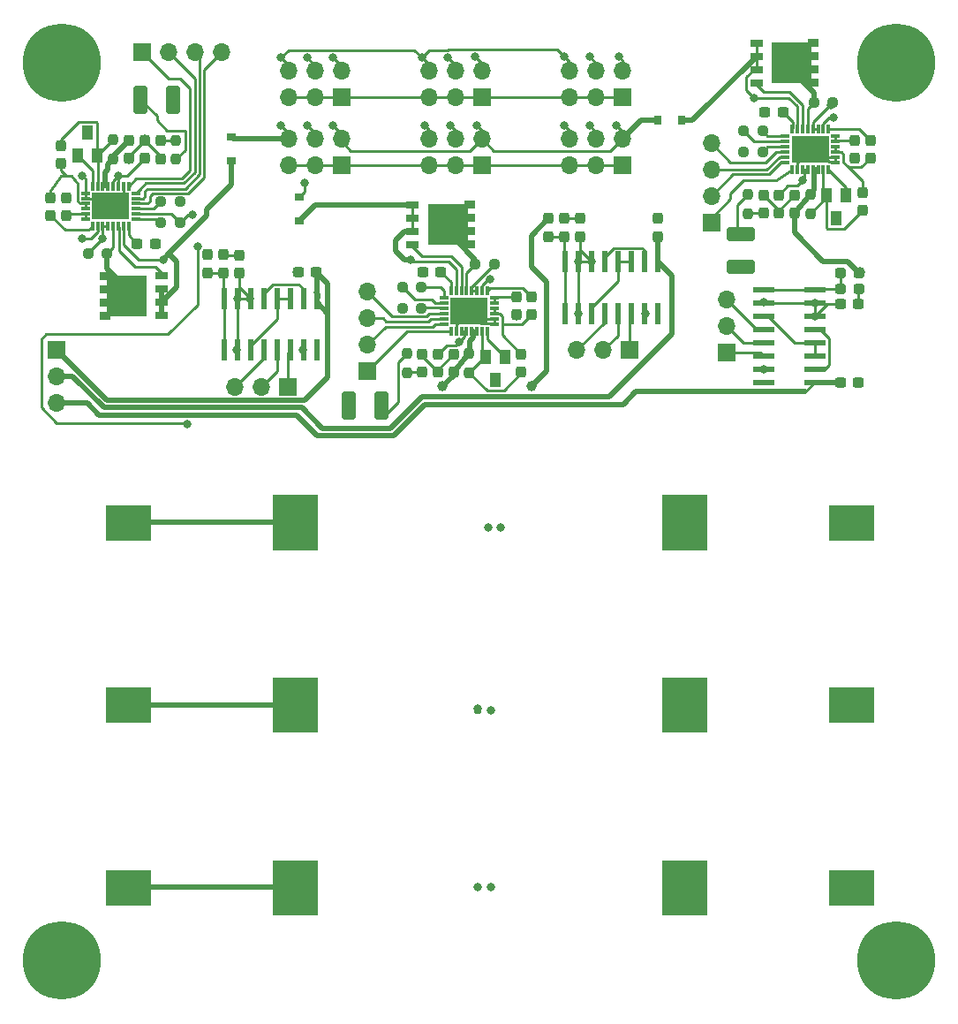
<source format=gtl>
%TF.GenerationSoftware,KiCad,Pcbnew,6.0.7*%
%TF.CreationDate,2022-11-21T22:22:26-06:00*%
%TF.ProjectId,CubesatPwrBoard,43756265-7361-4745-9077-72426f617264,rev?*%
%TF.SameCoordinates,Original*%
%TF.FileFunction,Copper,L1,Top*%
%TF.FilePolarity,Positive*%
%FSLAX46Y46*%
G04 Gerber Fmt 4.6, Leading zero omitted, Abs format (unit mm)*
G04 Created by KiCad (PCBNEW 6.0.7) date 2022-11-21 22:22:26*
%MOMM*%
%LPD*%
G01*
G04 APERTURE LIST*
G04 Aperture macros list*
%AMRoundRect*
0 Rectangle with rounded corners*
0 $1 Rounding radius*
0 $2 $3 $4 $5 $6 $7 $8 $9 X,Y pos of 4 corners*
0 Add a 4 corners polygon primitive as box body*
4,1,4,$2,$3,$4,$5,$6,$7,$8,$9,$2,$3,0*
0 Add four circle primitives for the rounded corners*
1,1,$1+$1,$2,$3*
1,1,$1+$1,$4,$5*
1,1,$1+$1,$6,$7*
1,1,$1+$1,$8,$9*
0 Add four rect primitives between the rounded corners*
20,1,$1+$1,$2,$3,$4,$5,0*
20,1,$1+$1,$4,$5,$6,$7,0*
20,1,$1+$1,$6,$7,$8,$9,0*
20,1,$1+$1,$8,$9,$2,$3,0*%
%AMFreePoly0*
4,1,45,3.308536,2.283536,3.310000,2.280000,3.310000,1.530000,3.308536,1.526464,3.305000,1.525000,2.600000,1.525000,2.600000,1.015000,3.305000,1.015000,3.308536,1.013536,3.310000,1.010000,3.310000,0.260000,3.308536,0.256464,3.305000,0.255000,2.600000,0.255000,2.600000,-0.255000,3.305000,-0.255000,3.308536,-0.256464,3.310000,-0.260000,3.310000,-1.010000,3.308536,-1.013536,
3.305000,-1.015000,2.600000,-1.015000,2.600000,-1.525000,3.305000,-1.525000,3.308536,-1.526464,3.310000,-1.530000,3.310000,-2.280000,3.308536,-2.283536,3.305000,-2.285000,2.285000,-2.285000,2.281464,-2.283536,2.280000,-2.280000,2.280000,-1.960000,-1.215000,-1.960000,-1.218536,-1.958536,-1.220000,-1.955000,-1.220000,1.955000,-1.218536,1.958536,-1.215000,1.960000,2.280000,1.960000,
2.280000,2.280000,2.281464,2.283536,2.285000,2.285000,3.305000,2.285000,3.308536,2.283536,3.308536,2.283536,$1*%
G04 Aperture macros list end*
%TA.AperFunction,EtchedComponent*%
%ADD10C,0.010000*%
%TD*%
%TA.AperFunction,SMDPad,CuDef*%
%ADD11RoundRect,0.250000X-1.100000X0.412500X-1.100000X-0.412500X1.100000X-0.412500X1.100000X0.412500X0*%
%TD*%
%TA.AperFunction,SMDPad,CuDef*%
%ADD12R,1.000000X1.400000*%
%TD*%
%TA.AperFunction,SMDPad,CuDef*%
%ADD13RoundRect,0.237500X-0.250000X-0.237500X0.250000X-0.237500X0.250000X0.237500X-0.250000X0.237500X0*%
%TD*%
%TA.AperFunction,SMDPad,CuDef*%
%ADD14RoundRect,0.237500X0.237500X-0.250000X0.237500X0.250000X-0.237500X0.250000X-0.237500X-0.250000X0*%
%TD*%
%TA.AperFunction,ComponentPad*%
%ADD15R,1.700000X1.700000*%
%TD*%
%TA.AperFunction,ComponentPad*%
%ADD16O,1.700000X1.700000*%
%TD*%
%TA.AperFunction,SMDPad,CuDef*%
%ADD17RoundRect,0.237500X0.250000X0.237500X-0.250000X0.237500X-0.250000X-0.237500X0.250000X-0.237500X0*%
%TD*%
%TA.AperFunction,SMDPad,CuDef*%
%ADD18RoundRect,0.237500X0.237500X-0.300000X0.237500X0.300000X-0.237500X0.300000X-0.237500X-0.300000X0*%
%TD*%
%TA.AperFunction,SMDPad,CuDef*%
%ADD19RoundRect,0.237500X-0.237500X0.300000X-0.237500X-0.300000X0.237500X-0.300000X0.237500X0.300000X0*%
%TD*%
%TA.AperFunction,SMDPad,CuDef*%
%ADD20R,1.270000X0.750000*%
%TD*%
%TA.AperFunction,SMDPad,CuDef*%
%ADD21FreePoly0,0.000000*%
%TD*%
%TA.AperFunction,SMDPad,CuDef*%
%ADD22RoundRect,0.237500X-0.237500X0.287500X-0.237500X-0.287500X0.237500X-0.287500X0.237500X0.287500X0*%
%TD*%
%TA.AperFunction,SMDPad,CuDef*%
%ADD23RoundRect,0.237500X-0.237500X0.250000X-0.237500X-0.250000X0.237500X-0.250000X0.237500X0.250000X0*%
%TD*%
%TA.AperFunction,SMDPad,CuDef*%
%ADD24RoundRect,0.018900X-0.116100X0.411100X-0.116100X-0.411100X0.116100X-0.411100X0.116100X0.411100X0*%
%TD*%
%TA.AperFunction,SMDPad,CuDef*%
%ADD25RoundRect,0.018900X-0.411100X-0.116100X0.411100X-0.116100X0.411100X0.116100X-0.411100X0.116100X0*%
%TD*%
%TA.AperFunction,SMDPad,CuDef*%
%ADD26RoundRect,0.018900X0.116100X-0.411100X0.116100X0.411100X-0.116100X0.411100X-0.116100X-0.411100X0*%
%TD*%
%TA.AperFunction,SMDPad,CuDef*%
%ADD27RoundRect,0.018900X0.411100X0.116100X-0.411100X0.116100X-0.411100X-0.116100X0.411100X-0.116100X0*%
%TD*%
%TA.AperFunction,SMDPad,CuDef*%
%ADD28R,3.650000X2.650000*%
%TD*%
%TA.AperFunction,SMDPad,CuDef*%
%ADD29RoundRect,0.237500X-0.300000X-0.237500X0.300000X-0.237500X0.300000X0.237500X-0.300000X0.237500X0*%
%TD*%
%TA.AperFunction,SMDPad,CuDef*%
%ADD30RoundRect,0.250000X0.412500X1.100000X-0.412500X1.100000X-0.412500X-1.100000X0.412500X-1.100000X0*%
%TD*%
%TA.AperFunction,SMDPad,CuDef*%
%ADD31RoundRect,0.250000X-0.412500X-1.100000X0.412500X-1.100000X0.412500X1.100000X-0.412500X1.100000X0*%
%TD*%
%TA.AperFunction,ComponentPad*%
%ADD32C,2.775000*%
%TD*%
%TA.AperFunction,ComponentPad*%
%ADD33C,7.500000*%
%TD*%
%TA.AperFunction,SMDPad,CuDef*%
%ADD34RoundRect,0.237500X0.300000X0.237500X-0.300000X0.237500X-0.300000X-0.237500X0.300000X-0.237500X0*%
%TD*%
%TA.AperFunction,SMDPad,CuDef*%
%ADD35RoundRect,0.041300X0.253700X-0.943700X0.253700X0.943700X-0.253700X0.943700X-0.253700X-0.943700X0*%
%TD*%
%TA.AperFunction,SMDPad,CuDef*%
%ADD36R,0.900000X0.800000*%
%TD*%
%TA.AperFunction,SMDPad,CuDef*%
%ADD37RoundRect,0.160000X-0.197500X-0.160000X0.197500X-0.160000X0.197500X0.160000X-0.197500X0.160000X0*%
%TD*%
%TA.AperFunction,SMDPad,CuDef*%
%ADD38RoundRect,0.041300X-0.943700X-0.253700X0.943700X-0.253700X0.943700X0.253700X-0.943700X0.253700X0*%
%TD*%
%TA.AperFunction,SMDPad,CuDef*%
%ADD39FreePoly0,180.000000*%
%TD*%
%TA.AperFunction,SMDPad,CuDef*%
%ADD40RoundRect,0.237500X0.287500X0.237500X-0.287500X0.237500X-0.287500X-0.237500X0.287500X-0.237500X0*%
%TD*%
%TA.AperFunction,SMDPad,CuDef*%
%ADD41RoundRect,0.237500X0.237500X-0.287500X0.237500X0.287500X-0.237500X0.287500X-0.237500X-0.287500X0*%
%TD*%
%TA.AperFunction,SMDPad,CuDef*%
%ADD42R,0.800000X0.900000*%
%TD*%
%TA.AperFunction,ViaPad*%
%ADD43C,0.800000*%
%TD*%
%TA.AperFunction,ViaPad*%
%ADD44C,1.000000*%
%TD*%
%TA.AperFunction,Conductor*%
%ADD45C,0.250000*%
%TD*%
%TA.AperFunction,Conductor*%
%ADD46C,0.500000*%
%TD*%
G04 APERTURE END LIST*
%TO.C,BT4*%
G36*
X171400000Y-111075000D02*
G01*
X171352000Y-111076000D01*
X171303000Y-111080000D01*
X171255000Y-111086000D01*
X171208000Y-111095000D01*
X171161000Y-111107000D01*
X171114000Y-111120000D01*
X171069000Y-111136000D01*
X171024000Y-111155000D01*
X170980000Y-111176000D01*
X170937000Y-111199000D01*
X170896000Y-111224000D01*
X170856000Y-111252000D01*
X170818000Y-111281000D01*
X170781000Y-111313000D01*
X170746000Y-111346000D01*
X170713000Y-111381000D01*
X170681000Y-111418000D01*
X170652000Y-111456000D01*
X170624000Y-111496000D01*
X170599000Y-111538000D01*
X170576000Y-111580000D01*
X170555000Y-111624000D01*
X170536000Y-111669000D01*
X170520000Y-111714000D01*
X170507000Y-111761000D01*
X170495000Y-111808000D01*
X170486000Y-111855000D01*
X170480000Y-111903000D01*
X170476000Y-111952000D01*
X170475000Y-112000000D01*
X170476000Y-112048000D01*
X170480000Y-112097000D01*
X170486000Y-112145000D01*
X170495000Y-112192000D01*
X170507000Y-112239000D01*
X170520000Y-112286000D01*
X170536000Y-112331000D01*
X170555000Y-112376000D01*
X170576000Y-112420000D01*
X170599000Y-112462000D01*
X170624000Y-112504000D01*
X170652000Y-112544000D01*
X170681000Y-112582000D01*
X170713000Y-112619000D01*
X170746000Y-112654000D01*
X170781000Y-112687000D01*
X170818000Y-112719000D01*
X170856000Y-112748000D01*
X170896000Y-112776000D01*
X170937000Y-112801000D01*
X170980000Y-112824000D01*
X171024000Y-112845000D01*
X171069000Y-112864000D01*
X171114000Y-112880000D01*
X171161000Y-112893000D01*
X171208000Y-112905000D01*
X171255000Y-112914000D01*
X171303000Y-112920000D01*
X171352000Y-112924000D01*
X171400000Y-112925000D01*
X171400000Y-114600000D01*
X169470000Y-114600000D01*
X169470000Y-109400000D01*
X171400000Y-109400000D01*
X171400000Y-111075000D01*
G37*
D10*
X171400000Y-111075000D02*
X171352000Y-111076000D01*
X171303000Y-111080000D01*
X171255000Y-111086000D01*
X171208000Y-111095000D01*
X171161000Y-111107000D01*
X171114000Y-111120000D01*
X171069000Y-111136000D01*
X171024000Y-111155000D01*
X170980000Y-111176000D01*
X170937000Y-111199000D01*
X170896000Y-111224000D01*
X170856000Y-111252000D01*
X170818000Y-111281000D01*
X170781000Y-111313000D01*
X170746000Y-111346000D01*
X170713000Y-111381000D01*
X170681000Y-111418000D01*
X170652000Y-111456000D01*
X170624000Y-111496000D01*
X170599000Y-111538000D01*
X170576000Y-111580000D01*
X170555000Y-111624000D01*
X170536000Y-111669000D01*
X170520000Y-111714000D01*
X170507000Y-111761000D01*
X170495000Y-111808000D01*
X170486000Y-111855000D01*
X170480000Y-111903000D01*
X170476000Y-111952000D01*
X170475000Y-112000000D01*
X170476000Y-112048000D01*
X170480000Y-112097000D01*
X170486000Y-112145000D01*
X170495000Y-112192000D01*
X170507000Y-112239000D01*
X170520000Y-112286000D01*
X170536000Y-112331000D01*
X170555000Y-112376000D01*
X170576000Y-112420000D01*
X170599000Y-112462000D01*
X170624000Y-112504000D01*
X170652000Y-112544000D01*
X170681000Y-112582000D01*
X170713000Y-112619000D01*
X170746000Y-112654000D01*
X170781000Y-112687000D01*
X170818000Y-112719000D01*
X170856000Y-112748000D01*
X170896000Y-112776000D01*
X170937000Y-112801000D01*
X170980000Y-112824000D01*
X171024000Y-112845000D01*
X171069000Y-112864000D01*
X171114000Y-112880000D01*
X171161000Y-112893000D01*
X171208000Y-112905000D01*
X171255000Y-112914000D01*
X171303000Y-112920000D01*
X171352000Y-112924000D01*
X171400000Y-112925000D01*
X171400000Y-114600000D01*
X169470000Y-114600000D01*
X169470000Y-109400000D01*
X171400000Y-109400000D01*
X171400000Y-111075000D01*
G36*
X173710000Y-114600000D02*
G01*
X171405000Y-114600000D01*
X171405000Y-112925000D01*
X171453000Y-112924000D01*
X171501000Y-112920000D01*
X171549000Y-112914000D01*
X171596000Y-112905000D01*
X171643000Y-112894000D01*
X171689000Y-112880000D01*
X171735000Y-112864000D01*
X171779000Y-112845000D01*
X171823000Y-112825000D01*
X171865000Y-112802000D01*
X171906000Y-112777000D01*
X171946000Y-112749000D01*
X171984000Y-112720000D01*
X172021000Y-112689000D01*
X172056000Y-112656000D01*
X172089000Y-112621000D01*
X172120000Y-112584000D01*
X172149000Y-112546000D01*
X172177000Y-112506000D01*
X172202000Y-112465000D01*
X172225000Y-112423000D01*
X172245000Y-112379000D01*
X172264000Y-112335000D01*
X172280000Y-112289000D01*
X172294000Y-112243000D01*
X172305000Y-112196000D01*
X172314000Y-112149000D01*
X172320000Y-112101000D01*
X172324000Y-112053000D01*
X172325000Y-112005000D01*
X172325000Y-111995000D01*
X172324000Y-111947000D01*
X172320000Y-111899000D01*
X172314000Y-111851000D01*
X172305000Y-111804000D01*
X172294000Y-111757000D01*
X172280000Y-111711000D01*
X172264000Y-111665000D01*
X172245000Y-111621000D01*
X172225000Y-111577000D01*
X172202000Y-111535000D01*
X172177000Y-111494000D01*
X172149000Y-111454000D01*
X172120000Y-111416000D01*
X172089000Y-111379000D01*
X172056000Y-111344000D01*
X172021000Y-111311000D01*
X171984000Y-111280000D01*
X171946000Y-111251000D01*
X171906000Y-111223000D01*
X171865000Y-111198000D01*
X171823000Y-111175000D01*
X171779000Y-111155000D01*
X171735000Y-111136000D01*
X171689000Y-111120000D01*
X171643000Y-111106000D01*
X171596000Y-111095000D01*
X171549000Y-111086000D01*
X171501000Y-111080000D01*
X171453000Y-111076000D01*
X171405000Y-111075000D01*
X171405000Y-109400000D01*
X173710000Y-109400000D01*
X173710000Y-114600000D01*
G37*
X173710000Y-114600000D02*
X171405000Y-114600000D01*
X171405000Y-112925000D01*
X171453000Y-112924000D01*
X171501000Y-112920000D01*
X171549000Y-112914000D01*
X171596000Y-112905000D01*
X171643000Y-112894000D01*
X171689000Y-112880000D01*
X171735000Y-112864000D01*
X171779000Y-112845000D01*
X171823000Y-112825000D01*
X171865000Y-112802000D01*
X171906000Y-112777000D01*
X171946000Y-112749000D01*
X171984000Y-112720000D01*
X172021000Y-112689000D01*
X172056000Y-112656000D01*
X172089000Y-112621000D01*
X172120000Y-112584000D01*
X172149000Y-112546000D01*
X172177000Y-112506000D01*
X172202000Y-112465000D01*
X172225000Y-112423000D01*
X172245000Y-112379000D01*
X172264000Y-112335000D01*
X172280000Y-112289000D01*
X172294000Y-112243000D01*
X172305000Y-112196000D01*
X172314000Y-112149000D01*
X172320000Y-112101000D01*
X172324000Y-112053000D01*
X172325000Y-112005000D01*
X172325000Y-111995000D01*
X172324000Y-111947000D01*
X172320000Y-111899000D01*
X172314000Y-111851000D01*
X172305000Y-111804000D01*
X172294000Y-111757000D01*
X172280000Y-111711000D01*
X172264000Y-111665000D01*
X172245000Y-111621000D01*
X172225000Y-111577000D01*
X172202000Y-111535000D01*
X172177000Y-111494000D01*
X172149000Y-111454000D01*
X172120000Y-111416000D01*
X172089000Y-111379000D01*
X172056000Y-111344000D01*
X172021000Y-111311000D01*
X171984000Y-111280000D01*
X171946000Y-111251000D01*
X171906000Y-111223000D01*
X171865000Y-111198000D01*
X171823000Y-111175000D01*
X171779000Y-111155000D01*
X171735000Y-111136000D01*
X171689000Y-111120000D01*
X171643000Y-111106000D01*
X171596000Y-111095000D01*
X171549000Y-111086000D01*
X171501000Y-111080000D01*
X171453000Y-111076000D01*
X171405000Y-111075000D01*
X171405000Y-109400000D01*
X173710000Y-109400000D01*
X173710000Y-114600000D01*
G36*
X189720000Y-113650000D02*
G01*
X187400000Y-113650000D01*
X187400000Y-112925000D01*
X187448000Y-112924000D01*
X187497000Y-112920000D01*
X187545000Y-112914000D01*
X187592000Y-112905000D01*
X187639000Y-112893000D01*
X187686000Y-112880000D01*
X187731000Y-112864000D01*
X187776000Y-112845000D01*
X187820000Y-112824000D01*
X187863000Y-112801000D01*
X187904000Y-112776000D01*
X187944000Y-112748000D01*
X187982000Y-112719000D01*
X188019000Y-112687000D01*
X188054000Y-112654000D01*
X188087000Y-112619000D01*
X188119000Y-112582000D01*
X188148000Y-112544000D01*
X188176000Y-112504000D01*
X188201000Y-112462000D01*
X188224000Y-112420000D01*
X188245000Y-112376000D01*
X188264000Y-112331000D01*
X188280000Y-112286000D01*
X188293000Y-112239000D01*
X188305000Y-112192000D01*
X188314000Y-112145000D01*
X188320000Y-112097000D01*
X188324000Y-112048000D01*
X188325000Y-112000000D01*
X188324000Y-111952000D01*
X188320000Y-111903000D01*
X188314000Y-111855000D01*
X188305000Y-111808000D01*
X188293000Y-111761000D01*
X188280000Y-111714000D01*
X188264000Y-111669000D01*
X188245000Y-111624000D01*
X188224000Y-111580000D01*
X188201000Y-111538000D01*
X188176000Y-111496000D01*
X188148000Y-111456000D01*
X188119000Y-111418000D01*
X188087000Y-111381000D01*
X188054000Y-111346000D01*
X188019000Y-111313000D01*
X187982000Y-111281000D01*
X187944000Y-111252000D01*
X187904000Y-111224000D01*
X187863000Y-111199000D01*
X187820000Y-111176000D01*
X187776000Y-111155000D01*
X187731000Y-111136000D01*
X187686000Y-111120000D01*
X187639000Y-111107000D01*
X187592000Y-111095000D01*
X187545000Y-111086000D01*
X187497000Y-111080000D01*
X187448000Y-111076000D01*
X187400000Y-111075000D01*
X187400000Y-110350000D01*
X189720000Y-110350000D01*
X189720000Y-113650000D01*
G37*
X189720000Y-113650000D02*
X187400000Y-113650000D01*
X187400000Y-112925000D01*
X187448000Y-112924000D01*
X187497000Y-112920000D01*
X187545000Y-112914000D01*
X187592000Y-112905000D01*
X187639000Y-112893000D01*
X187686000Y-112880000D01*
X187731000Y-112864000D01*
X187776000Y-112845000D01*
X187820000Y-112824000D01*
X187863000Y-112801000D01*
X187904000Y-112776000D01*
X187944000Y-112748000D01*
X187982000Y-112719000D01*
X188019000Y-112687000D01*
X188054000Y-112654000D01*
X188087000Y-112619000D01*
X188119000Y-112582000D01*
X188148000Y-112544000D01*
X188176000Y-112504000D01*
X188201000Y-112462000D01*
X188224000Y-112420000D01*
X188245000Y-112376000D01*
X188264000Y-112331000D01*
X188280000Y-112286000D01*
X188293000Y-112239000D01*
X188305000Y-112192000D01*
X188314000Y-112145000D01*
X188320000Y-112097000D01*
X188324000Y-112048000D01*
X188325000Y-112000000D01*
X188324000Y-111952000D01*
X188320000Y-111903000D01*
X188314000Y-111855000D01*
X188305000Y-111808000D01*
X188293000Y-111761000D01*
X188280000Y-111714000D01*
X188264000Y-111669000D01*
X188245000Y-111624000D01*
X188224000Y-111580000D01*
X188201000Y-111538000D01*
X188176000Y-111496000D01*
X188148000Y-111456000D01*
X188119000Y-111418000D01*
X188087000Y-111381000D01*
X188054000Y-111346000D01*
X188019000Y-111313000D01*
X187982000Y-111281000D01*
X187944000Y-111252000D01*
X187904000Y-111224000D01*
X187863000Y-111199000D01*
X187820000Y-111176000D01*
X187776000Y-111155000D01*
X187731000Y-111136000D01*
X187686000Y-111120000D01*
X187639000Y-111107000D01*
X187592000Y-111095000D01*
X187545000Y-111086000D01*
X187497000Y-111080000D01*
X187448000Y-111076000D01*
X187400000Y-111075000D01*
X187400000Y-110350000D01*
X189720000Y-110350000D01*
X189720000Y-113650000D01*
G36*
X187395000Y-111075000D02*
G01*
X187347000Y-111076000D01*
X187299000Y-111080000D01*
X187251000Y-111086000D01*
X187204000Y-111095000D01*
X187157000Y-111106000D01*
X187111000Y-111120000D01*
X187065000Y-111136000D01*
X187021000Y-111155000D01*
X186977000Y-111175000D01*
X186935000Y-111198000D01*
X186894000Y-111223000D01*
X186854000Y-111251000D01*
X186816000Y-111280000D01*
X186779000Y-111311000D01*
X186744000Y-111344000D01*
X186711000Y-111379000D01*
X186680000Y-111416000D01*
X186651000Y-111454000D01*
X186623000Y-111494000D01*
X186598000Y-111535000D01*
X186575000Y-111577000D01*
X186555000Y-111621000D01*
X186536000Y-111665000D01*
X186520000Y-111711000D01*
X186506000Y-111757000D01*
X186495000Y-111804000D01*
X186486000Y-111851000D01*
X186480000Y-111899000D01*
X186476000Y-111947000D01*
X186475000Y-111995000D01*
X186475000Y-112005000D01*
X186476000Y-112053000D01*
X186480000Y-112101000D01*
X186486000Y-112149000D01*
X186495000Y-112196000D01*
X186506000Y-112243000D01*
X186520000Y-112289000D01*
X186536000Y-112335000D01*
X186555000Y-112379000D01*
X186575000Y-112423000D01*
X186598000Y-112465000D01*
X186623000Y-112506000D01*
X186651000Y-112546000D01*
X186680000Y-112584000D01*
X186711000Y-112621000D01*
X186744000Y-112656000D01*
X186779000Y-112689000D01*
X186816000Y-112720000D01*
X186854000Y-112749000D01*
X186894000Y-112777000D01*
X186935000Y-112802000D01*
X186977000Y-112825000D01*
X187021000Y-112845000D01*
X187065000Y-112864000D01*
X187111000Y-112880000D01*
X187157000Y-112894000D01*
X187204000Y-112905000D01*
X187251000Y-112914000D01*
X187299000Y-112920000D01*
X187347000Y-112924000D01*
X187395000Y-112925000D01*
X187395000Y-113650000D01*
X185480000Y-113650000D01*
X185480000Y-110350000D01*
X187395000Y-110350000D01*
X187395000Y-111075000D01*
G37*
X187395000Y-111075000D02*
X187347000Y-111076000D01*
X187299000Y-111080000D01*
X187251000Y-111086000D01*
X187204000Y-111095000D01*
X187157000Y-111106000D01*
X187111000Y-111120000D01*
X187065000Y-111136000D01*
X187021000Y-111155000D01*
X186977000Y-111175000D01*
X186935000Y-111198000D01*
X186894000Y-111223000D01*
X186854000Y-111251000D01*
X186816000Y-111280000D01*
X186779000Y-111311000D01*
X186744000Y-111344000D01*
X186711000Y-111379000D01*
X186680000Y-111416000D01*
X186651000Y-111454000D01*
X186623000Y-111494000D01*
X186598000Y-111535000D01*
X186575000Y-111577000D01*
X186555000Y-111621000D01*
X186536000Y-111665000D01*
X186520000Y-111711000D01*
X186506000Y-111757000D01*
X186495000Y-111804000D01*
X186486000Y-111851000D01*
X186480000Y-111899000D01*
X186476000Y-111947000D01*
X186475000Y-111995000D01*
X186475000Y-112005000D01*
X186476000Y-112053000D01*
X186480000Y-112101000D01*
X186486000Y-112149000D01*
X186495000Y-112196000D01*
X186506000Y-112243000D01*
X186520000Y-112289000D01*
X186536000Y-112335000D01*
X186555000Y-112379000D01*
X186575000Y-112423000D01*
X186598000Y-112465000D01*
X186623000Y-112506000D01*
X186651000Y-112546000D01*
X186680000Y-112584000D01*
X186711000Y-112621000D01*
X186744000Y-112656000D01*
X186779000Y-112689000D01*
X186816000Y-112720000D01*
X186854000Y-112749000D01*
X186894000Y-112777000D01*
X186935000Y-112802000D01*
X186977000Y-112825000D01*
X187021000Y-112845000D01*
X187065000Y-112864000D01*
X187111000Y-112880000D01*
X187157000Y-112894000D01*
X187204000Y-112905000D01*
X187251000Y-112914000D01*
X187299000Y-112920000D01*
X187347000Y-112924000D01*
X187395000Y-112925000D01*
X187395000Y-113650000D01*
X185480000Y-113650000D01*
X185480000Y-110350000D01*
X187395000Y-110350000D01*
X187395000Y-111075000D01*
%TO.C,BT6*%
G36*
X189720000Y-131150000D02*
G01*
X187400000Y-131150000D01*
X187400000Y-130425000D01*
X187448000Y-130424000D01*
X187497000Y-130420000D01*
X187545000Y-130414000D01*
X187592000Y-130405000D01*
X187639000Y-130393000D01*
X187686000Y-130380000D01*
X187731000Y-130364000D01*
X187776000Y-130345000D01*
X187820000Y-130324000D01*
X187863000Y-130301000D01*
X187904000Y-130276000D01*
X187944000Y-130248000D01*
X187982000Y-130219000D01*
X188019000Y-130187000D01*
X188054000Y-130154000D01*
X188087000Y-130119000D01*
X188119000Y-130082000D01*
X188148000Y-130044000D01*
X188176000Y-130004000D01*
X188201000Y-129962000D01*
X188224000Y-129920000D01*
X188245000Y-129876000D01*
X188264000Y-129831000D01*
X188280000Y-129786000D01*
X188293000Y-129739000D01*
X188305000Y-129692000D01*
X188314000Y-129645000D01*
X188320000Y-129597000D01*
X188324000Y-129548000D01*
X188325000Y-129500000D01*
X188324000Y-129452000D01*
X188320000Y-129403000D01*
X188314000Y-129355000D01*
X188305000Y-129308000D01*
X188293000Y-129261000D01*
X188280000Y-129214000D01*
X188264000Y-129169000D01*
X188245000Y-129124000D01*
X188224000Y-129080000D01*
X188201000Y-129038000D01*
X188176000Y-128996000D01*
X188148000Y-128956000D01*
X188119000Y-128918000D01*
X188087000Y-128881000D01*
X188054000Y-128846000D01*
X188019000Y-128813000D01*
X187982000Y-128781000D01*
X187944000Y-128752000D01*
X187904000Y-128724000D01*
X187863000Y-128699000D01*
X187820000Y-128676000D01*
X187776000Y-128655000D01*
X187731000Y-128636000D01*
X187686000Y-128620000D01*
X187639000Y-128607000D01*
X187592000Y-128595000D01*
X187545000Y-128586000D01*
X187497000Y-128580000D01*
X187448000Y-128576000D01*
X187400000Y-128575000D01*
X187400000Y-127850000D01*
X189720000Y-127850000D01*
X189720000Y-131150000D01*
G37*
X189720000Y-131150000D02*
X187400000Y-131150000D01*
X187400000Y-130425000D01*
X187448000Y-130424000D01*
X187497000Y-130420000D01*
X187545000Y-130414000D01*
X187592000Y-130405000D01*
X187639000Y-130393000D01*
X187686000Y-130380000D01*
X187731000Y-130364000D01*
X187776000Y-130345000D01*
X187820000Y-130324000D01*
X187863000Y-130301000D01*
X187904000Y-130276000D01*
X187944000Y-130248000D01*
X187982000Y-130219000D01*
X188019000Y-130187000D01*
X188054000Y-130154000D01*
X188087000Y-130119000D01*
X188119000Y-130082000D01*
X188148000Y-130044000D01*
X188176000Y-130004000D01*
X188201000Y-129962000D01*
X188224000Y-129920000D01*
X188245000Y-129876000D01*
X188264000Y-129831000D01*
X188280000Y-129786000D01*
X188293000Y-129739000D01*
X188305000Y-129692000D01*
X188314000Y-129645000D01*
X188320000Y-129597000D01*
X188324000Y-129548000D01*
X188325000Y-129500000D01*
X188324000Y-129452000D01*
X188320000Y-129403000D01*
X188314000Y-129355000D01*
X188305000Y-129308000D01*
X188293000Y-129261000D01*
X188280000Y-129214000D01*
X188264000Y-129169000D01*
X188245000Y-129124000D01*
X188224000Y-129080000D01*
X188201000Y-129038000D01*
X188176000Y-128996000D01*
X188148000Y-128956000D01*
X188119000Y-128918000D01*
X188087000Y-128881000D01*
X188054000Y-128846000D01*
X188019000Y-128813000D01*
X187982000Y-128781000D01*
X187944000Y-128752000D01*
X187904000Y-128724000D01*
X187863000Y-128699000D01*
X187820000Y-128676000D01*
X187776000Y-128655000D01*
X187731000Y-128636000D01*
X187686000Y-128620000D01*
X187639000Y-128607000D01*
X187592000Y-128595000D01*
X187545000Y-128586000D01*
X187497000Y-128580000D01*
X187448000Y-128576000D01*
X187400000Y-128575000D01*
X187400000Y-127850000D01*
X189720000Y-127850000D01*
X189720000Y-131150000D01*
G36*
X187395000Y-128575000D02*
G01*
X187347000Y-128576000D01*
X187299000Y-128580000D01*
X187251000Y-128586000D01*
X187204000Y-128595000D01*
X187157000Y-128606000D01*
X187111000Y-128620000D01*
X187065000Y-128636000D01*
X187021000Y-128655000D01*
X186977000Y-128675000D01*
X186935000Y-128698000D01*
X186894000Y-128723000D01*
X186854000Y-128751000D01*
X186816000Y-128780000D01*
X186779000Y-128811000D01*
X186744000Y-128844000D01*
X186711000Y-128879000D01*
X186680000Y-128916000D01*
X186651000Y-128954000D01*
X186623000Y-128994000D01*
X186598000Y-129035000D01*
X186575000Y-129077000D01*
X186555000Y-129121000D01*
X186536000Y-129165000D01*
X186520000Y-129211000D01*
X186506000Y-129257000D01*
X186495000Y-129304000D01*
X186486000Y-129351000D01*
X186480000Y-129399000D01*
X186476000Y-129447000D01*
X186475000Y-129495000D01*
X186475000Y-129505000D01*
X186476000Y-129553000D01*
X186480000Y-129601000D01*
X186486000Y-129649000D01*
X186495000Y-129696000D01*
X186506000Y-129743000D01*
X186520000Y-129789000D01*
X186536000Y-129835000D01*
X186555000Y-129879000D01*
X186575000Y-129923000D01*
X186598000Y-129965000D01*
X186623000Y-130006000D01*
X186651000Y-130046000D01*
X186680000Y-130084000D01*
X186711000Y-130121000D01*
X186744000Y-130156000D01*
X186779000Y-130189000D01*
X186816000Y-130220000D01*
X186854000Y-130249000D01*
X186894000Y-130277000D01*
X186935000Y-130302000D01*
X186977000Y-130325000D01*
X187021000Y-130345000D01*
X187065000Y-130364000D01*
X187111000Y-130380000D01*
X187157000Y-130394000D01*
X187204000Y-130405000D01*
X187251000Y-130414000D01*
X187299000Y-130420000D01*
X187347000Y-130424000D01*
X187395000Y-130425000D01*
X187395000Y-131150000D01*
X185480000Y-131150000D01*
X185480000Y-127850000D01*
X187395000Y-127850000D01*
X187395000Y-128575000D01*
G37*
X187395000Y-128575000D02*
X187347000Y-128576000D01*
X187299000Y-128580000D01*
X187251000Y-128586000D01*
X187204000Y-128595000D01*
X187157000Y-128606000D01*
X187111000Y-128620000D01*
X187065000Y-128636000D01*
X187021000Y-128655000D01*
X186977000Y-128675000D01*
X186935000Y-128698000D01*
X186894000Y-128723000D01*
X186854000Y-128751000D01*
X186816000Y-128780000D01*
X186779000Y-128811000D01*
X186744000Y-128844000D01*
X186711000Y-128879000D01*
X186680000Y-128916000D01*
X186651000Y-128954000D01*
X186623000Y-128994000D01*
X186598000Y-129035000D01*
X186575000Y-129077000D01*
X186555000Y-129121000D01*
X186536000Y-129165000D01*
X186520000Y-129211000D01*
X186506000Y-129257000D01*
X186495000Y-129304000D01*
X186486000Y-129351000D01*
X186480000Y-129399000D01*
X186476000Y-129447000D01*
X186475000Y-129495000D01*
X186475000Y-129505000D01*
X186476000Y-129553000D01*
X186480000Y-129601000D01*
X186486000Y-129649000D01*
X186495000Y-129696000D01*
X186506000Y-129743000D01*
X186520000Y-129789000D01*
X186536000Y-129835000D01*
X186555000Y-129879000D01*
X186575000Y-129923000D01*
X186598000Y-129965000D01*
X186623000Y-130006000D01*
X186651000Y-130046000D01*
X186680000Y-130084000D01*
X186711000Y-130121000D01*
X186744000Y-130156000D01*
X186779000Y-130189000D01*
X186816000Y-130220000D01*
X186854000Y-130249000D01*
X186894000Y-130277000D01*
X186935000Y-130302000D01*
X186977000Y-130325000D01*
X187021000Y-130345000D01*
X187065000Y-130364000D01*
X187111000Y-130380000D01*
X187157000Y-130394000D01*
X187204000Y-130405000D01*
X187251000Y-130414000D01*
X187299000Y-130420000D01*
X187347000Y-130424000D01*
X187395000Y-130425000D01*
X187395000Y-131150000D01*
X185480000Y-131150000D01*
X185480000Y-127850000D01*
X187395000Y-127850000D01*
X187395000Y-128575000D01*
G36*
X173710000Y-132100000D02*
G01*
X171405000Y-132100000D01*
X171405000Y-130425000D01*
X171453000Y-130424000D01*
X171501000Y-130420000D01*
X171549000Y-130414000D01*
X171596000Y-130405000D01*
X171643000Y-130394000D01*
X171689000Y-130380000D01*
X171735000Y-130364000D01*
X171779000Y-130345000D01*
X171823000Y-130325000D01*
X171865000Y-130302000D01*
X171906000Y-130277000D01*
X171946000Y-130249000D01*
X171984000Y-130220000D01*
X172021000Y-130189000D01*
X172056000Y-130156000D01*
X172089000Y-130121000D01*
X172120000Y-130084000D01*
X172149000Y-130046000D01*
X172177000Y-130006000D01*
X172202000Y-129965000D01*
X172225000Y-129923000D01*
X172245000Y-129879000D01*
X172264000Y-129835000D01*
X172280000Y-129789000D01*
X172294000Y-129743000D01*
X172305000Y-129696000D01*
X172314000Y-129649000D01*
X172320000Y-129601000D01*
X172324000Y-129553000D01*
X172325000Y-129505000D01*
X172325000Y-129495000D01*
X172324000Y-129447000D01*
X172320000Y-129399000D01*
X172314000Y-129351000D01*
X172305000Y-129304000D01*
X172294000Y-129257000D01*
X172280000Y-129211000D01*
X172264000Y-129165000D01*
X172245000Y-129121000D01*
X172225000Y-129077000D01*
X172202000Y-129035000D01*
X172177000Y-128994000D01*
X172149000Y-128954000D01*
X172120000Y-128916000D01*
X172089000Y-128879000D01*
X172056000Y-128844000D01*
X172021000Y-128811000D01*
X171984000Y-128780000D01*
X171946000Y-128751000D01*
X171906000Y-128723000D01*
X171865000Y-128698000D01*
X171823000Y-128675000D01*
X171779000Y-128655000D01*
X171735000Y-128636000D01*
X171689000Y-128620000D01*
X171643000Y-128606000D01*
X171596000Y-128595000D01*
X171549000Y-128586000D01*
X171501000Y-128580000D01*
X171453000Y-128576000D01*
X171405000Y-128575000D01*
X171405000Y-126900000D01*
X173710000Y-126900000D01*
X173710000Y-132100000D01*
G37*
X173710000Y-132100000D02*
X171405000Y-132100000D01*
X171405000Y-130425000D01*
X171453000Y-130424000D01*
X171501000Y-130420000D01*
X171549000Y-130414000D01*
X171596000Y-130405000D01*
X171643000Y-130394000D01*
X171689000Y-130380000D01*
X171735000Y-130364000D01*
X171779000Y-130345000D01*
X171823000Y-130325000D01*
X171865000Y-130302000D01*
X171906000Y-130277000D01*
X171946000Y-130249000D01*
X171984000Y-130220000D01*
X172021000Y-130189000D01*
X172056000Y-130156000D01*
X172089000Y-130121000D01*
X172120000Y-130084000D01*
X172149000Y-130046000D01*
X172177000Y-130006000D01*
X172202000Y-129965000D01*
X172225000Y-129923000D01*
X172245000Y-129879000D01*
X172264000Y-129835000D01*
X172280000Y-129789000D01*
X172294000Y-129743000D01*
X172305000Y-129696000D01*
X172314000Y-129649000D01*
X172320000Y-129601000D01*
X172324000Y-129553000D01*
X172325000Y-129505000D01*
X172325000Y-129495000D01*
X172324000Y-129447000D01*
X172320000Y-129399000D01*
X172314000Y-129351000D01*
X172305000Y-129304000D01*
X172294000Y-129257000D01*
X172280000Y-129211000D01*
X172264000Y-129165000D01*
X172245000Y-129121000D01*
X172225000Y-129077000D01*
X172202000Y-129035000D01*
X172177000Y-128994000D01*
X172149000Y-128954000D01*
X172120000Y-128916000D01*
X172089000Y-128879000D01*
X172056000Y-128844000D01*
X172021000Y-128811000D01*
X171984000Y-128780000D01*
X171946000Y-128751000D01*
X171906000Y-128723000D01*
X171865000Y-128698000D01*
X171823000Y-128675000D01*
X171779000Y-128655000D01*
X171735000Y-128636000D01*
X171689000Y-128620000D01*
X171643000Y-128606000D01*
X171596000Y-128595000D01*
X171549000Y-128586000D01*
X171501000Y-128580000D01*
X171453000Y-128576000D01*
X171405000Y-128575000D01*
X171405000Y-126900000D01*
X173710000Y-126900000D01*
X173710000Y-132100000D01*
G36*
X171400000Y-128575000D02*
G01*
X171352000Y-128576000D01*
X171303000Y-128580000D01*
X171255000Y-128586000D01*
X171208000Y-128595000D01*
X171161000Y-128607000D01*
X171114000Y-128620000D01*
X171069000Y-128636000D01*
X171024000Y-128655000D01*
X170980000Y-128676000D01*
X170937000Y-128699000D01*
X170896000Y-128724000D01*
X170856000Y-128752000D01*
X170818000Y-128781000D01*
X170781000Y-128813000D01*
X170746000Y-128846000D01*
X170713000Y-128881000D01*
X170681000Y-128918000D01*
X170652000Y-128956000D01*
X170624000Y-128996000D01*
X170599000Y-129038000D01*
X170576000Y-129080000D01*
X170555000Y-129124000D01*
X170536000Y-129169000D01*
X170520000Y-129214000D01*
X170507000Y-129261000D01*
X170495000Y-129308000D01*
X170486000Y-129355000D01*
X170480000Y-129403000D01*
X170476000Y-129452000D01*
X170475000Y-129500000D01*
X170476000Y-129548000D01*
X170480000Y-129597000D01*
X170486000Y-129645000D01*
X170495000Y-129692000D01*
X170507000Y-129739000D01*
X170520000Y-129786000D01*
X170536000Y-129831000D01*
X170555000Y-129876000D01*
X170576000Y-129920000D01*
X170599000Y-129962000D01*
X170624000Y-130004000D01*
X170652000Y-130044000D01*
X170681000Y-130082000D01*
X170713000Y-130119000D01*
X170746000Y-130154000D01*
X170781000Y-130187000D01*
X170818000Y-130219000D01*
X170856000Y-130248000D01*
X170896000Y-130276000D01*
X170937000Y-130301000D01*
X170980000Y-130324000D01*
X171024000Y-130345000D01*
X171069000Y-130364000D01*
X171114000Y-130380000D01*
X171161000Y-130393000D01*
X171208000Y-130405000D01*
X171255000Y-130414000D01*
X171303000Y-130420000D01*
X171352000Y-130424000D01*
X171400000Y-130425000D01*
X171400000Y-132100000D01*
X169470000Y-132100000D01*
X169470000Y-126900000D01*
X171400000Y-126900000D01*
X171400000Y-128575000D01*
G37*
X171400000Y-128575000D02*
X171352000Y-128576000D01*
X171303000Y-128580000D01*
X171255000Y-128586000D01*
X171208000Y-128595000D01*
X171161000Y-128607000D01*
X171114000Y-128620000D01*
X171069000Y-128636000D01*
X171024000Y-128655000D01*
X170980000Y-128676000D01*
X170937000Y-128699000D01*
X170896000Y-128724000D01*
X170856000Y-128752000D01*
X170818000Y-128781000D01*
X170781000Y-128813000D01*
X170746000Y-128846000D01*
X170713000Y-128881000D01*
X170681000Y-128918000D01*
X170652000Y-128956000D01*
X170624000Y-128996000D01*
X170599000Y-129038000D01*
X170576000Y-129080000D01*
X170555000Y-129124000D01*
X170536000Y-129169000D01*
X170520000Y-129214000D01*
X170507000Y-129261000D01*
X170495000Y-129308000D01*
X170486000Y-129355000D01*
X170480000Y-129403000D01*
X170476000Y-129452000D01*
X170475000Y-129500000D01*
X170476000Y-129548000D01*
X170480000Y-129597000D01*
X170486000Y-129645000D01*
X170495000Y-129692000D01*
X170507000Y-129739000D01*
X170520000Y-129786000D01*
X170536000Y-129831000D01*
X170555000Y-129876000D01*
X170576000Y-129920000D01*
X170599000Y-129962000D01*
X170624000Y-130004000D01*
X170652000Y-130044000D01*
X170681000Y-130082000D01*
X170713000Y-130119000D01*
X170746000Y-130154000D01*
X170781000Y-130187000D01*
X170818000Y-130219000D01*
X170856000Y-130248000D01*
X170896000Y-130276000D01*
X170937000Y-130301000D01*
X170980000Y-130324000D01*
X171024000Y-130345000D01*
X171069000Y-130364000D01*
X171114000Y-130380000D01*
X171161000Y-130393000D01*
X171208000Y-130405000D01*
X171255000Y-130414000D01*
X171303000Y-130420000D01*
X171352000Y-130424000D01*
X171400000Y-130425000D01*
X171400000Y-132100000D01*
X169470000Y-132100000D01*
X169470000Y-126900000D01*
X171400000Y-126900000D01*
X171400000Y-128575000D01*
%TO.C,BT5*%
G36*
X136330000Y-132100000D02*
G01*
X134400000Y-132100000D01*
X134400000Y-130425000D01*
X134448000Y-130424000D01*
X134497000Y-130420000D01*
X134545000Y-130414000D01*
X134592000Y-130405000D01*
X134639000Y-130393000D01*
X134686000Y-130380000D01*
X134731000Y-130364000D01*
X134776000Y-130345000D01*
X134820000Y-130324000D01*
X134863000Y-130301000D01*
X134904000Y-130276000D01*
X134944000Y-130248000D01*
X134982000Y-130219000D01*
X135019000Y-130187000D01*
X135054000Y-130154000D01*
X135087000Y-130119000D01*
X135119000Y-130082000D01*
X135148000Y-130044000D01*
X135176000Y-130004000D01*
X135201000Y-129962000D01*
X135224000Y-129920000D01*
X135245000Y-129876000D01*
X135264000Y-129831000D01*
X135280000Y-129786000D01*
X135293000Y-129739000D01*
X135305000Y-129692000D01*
X135314000Y-129645000D01*
X135320000Y-129597000D01*
X135324000Y-129548000D01*
X135325000Y-129500000D01*
X135324000Y-129452000D01*
X135320000Y-129403000D01*
X135314000Y-129355000D01*
X135305000Y-129308000D01*
X135293000Y-129261000D01*
X135280000Y-129214000D01*
X135264000Y-129169000D01*
X135245000Y-129124000D01*
X135224000Y-129080000D01*
X135201000Y-129038000D01*
X135176000Y-128996000D01*
X135148000Y-128956000D01*
X135119000Y-128918000D01*
X135087000Y-128881000D01*
X135054000Y-128846000D01*
X135019000Y-128813000D01*
X134982000Y-128781000D01*
X134944000Y-128752000D01*
X134904000Y-128724000D01*
X134863000Y-128699000D01*
X134820000Y-128676000D01*
X134776000Y-128655000D01*
X134731000Y-128636000D01*
X134686000Y-128620000D01*
X134639000Y-128607000D01*
X134592000Y-128595000D01*
X134545000Y-128586000D01*
X134497000Y-128580000D01*
X134448000Y-128576000D01*
X134400000Y-128575000D01*
X134400000Y-126900000D01*
X136330000Y-126900000D01*
X136330000Y-132100000D01*
G37*
X136330000Y-132100000D02*
X134400000Y-132100000D01*
X134400000Y-130425000D01*
X134448000Y-130424000D01*
X134497000Y-130420000D01*
X134545000Y-130414000D01*
X134592000Y-130405000D01*
X134639000Y-130393000D01*
X134686000Y-130380000D01*
X134731000Y-130364000D01*
X134776000Y-130345000D01*
X134820000Y-130324000D01*
X134863000Y-130301000D01*
X134904000Y-130276000D01*
X134944000Y-130248000D01*
X134982000Y-130219000D01*
X135019000Y-130187000D01*
X135054000Y-130154000D01*
X135087000Y-130119000D01*
X135119000Y-130082000D01*
X135148000Y-130044000D01*
X135176000Y-130004000D01*
X135201000Y-129962000D01*
X135224000Y-129920000D01*
X135245000Y-129876000D01*
X135264000Y-129831000D01*
X135280000Y-129786000D01*
X135293000Y-129739000D01*
X135305000Y-129692000D01*
X135314000Y-129645000D01*
X135320000Y-129597000D01*
X135324000Y-129548000D01*
X135325000Y-129500000D01*
X135324000Y-129452000D01*
X135320000Y-129403000D01*
X135314000Y-129355000D01*
X135305000Y-129308000D01*
X135293000Y-129261000D01*
X135280000Y-129214000D01*
X135264000Y-129169000D01*
X135245000Y-129124000D01*
X135224000Y-129080000D01*
X135201000Y-129038000D01*
X135176000Y-128996000D01*
X135148000Y-128956000D01*
X135119000Y-128918000D01*
X135087000Y-128881000D01*
X135054000Y-128846000D01*
X135019000Y-128813000D01*
X134982000Y-128781000D01*
X134944000Y-128752000D01*
X134904000Y-128724000D01*
X134863000Y-128699000D01*
X134820000Y-128676000D01*
X134776000Y-128655000D01*
X134731000Y-128636000D01*
X134686000Y-128620000D01*
X134639000Y-128607000D01*
X134592000Y-128595000D01*
X134545000Y-128586000D01*
X134497000Y-128580000D01*
X134448000Y-128576000D01*
X134400000Y-128575000D01*
X134400000Y-126900000D01*
X136330000Y-126900000D01*
X136330000Y-132100000D01*
G36*
X120320000Y-131150000D02*
G01*
X118405000Y-131150000D01*
X118405000Y-130425000D01*
X118453000Y-130424000D01*
X118501000Y-130420000D01*
X118549000Y-130414000D01*
X118596000Y-130405000D01*
X118643000Y-130394000D01*
X118689000Y-130380000D01*
X118735000Y-130364000D01*
X118779000Y-130345000D01*
X118823000Y-130325000D01*
X118865000Y-130302000D01*
X118906000Y-130277000D01*
X118946000Y-130249000D01*
X118984000Y-130220000D01*
X119021000Y-130189000D01*
X119056000Y-130156000D01*
X119089000Y-130121000D01*
X119120000Y-130084000D01*
X119149000Y-130046000D01*
X119177000Y-130006000D01*
X119202000Y-129965000D01*
X119225000Y-129923000D01*
X119245000Y-129879000D01*
X119264000Y-129835000D01*
X119280000Y-129789000D01*
X119294000Y-129743000D01*
X119305000Y-129696000D01*
X119314000Y-129649000D01*
X119320000Y-129601000D01*
X119324000Y-129553000D01*
X119325000Y-129505000D01*
X119325000Y-129495000D01*
X119324000Y-129447000D01*
X119320000Y-129399000D01*
X119314000Y-129351000D01*
X119305000Y-129304000D01*
X119294000Y-129257000D01*
X119280000Y-129211000D01*
X119264000Y-129165000D01*
X119245000Y-129121000D01*
X119225000Y-129077000D01*
X119202000Y-129035000D01*
X119177000Y-128994000D01*
X119149000Y-128954000D01*
X119120000Y-128916000D01*
X119089000Y-128879000D01*
X119056000Y-128844000D01*
X119021000Y-128811000D01*
X118984000Y-128780000D01*
X118946000Y-128751000D01*
X118906000Y-128723000D01*
X118865000Y-128698000D01*
X118823000Y-128675000D01*
X118779000Y-128655000D01*
X118735000Y-128636000D01*
X118689000Y-128620000D01*
X118643000Y-128606000D01*
X118596000Y-128595000D01*
X118549000Y-128586000D01*
X118501000Y-128580000D01*
X118453000Y-128576000D01*
X118405000Y-128575000D01*
X118405000Y-127850000D01*
X120320000Y-127850000D01*
X120320000Y-131150000D01*
G37*
X120320000Y-131150000D02*
X118405000Y-131150000D01*
X118405000Y-130425000D01*
X118453000Y-130424000D01*
X118501000Y-130420000D01*
X118549000Y-130414000D01*
X118596000Y-130405000D01*
X118643000Y-130394000D01*
X118689000Y-130380000D01*
X118735000Y-130364000D01*
X118779000Y-130345000D01*
X118823000Y-130325000D01*
X118865000Y-130302000D01*
X118906000Y-130277000D01*
X118946000Y-130249000D01*
X118984000Y-130220000D01*
X119021000Y-130189000D01*
X119056000Y-130156000D01*
X119089000Y-130121000D01*
X119120000Y-130084000D01*
X119149000Y-130046000D01*
X119177000Y-130006000D01*
X119202000Y-129965000D01*
X119225000Y-129923000D01*
X119245000Y-129879000D01*
X119264000Y-129835000D01*
X119280000Y-129789000D01*
X119294000Y-129743000D01*
X119305000Y-129696000D01*
X119314000Y-129649000D01*
X119320000Y-129601000D01*
X119324000Y-129553000D01*
X119325000Y-129505000D01*
X119325000Y-129495000D01*
X119324000Y-129447000D01*
X119320000Y-129399000D01*
X119314000Y-129351000D01*
X119305000Y-129304000D01*
X119294000Y-129257000D01*
X119280000Y-129211000D01*
X119264000Y-129165000D01*
X119245000Y-129121000D01*
X119225000Y-129077000D01*
X119202000Y-129035000D01*
X119177000Y-128994000D01*
X119149000Y-128954000D01*
X119120000Y-128916000D01*
X119089000Y-128879000D01*
X119056000Y-128844000D01*
X119021000Y-128811000D01*
X118984000Y-128780000D01*
X118946000Y-128751000D01*
X118906000Y-128723000D01*
X118865000Y-128698000D01*
X118823000Y-128675000D01*
X118779000Y-128655000D01*
X118735000Y-128636000D01*
X118689000Y-128620000D01*
X118643000Y-128606000D01*
X118596000Y-128595000D01*
X118549000Y-128586000D01*
X118501000Y-128580000D01*
X118453000Y-128576000D01*
X118405000Y-128575000D01*
X118405000Y-127850000D01*
X120320000Y-127850000D01*
X120320000Y-131150000D01*
G36*
X134395000Y-128575000D02*
G01*
X134347000Y-128576000D01*
X134299000Y-128580000D01*
X134251000Y-128586000D01*
X134204000Y-128595000D01*
X134157000Y-128606000D01*
X134111000Y-128620000D01*
X134065000Y-128636000D01*
X134021000Y-128655000D01*
X133977000Y-128675000D01*
X133935000Y-128698000D01*
X133894000Y-128723000D01*
X133854000Y-128751000D01*
X133816000Y-128780000D01*
X133779000Y-128811000D01*
X133744000Y-128844000D01*
X133711000Y-128879000D01*
X133680000Y-128916000D01*
X133651000Y-128954000D01*
X133623000Y-128994000D01*
X133598000Y-129035000D01*
X133575000Y-129077000D01*
X133555000Y-129121000D01*
X133536000Y-129165000D01*
X133520000Y-129211000D01*
X133506000Y-129257000D01*
X133495000Y-129304000D01*
X133486000Y-129351000D01*
X133480000Y-129399000D01*
X133476000Y-129447000D01*
X133475000Y-129495000D01*
X133475000Y-129505000D01*
X133476000Y-129553000D01*
X133480000Y-129601000D01*
X133486000Y-129649000D01*
X133495000Y-129696000D01*
X133506000Y-129743000D01*
X133520000Y-129789000D01*
X133536000Y-129835000D01*
X133555000Y-129879000D01*
X133575000Y-129923000D01*
X133598000Y-129965000D01*
X133623000Y-130006000D01*
X133651000Y-130046000D01*
X133680000Y-130084000D01*
X133711000Y-130121000D01*
X133744000Y-130156000D01*
X133779000Y-130189000D01*
X133816000Y-130220000D01*
X133854000Y-130249000D01*
X133894000Y-130277000D01*
X133935000Y-130302000D01*
X133977000Y-130325000D01*
X134021000Y-130345000D01*
X134065000Y-130364000D01*
X134111000Y-130380000D01*
X134157000Y-130394000D01*
X134204000Y-130405000D01*
X134251000Y-130414000D01*
X134299000Y-130420000D01*
X134347000Y-130424000D01*
X134395000Y-130425000D01*
X134395000Y-132100000D01*
X132090000Y-132100000D01*
X132090000Y-126900000D01*
X134395000Y-126900000D01*
X134395000Y-128575000D01*
G37*
X134395000Y-128575000D02*
X134347000Y-128576000D01*
X134299000Y-128580000D01*
X134251000Y-128586000D01*
X134204000Y-128595000D01*
X134157000Y-128606000D01*
X134111000Y-128620000D01*
X134065000Y-128636000D01*
X134021000Y-128655000D01*
X133977000Y-128675000D01*
X133935000Y-128698000D01*
X133894000Y-128723000D01*
X133854000Y-128751000D01*
X133816000Y-128780000D01*
X133779000Y-128811000D01*
X133744000Y-128844000D01*
X133711000Y-128879000D01*
X133680000Y-128916000D01*
X133651000Y-128954000D01*
X133623000Y-128994000D01*
X133598000Y-129035000D01*
X133575000Y-129077000D01*
X133555000Y-129121000D01*
X133536000Y-129165000D01*
X133520000Y-129211000D01*
X133506000Y-129257000D01*
X133495000Y-129304000D01*
X133486000Y-129351000D01*
X133480000Y-129399000D01*
X133476000Y-129447000D01*
X133475000Y-129495000D01*
X133475000Y-129505000D01*
X133476000Y-129553000D01*
X133480000Y-129601000D01*
X133486000Y-129649000D01*
X133495000Y-129696000D01*
X133506000Y-129743000D01*
X133520000Y-129789000D01*
X133536000Y-129835000D01*
X133555000Y-129879000D01*
X133575000Y-129923000D01*
X133598000Y-129965000D01*
X133623000Y-130006000D01*
X133651000Y-130046000D01*
X133680000Y-130084000D01*
X133711000Y-130121000D01*
X133744000Y-130156000D01*
X133779000Y-130189000D01*
X133816000Y-130220000D01*
X133854000Y-130249000D01*
X133894000Y-130277000D01*
X133935000Y-130302000D01*
X133977000Y-130325000D01*
X134021000Y-130345000D01*
X134065000Y-130364000D01*
X134111000Y-130380000D01*
X134157000Y-130394000D01*
X134204000Y-130405000D01*
X134251000Y-130414000D01*
X134299000Y-130420000D01*
X134347000Y-130424000D01*
X134395000Y-130425000D01*
X134395000Y-132100000D01*
X132090000Y-132100000D01*
X132090000Y-126900000D01*
X134395000Y-126900000D01*
X134395000Y-128575000D01*
G36*
X118400000Y-128575000D02*
G01*
X118352000Y-128576000D01*
X118303000Y-128580000D01*
X118255000Y-128586000D01*
X118208000Y-128595000D01*
X118161000Y-128607000D01*
X118114000Y-128620000D01*
X118069000Y-128636000D01*
X118024000Y-128655000D01*
X117980000Y-128676000D01*
X117937000Y-128699000D01*
X117896000Y-128724000D01*
X117856000Y-128752000D01*
X117818000Y-128781000D01*
X117781000Y-128813000D01*
X117746000Y-128846000D01*
X117713000Y-128881000D01*
X117681000Y-128918000D01*
X117652000Y-128956000D01*
X117624000Y-128996000D01*
X117599000Y-129038000D01*
X117576000Y-129080000D01*
X117555000Y-129124000D01*
X117536000Y-129169000D01*
X117520000Y-129214000D01*
X117507000Y-129261000D01*
X117495000Y-129308000D01*
X117486000Y-129355000D01*
X117480000Y-129403000D01*
X117476000Y-129452000D01*
X117475000Y-129500000D01*
X117476000Y-129548000D01*
X117480000Y-129597000D01*
X117486000Y-129645000D01*
X117495000Y-129692000D01*
X117507000Y-129739000D01*
X117520000Y-129786000D01*
X117536000Y-129831000D01*
X117555000Y-129876000D01*
X117576000Y-129920000D01*
X117599000Y-129962000D01*
X117624000Y-130004000D01*
X117652000Y-130044000D01*
X117681000Y-130082000D01*
X117713000Y-130119000D01*
X117746000Y-130154000D01*
X117781000Y-130187000D01*
X117818000Y-130219000D01*
X117856000Y-130248000D01*
X117896000Y-130276000D01*
X117937000Y-130301000D01*
X117980000Y-130324000D01*
X118024000Y-130345000D01*
X118069000Y-130364000D01*
X118114000Y-130380000D01*
X118161000Y-130393000D01*
X118208000Y-130405000D01*
X118255000Y-130414000D01*
X118303000Y-130420000D01*
X118352000Y-130424000D01*
X118400000Y-130425000D01*
X118400000Y-131150000D01*
X116080000Y-131150000D01*
X116080000Y-127850000D01*
X118400000Y-127850000D01*
X118400000Y-128575000D01*
G37*
X118400000Y-128575000D02*
X118352000Y-128576000D01*
X118303000Y-128580000D01*
X118255000Y-128586000D01*
X118208000Y-128595000D01*
X118161000Y-128607000D01*
X118114000Y-128620000D01*
X118069000Y-128636000D01*
X118024000Y-128655000D01*
X117980000Y-128676000D01*
X117937000Y-128699000D01*
X117896000Y-128724000D01*
X117856000Y-128752000D01*
X117818000Y-128781000D01*
X117781000Y-128813000D01*
X117746000Y-128846000D01*
X117713000Y-128881000D01*
X117681000Y-128918000D01*
X117652000Y-128956000D01*
X117624000Y-128996000D01*
X117599000Y-129038000D01*
X117576000Y-129080000D01*
X117555000Y-129124000D01*
X117536000Y-129169000D01*
X117520000Y-129214000D01*
X117507000Y-129261000D01*
X117495000Y-129308000D01*
X117486000Y-129355000D01*
X117480000Y-129403000D01*
X117476000Y-129452000D01*
X117475000Y-129500000D01*
X117476000Y-129548000D01*
X117480000Y-129597000D01*
X117486000Y-129645000D01*
X117495000Y-129692000D01*
X117507000Y-129739000D01*
X117520000Y-129786000D01*
X117536000Y-129831000D01*
X117555000Y-129876000D01*
X117576000Y-129920000D01*
X117599000Y-129962000D01*
X117624000Y-130004000D01*
X117652000Y-130044000D01*
X117681000Y-130082000D01*
X117713000Y-130119000D01*
X117746000Y-130154000D01*
X117781000Y-130187000D01*
X117818000Y-130219000D01*
X117856000Y-130248000D01*
X117896000Y-130276000D01*
X117937000Y-130301000D01*
X117980000Y-130324000D01*
X118024000Y-130345000D01*
X118069000Y-130364000D01*
X118114000Y-130380000D01*
X118161000Y-130393000D01*
X118208000Y-130405000D01*
X118255000Y-130414000D01*
X118303000Y-130420000D01*
X118352000Y-130424000D01*
X118400000Y-130425000D01*
X118400000Y-131150000D01*
X116080000Y-131150000D01*
X116080000Y-127850000D01*
X118400000Y-127850000D01*
X118400000Y-128575000D01*
%TO.C,BT3*%
G36*
X134395000Y-111075000D02*
G01*
X134347000Y-111076000D01*
X134299000Y-111080000D01*
X134251000Y-111086000D01*
X134204000Y-111095000D01*
X134157000Y-111106000D01*
X134111000Y-111120000D01*
X134065000Y-111136000D01*
X134021000Y-111155000D01*
X133977000Y-111175000D01*
X133935000Y-111198000D01*
X133894000Y-111223000D01*
X133854000Y-111251000D01*
X133816000Y-111280000D01*
X133779000Y-111311000D01*
X133744000Y-111344000D01*
X133711000Y-111379000D01*
X133680000Y-111416000D01*
X133651000Y-111454000D01*
X133623000Y-111494000D01*
X133598000Y-111535000D01*
X133575000Y-111577000D01*
X133555000Y-111621000D01*
X133536000Y-111665000D01*
X133520000Y-111711000D01*
X133506000Y-111757000D01*
X133495000Y-111804000D01*
X133486000Y-111851000D01*
X133480000Y-111899000D01*
X133476000Y-111947000D01*
X133475000Y-111995000D01*
X133475000Y-112005000D01*
X133476000Y-112053000D01*
X133480000Y-112101000D01*
X133486000Y-112149000D01*
X133495000Y-112196000D01*
X133506000Y-112243000D01*
X133520000Y-112289000D01*
X133536000Y-112335000D01*
X133555000Y-112379000D01*
X133575000Y-112423000D01*
X133598000Y-112465000D01*
X133623000Y-112506000D01*
X133651000Y-112546000D01*
X133680000Y-112584000D01*
X133711000Y-112621000D01*
X133744000Y-112656000D01*
X133779000Y-112689000D01*
X133816000Y-112720000D01*
X133854000Y-112749000D01*
X133894000Y-112777000D01*
X133935000Y-112802000D01*
X133977000Y-112825000D01*
X134021000Y-112845000D01*
X134065000Y-112864000D01*
X134111000Y-112880000D01*
X134157000Y-112894000D01*
X134204000Y-112905000D01*
X134251000Y-112914000D01*
X134299000Y-112920000D01*
X134347000Y-112924000D01*
X134395000Y-112925000D01*
X134395000Y-114600000D01*
X132090000Y-114600000D01*
X132090000Y-109400000D01*
X134395000Y-109400000D01*
X134395000Y-111075000D01*
G37*
X134395000Y-111075000D02*
X134347000Y-111076000D01*
X134299000Y-111080000D01*
X134251000Y-111086000D01*
X134204000Y-111095000D01*
X134157000Y-111106000D01*
X134111000Y-111120000D01*
X134065000Y-111136000D01*
X134021000Y-111155000D01*
X133977000Y-111175000D01*
X133935000Y-111198000D01*
X133894000Y-111223000D01*
X133854000Y-111251000D01*
X133816000Y-111280000D01*
X133779000Y-111311000D01*
X133744000Y-111344000D01*
X133711000Y-111379000D01*
X133680000Y-111416000D01*
X133651000Y-111454000D01*
X133623000Y-111494000D01*
X133598000Y-111535000D01*
X133575000Y-111577000D01*
X133555000Y-111621000D01*
X133536000Y-111665000D01*
X133520000Y-111711000D01*
X133506000Y-111757000D01*
X133495000Y-111804000D01*
X133486000Y-111851000D01*
X133480000Y-111899000D01*
X133476000Y-111947000D01*
X133475000Y-111995000D01*
X133475000Y-112005000D01*
X133476000Y-112053000D01*
X133480000Y-112101000D01*
X133486000Y-112149000D01*
X133495000Y-112196000D01*
X133506000Y-112243000D01*
X133520000Y-112289000D01*
X133536000Y-112335000D01*
X133555000Y-112379000D01*
X133575000Y-112423000D01*
X133598000Y-112465000D01*
X133623000Y-112506000D01*
X133651000Y-112546000D01*
X133680000Y-112584000D01*
X133711000Y-112621000D01*
X133744000Y-112656000D01*
X133779000Y-112689000D01*
X133816000Y-112720000D01*
X133854000Y-112749000D01*
X133894000Y-112777000D01*
X133935000Y-112802000D01*
X133977000Y-112825000D01*
X134021000Y-112845000D01*
X134065000Y-112864000D01*
X134111000Y-112880000D01*
X134157000Y-112894000D01*
X134204000Y-112905000D01*
X134251000Y-112914000D01*
X134299000Y-112920000D01*
X134347000Y-112924000D01*
X134395000Y-112925000D01*
X134395000Y-114600000D01*
X132090000Y-114600000D01*
X132090000Y-109400000D01*
X134395000Y-109400000D01*
X134395000Y-111075000D01*
G36*
X118400000Y-111075000D02*
G01*
X118352000Y-111076000D01*
X118303000Y-111080000D01*
X118255000Y-111086000D01*
X118208000Y-111095000D01*
X118161000Y-111107000D01*
X118114000Y-111120000D01*
X118069000Y-111136000D01*
X118024000Y-111155000D01*
X117980000Y-111176000D01*
X117937000Y-111199000D01*
X117896000Y-111224000D01*
X117856000Y-111252000D01*
X117818000Y-111281000D01*
X117781000Y-111313000D01*
X117746000Y-111346000D01*
X117713000Y-111381000D01*
X117681000Y-111418000D01*
X117652000Y-111456000D01*
X117624000Y-111496000D01*
X117599000Y-111538000D01*
X117576000Y-111580000D01*
X117555000Y-111624000D01*
X117536000Y-111669000D01*
X117520000Y-111714000D01*
X117507000Y-111761000D01*
X117495000Y-111808000D01*
X117486000Y-111855000D01*
X117480000Y-111903000D01*
X117476000Y-111952000D01*
X117475000Y-112000000D01*
X117476000Y-112048000D01*
X117480000Y-112097000D01*
X117486000Y-112145000D01*
X117495000Y-112192000D01*
X117507000Y-112239000D01*
X117520000Y-112286000D01*
X117536000Y-112331000D01*
X117555000Y-112376000D01*
X117576000Y-112420000D01*
X117599000Y-112462000D01*
X117624000Y-112504000D01*
X117652000Y-112544000D01*
X117681000Y-112582000D01*
X117713000Y-112619000D01*
X117746000Y-112654000D01*
X117781000Y-112687000D01*
X117818000Y-112719000D01*
X117856000Y-112748000D01*
X117896000Y-112776000D01*
X117937000Y-112801000D01*
X117980000Y-112824000D01*
X118024000Y-112845000D01*
X118069000Y-112864000D01*
X118114000Y-112880000D01*
X118161000Y-112893000D01*
X118208000Y-112905000D01*
X118255000Y-112914000D01*
X118303000Y-112920000D01*
X118352000Y-112924000D01*
X118400000Y-112925000D01*
X118400000Y-113650000D01*
X116080000Y-113650000D01*
X116080000Y-110350000D01*
X118400000Y-110350000D01*
X118400000Y-111075000D01*
G37*
X118400000Y-111075000D02*
X118352000Y-111076000D01*
X118303000Y-111080000D01*
X118255000Y-111086000D01*
X118208000Y-111095000D01*
X118161000Y-111107000D01*
X118114000Y-111120000D01*
X118069000Y-111136000D01*
X118024000Y-111155000D01*
X117980000Y-111176000D01*
X117937000Y-111199000D01*
X117896000Y-111224000D01*
X117856000Y-111252000D01*
X117818000Y-111281000D01*
X117781000Y-111313000D01*
X117746000Y-111346000D01*
X117713000Y-111381000D01*
X117681000Y-111418000D01*
X117652000Y-111456000D01*
X117624000Y-111496000D01*
X117599000Y-111538000D01*
X117576000Y-111580000D01*
X117555000Y-111624000D01*
X117536000Y-111669000D01*
X117520000Y-111714000D01*
X117507000Y-111761000D01*
X117495000Y-111808000D01*
X117486000Y-111855000D01*
X117480000Y-111903000D01*
X117476000Y-111952000D01*
X117475000Y-112000000D01*
X117476000Y-112048000D01*
X117480000Y-112097000D01*
X117486000Y-112145000D01*
X117495000Y-112192000D01*
X117507000Y-112239000D01*
X117520000Y-112286000D01*
X117536000Y-112331000D01*
X117555000Y-112376000D01*
X117576000Y-112420000D01*
X117599000Y-112462000D01*
X117624000Y-112504000D01*
X117652000Y-112544000D01*
X117681000Y-112582000D01*
X117713000Y-112619000D01*
X117746000Y-112654000D01*
X117781000Y-112687000D01*
X117818000Y-112719000D01*
X117856000Y-112748000D01*
X117896000Y-112776000D01*
X117937000Y-112801000D01*
X117980000Y-112824000D01*
X118024000Y-112845000D01*
X118069000Y-112864000D01*
X118114000Y-112880000D01*
X118161000Y-112893000D01*
X118208000Y-112905000D01*
X118255000Y-112914000D01*
X118303000Y-112920000D01*
X118352000Y-112924000D01*
X118400000Y-112925000D01*
X118400000Y-113650000D01*
X116080000Y-113650000D01*
X116080000Y-110350000D01*
X118400000Y-110350000D01*
X118400000Y-111075000D01*
G36*
X120320000Y-113650000D02*
G01*
X118405000Y-113650000D01*
X118405000Y-112925000D01*
X118453000Y-112924000D01*
X118501000Y-112920000D01*
X118549000Y-112914000D01*
X118596000Y-112905000D01*
X118643000Y-112894000D01*
X118689000Y-112880000D01*
X118735000Y-112864000D01*
X118779000Y-112845000D01*
X118823000Y-112825000D01*
X118865000Y-112802000D01*
X118906000Y-112777000D01*
X118946000Y-112749000D01*
X118984000Y-112720000D01*
X119021000Y-112689000D01*
X119056000Y-112656000D01*
X119089000Y-112621000D01*
X119120000Y-112584000D01*
X119149000Y-112546000D01*
X119177000Y-112506000D01*
X119202000Y-112465000D01*
X119225000Y-112423000D01*
X119245000Y-112379000D01*
X119264000Y-112335000D01*
X119280000Y-112289000D01*
X119294000Y-112243000D01*
X119305000Y-112196000D01*
X119314000Y-112149000D01*
X119320000Y-112101000D01*
X119324000Y-112053000D01*
X119325000Y-112005000D01*
X119325000Y-111995000D01*
X119324000Y-111947000D01*
X119320000Y-111899000D01*
X119314000Y-111851000D01*
X119305000Y-111804000D01*
X119294000Y-111757000D01*
X119280000Y-111711000D01*
X119264000Y-111665000D01*
X119245000Y-111621000D01*
X119225000Y-111577000D01*
X119202000Y-111535000D01*
X119177000Y-111494000D01*
X119149000Y-111454000D01*
X119120000Y-111416000D01*
X119089000Y-111379000D01*
X119056000Y-111344000D01*
X119021000Y-111311000D01*
X118984000Y-111280000D01*
X118946000Y-111251000D01*
X118906000Y-111223000D01*
X118865000Y-111198000D01*
X118823000Y-111175000D01*
X118779000Y-111155000D01*
X118735000Y-111136000D01*
X118689000Y-111120000D01*
X118643000Y-111106000D01*
X118596000Y-111095000D01*
X118549000Y-111086000D01*
X118501000Y-111080000D01*
X118453000Y-111076000D01*
X118405000Y-111075000D01*
X118405000Y-110350000D01*
X120320000Y-110350000D01*
X120320000Y-113650000D01*
G37*
X120320000Y-113650000D02*
X118405000Y-113650000D01*
X118405000Y-112925000D01*
X118453000Y-112924000D01*
X118501000Y-112920000D01*
X118549000Y-112914000D01*
X118596000Y-112905000D01*
X118643000Y-112894000D01*
X118689000Y-112880000D01*
X118735000Y-112864000D01*
X118779000Y-112845000D01*
X118823000Y-112825000D01*
X118865000Y-112802000D01*
X118906000Y-112777000D01*
X118946000Y-112749000D01*
X118984000Y-112720000D01*
X119021000Y-112689000D01*
X119056000Y-112656000D01*
X119089000Y-112621000D01*
X119120000Y-112584000D01*
X119149000Y-112546000D01*
X119177000Y-112506000D01*
X119202000Y-112465000D01*
X119225000Y-112423000D01*
X119245000Y-112379000D01*
X119264000Y-112335000D01*
X119280000Y-112289000D01*
X119294000Y-112243000D01*
X119305000Y-112196000D01*
X119314000Y-112149000D01*
X119320000Y-112101000D01*
X119324000Y-112053000D01*
X119325000Y-112005000D01*
X119325000Y-111995000D01*
X119324000Y-111947000D01*
X119320000Y-111899000D01*
X119314000Y-111851000D01*
X119305000Y-111804000D01*
X119294000Y-111757000D01*
X119280000Y-111711000D01*
X119264000Y-111665000D01*
X119245000Y-111621000D01*
X119225000Y-111577000D01*
X119202000Y-111535000D01*
X119177000Y-111494000D01*
X119149000Y-111454000D01*
X119120000Y-111416000D01*
X119089000Y-111379000D01*
X119056000Y-111344000D01*
X119021000Y-111311000D01*
X118984000Y-111280000D01*
X118946000Y-111251000D01*
X118906000Y-111223000D01*
X118865000Y-111198000D01*
X118823000Y-111175000D01*
X118779000Y-111155000D01*
X118735000Y-111136000D01*
X118689000Y-111120000D01*
X118643000Y-111106000D01*
X118596000Y-111095000D01*
X118549000Y-111086000D01*
X118501000Y-111080000D01*
X118453000Y-111076000D01*
X118405000Y-111075000D01*
X118405000Y-110350000D01*
X120320000Y-110350000D01*
X120320000Y-113650000D01*
G36*
X136330000Y-114600000D02*
G01*
X134400000Y-114600000D01*
X134400000Y-112925000D01*
X134448000Y-112924000D01*
X134497000Y-112920000D01*
X134545000Y-112914000D01*
X134592000Y-112905000D01*
X134639000Y-112893000D01*
X134686000Y-112880000D01*
X134731000Y-112864000D01*
X134776000Y-112845000D01*
X134820000Y-112824000D01*
X134863000Y-112801000D01*
X134904000Y-112776000D01*
X134944000Y-112748000D01*
X134982000Y-112719000D01*
X135019000Y-112687000D01*
X135054000Y-112654000D01*
X135087000Y-112619000D01*
X135119000Y-112582000D01*
X135148000Y-112544000D01*
X135176000Y-112504000D01*
X135201000Y-112462000D01*
X135224000Y-112420000D01*
X135245000Y-112376000D01*
X135264000Y-112331000D01*
X135280000Y-112286000D01*
X135293000Y-112239000D01*
X135305000Y-112192000D01*
X135314000Y-112145000D01*
X135320000Y-112097000D01*
X135324000Y-112048000D01*
X135325000Y-112000000D01*
X135324000Y-111952000D01*
X135320000Y-111903000D01*
X135314000Y-111855000D01*
X135305000Y-111808000D01*
X135293000Y-111761000D01*
X135280000Y-111714000D01*
X135264000Y-111669000D01*
X135245000Y-111624000D01*
X135224000Y-111580000D01*
X135201000Y-111538000D01*
X135176000Y-111496000D01*
X135148000Y-111456000D01*
X135119000Y-111418000D01*
X135087000Y-111381000D01*
X135054000Y-111346000D01*
X135019000Y-111313000D01*
X134982000Y-111281000D01*
X134944000Y-111252000D01*
X134904000Y-111224000D01*
X134863000Y-111199000D01*
X134820000Y-111176000D01*
X134776000Y-111155000D01*
X134731000Y-111136000D01*
X134686000Y-111120000D01*
X134639000Y-111107000D01*
X134592000Y-111095000D01*
X134545000Y-111086000D01*
X134497000Y-111080000D01*
X134448000Y-111076000D01*
X134400000Y-111075000D01*
X134400000Y-109400000D01*
X136330000Y-109400000D01*
X136330000Y-114600000D01*
G37*
X136330000Y-114600000D02*
X134400000Y-114600000D01*
X134400000Y-112925000D01*
X134448000Y-112924000D01*
X134497000Y-112920000D01*
X134545000Y-112914000D01*
X134592000Y-112905000D01*
X134639000Y-112893000D01*
X134686000Y-112880000D01*
X134731000Y-112864000D01*
X134776000Y-112845000D01*
X134820000Y-112824000D01*
X134863000Y-112801000D01*
X134904000Y-112776000D01*
X134944000Y-112748000D01*
X134982000Y-112719000D01*
X135019000Y-112687000D01*
X135054000Y-112654000D01*
X135087000Y-112619000D01*
X135119000Y-112582000D01*
X135148000Y-112544000D01*
X135176000Y-112504000D01*
X135201000Y-112462000D01*
X135224000Y-112420000D01*
X135245000Y-112376000D01*
X135264000Y-112331000D01*
X135280000Y-112286000D01*
X135293000Y-112239000D01*
X135305000Y-112192000D01*
X135314000Y-112145000D01*
X135320000Y-112097000D01*
X135324000Y-112048000D01*
X135325000Y-112000000D01*
X135324000Y-111952000D01*
X135320000Y-111903000D01*
X135314000Y-111855000D01*
X135305000Y-111808000D01*
X135293000Y-111761000D01*
X135280000Y-111714000D01*
X135264000Y-111669000D01*
X135245000Y-111624000D01*
X135224000Y-111580000D01*
X135201000Y-111538000D01*
X135176000Y-111496000D01*
X135148000Y-111456000D01*
X135119000Y-111418000D01*
X135087000Y-111381000D01*
X135054000Y-111346000D01*
X135019000Y-111313000D01*
X134982000Y-111281000D01*
X134944000Y-111252000D01*
X134904000Y-111224000D01*
X134863000Y-111199000D01*
X134820000Y-111176000D01*
X134776000Y-111155000D01*
X134731000Y-111136000D01*
X134686000Y-111120000D01*
X134639000Y-111107000D01*
X134592000Y-111095000D01*
X134545000Y-111086000D01*
X134497000Y-111080000D01*
X134448000Y-111076000D01*
X134400000Y-111075000D01*
X134400000Y-109400000D01*
X136330000Y-109400000D01*
X136330000Y-114600000D01*
%TO.C,BT1*%
G36*
X120320000Y-96150000D02*
G01*
X118405000Y-96150000D01*
X118405000Y-95425000D01*
X118453000Y-95424000D01*
X118501000Y-95420000D01*
X118549000Y-95414000D01*
X118596000Y-95405000D01*
X118643000Y-95394000D01*
X118689000Y-95380000D01*
X118735000Y-95364000D01*
X118779000Y-95345000D01*
X118823000Y-95325000D01*
X118865000Y-95302000D01*
X118906000Y-95277000D01*
X118946000Y-95249000D01*
X118984000Y-95220000D01*
X119021000Y-95189000D01*
X119056000Y-95156000D01*
X119089000Y-95121000D01*
X119120000Y-95084000D01*
X119149000Y-95046000D01*
X119177000Y-95006000D01*
X119202000Y-94965000D01*
X119225000Y-94923000D01*
X119245000Y-94879000D01*
X119264000Y-94835000D01*
X119280000Y-94789000D01*
X119294000Y-94743000D01*
X119305000Y-94696000D01*
X119314000Y-94649000D01*
X119320000Y-94601000D01*
X119324000Y-94553000D01*
X119325000Y-94505000D01*
X119325000Y-94495000D01*
X119324000Y-94447000D01*
X119320000Y-94399000D01*
X119314000Y-94351000D01*
X119305000Y-94304000D01*
X119294000Y-94257000D01*
X119280000Y-94211000D01*
X119264000Y-94165000D01*
X119245000Y-94121000D01*
X119225000Y-94077000D01*
X119202000Y-94035000D01*
X119177000Y-93994000D01*
X119149000Y-93954000D01*
X119120000Y-93916000D01*
X119089000Y-93879000D01*
X119056000Y-93844000D01*
X119021000Y-93811000D01*
X118984000Y-93780000D01*
X118946000Y-93751000D01*
X118906000Y-93723000D01*
X118865000Y-93698000D01*
X118823000Y-93675000D01*
X118779000Y-93655000D01*
X118735000Y-93636000D01*
X118689000Y-93620000D01*
X118643000Y-93606000D01*
X118596000Y-93595000D01*
X118549000Y-93586000D01*
X118501000Y-93580000D01*
X118453000Y-93576000D01*
X118405000Y-93575000D01*
X118405000Y-92850000D01*
X120320000Y-92850000D01*
X120320000Y-96150000D01*
G37*
X120320000Y-96150000D02*
X118405000Y-96150000D01*
X118405000Y-95425000D01*
X118453000Y-95424000D01*
X118501000Y-95420000D01*
X118549000Y-95414000D01*
X118596000Y-95405000D01*
X118643000Y-95394000D01*
X118689000Y-95380000D01*
X118735000Y-95364000D01*
X118779000Y-95345000D01*
X118823000Y-95325000D01*
X118865000Y-95302000D01*
X118906000Y-95277000D01*
X118946000Y-95249000D01*
X118984000Y-95220000D01*
X119021000Y-95189000D01*
X119056000Y-95156000D01*
X119089000Y-95121000D01*
X119120000Y-95084000D01*
X119149000Y-95046000D01*
X119177000Y-95006000D01*
X119202000Y-94965000D01*
X119225000Y-94923000D01*
X119245000Y-94879000D01*
X119264000Y-94835000D01*
X119280000Y-94789000D01*
X119294000Y-94743000D01*
X119305000Y-94696000D01*
X119314000Y-94649000D01*
X119320000Y-94601000D01*
X119324000Y-94553000D01*
X119325000Y-94505000D01*
X119325000Y-94495000D01*
X119324000Y-94447000D01*
X119320000Y-94399000D01*
X119314000Y-94351000D01*
X119305000Y-94304000D01*
X119294000Y-94257000D01*
X119280000Y-94211000D01*
X119264000Y-94165000D01*
X119245000Y-94121000D01*
X119225000Y-94077000D01*
X119202000Y-94035000D01*
X119177000Y-93994000D01*
X119149000Y-93954000D01*
X119120000Y-93916000D01*
X119089000Y-93879000D01*
X119056000Y-93844000D01*
X119021000Y-93811000D01*
X118984000Y-93780000D01*
X118946000Y-93751000D01*
X118906000Y-93723000D01*
X118865000Y-93698000D01*
X118823000Y-93675000D01*
X118779000Y-93655000D01*
X118735000Y-93636000D01*
X118689000Y-93620000D01*
X118643000Y-93606000D01*
X118596000Y-93595000D01*
X118549000Y-93586000D01*
X118501000Y-93580000D01*
X118453000Y-93576000D01*
X118405000Y-93575000D01*
X118405000Y-92850000D01*
X120320000Y-92850000D01*
X120320000Y-96150000D01*
G36*
X134395000Y-93575000D02*
G01*
X134347000Y-93576000D01*
X134299000Y-93580000D01*
X134251000Y-93586000D01*
X134204000Y-93595000D01*
X134157000Y-93606000D01*
X134111000Y-93620000D01*
X134065000Y-93636000D01*
X134021000Y-93655000D01*
X133977000Y-93675000D01*
X133935000Y-93698000D01*
X133894000Y-93723000D01*
X133854000Y-93751000D01*
X133816000Y-93780000D01*
X133779000Y-93811000D01*
X133744000Y-93844000D01*
X133711000Y-93879000D01*
X133680000Y-93916000D01*
X133651000Y-93954000D01*
X133623000Y-93994000D01*
X133598000Y-94035000D01*
X133575000Y-94077000D01*
X133555000Y-94121000D01*
X133536000Y-94165000D01*
X133520000Y-94211000D01*
X133506000Y-94257000D01*
X133495000Y-94304000D01*
X133486000Y-94351000D01*
X133480000Y-94399000D01*
X133476000Y-94447000D01*
X133475000Y-94495000D01*
X133475000Y-94505000D01*
X133476000Y-94553000D01*
X133480000Y-94601000D01*
X133486000Y-94649000D01*
X133495000Y-94696000D01*
X133506000Y-94743000D01*
X133520000Y-94789000D01*
X133536000Y-94835000D01*
X133555000Y-94879000D01*
X133575000Y-94923000D01*
X133598000Y-94965000D01*
X133623000Y-95006000D01*
X133651000Y-95046000D01*
X133680000Y-95084000D01*
X133711000Y-95121000D01*
X133744000Y-95156000D01*
X133779000Y-95189000D01*
X133816000Y-95220000D01*
X133854000Y-95249000D01*
X133894000Y-95277000D01*
X133935000Y-95302000D01*
X133977000Y-95325000D01*
X134021000Y-95345000D01*
X134065000Y-95364000D01*
X134111000Y-95380000D01*
X134157000Y-95394000D01*
X134204000Y-95405000D01*
X134251000Y-95414000D01*
X134299000Y-95420000D01*
X134347000Y-95424000D01*
X134395000Y-95425000D01*
X134395000Y-97100000D01*
X132090000Y-97100000D01*
X132090000Y-91900000D01*
X134395000Y-91900000D01*
X134395000Y-93575000D01*
G37*
X134395000Y-93575000D02*
X134347000Y-93576000D01*
X134299000Y-93580000D01*
X134251000Y-93586000D01*
X134204000Y-93595000D01*
X134157000Y-93606000D01*
X134111000Y-93620000D01*
X134065000Y-93636000D01*
X134021000Y-93655000D01*
X133977000Y-93675000D01*
X133935000Y-93698000D01*
X133894000Y-93723000D01*
X133854000Y-93751000D01*
X133816000Y-93780000D01*
X133779000Y-93811000D01*
X133744000Y-93844000D01*
X133711000Y-93879000D01*
X133680000Y-93916000D01*
X133651000Y-93954000D01*
X133623000Y-93994000D01*
X133598000Y-94035000D01*
X133575000Y-94077000D01*
X133555000Y-94121000D01*
X133536000Y-94165000D01*
X133520000Y-94211000D01*
X133506000Y-94257000D01*
X133495000Y-94304000D01*
X133486000Y-94351000D01*
X133480000Y-94399000D01*
X133476000Y-94447000D01*
X133475000Y-94495000D01*
X133475000Y-94505000D01*
X133476000Y-94553000D01*
X133480000Y-94601000D01*
X133486000Y-94649000D01*
X133495000Y-94696000D01*
X133506000Y-94743000D01*
X133520000Y-94789000D01*
X133536000Y-94835000D01*
X133555000Y-94879000D01*
X133575000Y-94923000D01*
X133598000Y-94965000D01*
X133623000Y-95006000D01*
X133651000Y-95046000D01*
X133680000Y-95084000D01*
X133711000Y-95121000D01*
X133744000Y-95156000D01*
X133779000Y-95189000D01*
X133816000Y-95220000D01*
X133854000Y-95249000D01*
X133894000Y-95277000D01*
X133935000Y-95302000D01*
X133977000Y-95325000D01*
X134021000Y-95345000D01*
X134065000Y-95364000D01*
X134111000Y-95380000D01*
X134157000Y-95394000D01*
X134204000Y-95405000D01*
X134251000Y-95414000D01*
X134299000Y-95420000D01*
X134347000Y-95424000D01*
X134395000Y-95425000D01*
X134395000Y-97100000D01*
X132090000Y-97100000D01*
X132090000Y-91900000D01*
X134395000Y-91900000D01*
X134395000Y-93575000D01*
G36*
X118400000Y-93575000D02*
G01*
X118352000Y-93576000D01*
X118303000Y-93580000D01*
X118255000Y-93586000D01*
X118208000Y-93595000D01*
X118161000Y-93607000D01*
X118114000Y-93620000D01*
X118069000Y-93636000D01*
X118024000Y-93655000D01*
X117980000Y-93676000D01*
X117937000Y-93699000D01*
X117896000Y-93724000D01*
X117856000Y-93752000D01*
X117818000Y-93781000D01*
X117781000Y-93813000D01*
X117746000Y-93846000D01*
X117713000Y-93881000D01*
X117681000Y-93918000D01*
X117652000Y-93956000D01*
X117624000Y-93996000D01*
X117599000Y-94038000D01*
X117576000Y-94080000D01*
X117555000Y-94124000D01*
X117536000Y-94169000D01*
X117520000Y-94214000D01*
X117507000Y-94261000D01*
X117495000Y-94308000D01*
X117486000Y-94355000D01*
X117480000Y-94403000D01*
X117476000Y-94452000D01*
X117475000Y-94500000D01*
X117476000Y-94548000D01*
X117480000Y-94597000D01*
X117486000Y-94645000D01*
X117495000Y-94692000D01*
X117507000Y-94739000D01*
X117520000Y-94786000D01*
X117536000Y-94831000D01*
X117555000Y-94876000D01*
X117576000Y-94920000D01*
X117599000Y-94962000D01*
X117624000Y-95004000D01*
X117652000Y-95044000D01*
X117681000Y-95082000D01*
X117713000Y-95119000D01*
X117746000Y-95154000D01*
X117781000Y-95187000D01*
X117818000Y-95219000D01*
X117856000Y-95248000D01*
X117896000Y-95276000D01*
X117937000Y-95301000D01*
X117980000Y-95324000D01*
X118024000Y-95345000D01*
X118069000Y-95364000D01*
X118114000Y-95380000D01*
X118161000Y-95393000D01*
X118208000Y-95405000D01*
X118255000Y-95414000D01*
X118303000Y-95420000D01*
X118352000Y-95424000D01*
X118400000Y-95425000D01*
X118400000Y-96150000D01*
X116080000Y-96150000D01*
X116080000Y-92850000D01*
X118400000Y-92850000D01*
X118400000Y-93575000D01*
G37*
X118400000Y-93575000D02*
X118352000Y-93576000D01*
X118303000Y-93580000D01*
X118255000Y-93586000D01*
X118208000Y-93595000D01*
X118161000Y-93607000D01*
X118114000Y-93620000D01*
X118069000Y-93636000D01*
X118024000Y-93655000D01*
X117980000Y-93676000D01*
X117937000Y-93699000D01*
X117896000Y-93724000D01*
X117856000Y-93752000D01*
X117818000Y-93781000D01*
X117781000Y-93813000D01*
X117746000Y-93846000D01*
X117713000Y-93881000D01*
X117681000Y-93918000D01*
X117652000Y-93956000D01*
X117624000Y-93996000D01*
X117599000Y-94038000D01*
X117576000Y-94080000D01*
X117555000Y-94124000D01*
X117536000Y-94169000D01*
X117520000Y-94214000D01*
X117507000Y-94261000D01*
X117495000Y-94308000D01*
X117486000Y-94355000D01*
X117480000Y-94403000D01*
X117476000Y-94452000D01*
X117475000Y-94500000D01*
X117476000Y-94548000D01*
X117480000Y-94597000D01*
X117486000Y-94645000D01*
X117495000Y-94692000D01*
X117507000Y-94739000D01*
X117520000Y-94786000D01*
X117536000Y-94831000D01*
X117555000Y-94876000D01*
X117576000Y-94920000D01*
X117599000Y-94962000D01*
X117624000Y-95004000D01*
X117652000Y-95044000D01*
X117681000Y-95082000D01*
X117713000Y-95119000D01*
X117746000Y-95154000D01*
X117781000Y-95187000D01*
X117818000Y-95219000D01*
X117856000Y-95248000D01*
X117896000Y-95276000D01*
X117937000Y-95301000D01*
X117980000Y-95324000D01*
X118024000Y-95345000D01*
X118069000Y-95364000D01*
X118114000Y-95380000D01*
X118161000Y-95393000D01*
X118208000Y-95405000D01*
X118255000Y-95414000D01*
X118303000Y-95420000D01*
X118352000Y-95424000D01*
X118400000Y-95425000D01*
X118400000Y-96150000D01*
X116080000Y-96150000D01*
X116080000Y-92850000D01*
X118400000Y-92850000D01*
X118400000Y-93575000D01*
G36*
X136330000Y-97100000D02*
G01*
X134400000Y-97100000D01*
X134400000Y-95425000D01*
X134448000Y-95424000D01*
X134497000Y-95420000D01*
X134545000Y-95414000D01*
X134592000Y-95405000D01*
X134639000Y-95393000D01*
X134686000Y-95380000D01*
X134731000Y-95364000D01*
X134776000Y-95345000D01*
X134820000Y-95324000D01*
X134863000Y-95301000D01*
X134904000Y-95276000D01*
X134944000Y-95248000D01*
X134982000Y-95219000D01*
X135019000Y-95187000D01*
X135054000Y-95154000D01*
X135087000Y-95119000D01*
X135119000Y-95082000D01*
X135148000Y-95044000D01*
X135176000Y-95004000D01*
X135201000Y-94962000D01*
X135224000Y-94920000D01*
X135245000Y-94876000D01*
X135264000Y-94831000D01*
X135280000Y-94786000D01*
X135293000Y-94739000D01*
X135305000Y-94692000D01*
X135314000Y-94645000D01*
X135320000Y-94597000D01*
X135324000Y-94548000D01*
X135325000Y-94500000D01*
X135324000Y-94452000D01*
X135320000Y-94403000D01*
X135314000Y-94355000D01*
X135305000Y-94308000D01*
X135293000Y-94261000D01*
X135280000Y-94214000D01*
X135264000Y-94169000D01*
X135245000Y-94124000D01*
X135224000Y-94080000D01*
X135201000Y-94038000D01*
X135176000Y-93996000D01*
X135148000Y-93956000D01*
X135119000Y-93918000D01*
X135087000Y-93881000D01*
X135054000Y-93846000D01*
X135019000Y-93813000D01*
X134982000Y-93781000D01*
X134944000Y-93752000D01*
X134904000Y-93724000D01*
X134863000Y-93699000D01*
X134820000Y-93676000D01*
X134776000Y-93655000D01*
X134731000Y-93636000D01*
X134686000Y-93620000D01*
X134639000Y-93607000D01*
X134592000Y-93595000D01*
X134545000Y-93586000D01*
X134497000Y-93580000D01*
X134448000Y-93576000D01*
X134400000Y-93575000D01*
X134400000Y-91900000D01*
X136330000Y-91900000D01*
X136330000Y-97100000D01*
G37*
X136330000Y-97100000D02*
X134400000Y-97100000D01*
X134400000Y-95425000D01*
X134448000Y-95424000D01*
X134497000Y-95420000D01*
X134545000Y-95414000D01*
X134592000Y-95405000D01*
X134639000Y-95393000D01*
X134686000Y-95380000D01*
X134731000Y-95364000D01*
X134776000Y-95345000D01*
X134820000Y-95324000D01*
X134863000Y-95301000D01*
X134904000Y-95276000D01*
X134944000Y-95248000D01*
X134982000Y-95219000D01*
X135019000Y-95187000D01*
X135054000Y-95154000D01*
X135087000Y-95119000D01*
X135119000Y-95082000D01*
X135148000Y-95044000D01*
X135176000Y-95004000D01*
X135201000Y-94962000D01*
X135224000Y-94920000D01*
X135245000Y-94876000D01*
X135264000Y-94831000D01*
X135280000Y-94786000D01*
X135293000Y-94739000D01*
X135305000Y-94692000D01*
X135314000Y-94645000D01*
X135320000Y-94597000D01*
X135324000Y-94548000D01*
X135325000Y-94500000D01*
X135324000Y-94452000D01*
X135320000Y-94403000D01*
X135314000Y-94355000D01*
X135305000Y-94308000D01*
X135293000Y-94261000D01*
X135280000Y-94214000D01*
X135264000Y-94169000D01*
X135245000Y-94124000D01*
X135224000Y-94080000D01*
X135201000Y-94038000D01*
X135176000Y-93996000D01*
X135148000Y-93956000D01*
X135119000Y-93918000D01*
X135087000Y-93881000D01*
X135054000Y-93846000D01*
X135019000Y-93813000D01*
X134982000Y-93781000D01*
X134944000Y-93752000D01*
X134904000Y-93724000D01*
X134863000Y-93699000D01*
X134820000Y-93676000D01*
X134776000Y-93655000D01*
X134731000Y-93636000D01*
X134686000Y-93620000D01*
X134639000Y-93607000D01*
X134592000Y-93595000D01*
X134545000Y-93586000D01*
X134497000Y-93580000D01*
X134448000Y-93576000D01*
X134400000Y-93575000D01*
X134400000Y-91900000D01*
X136330000Y-91900000D01*
X136330000Y-97100000D01*
%TO.C,BT2*%
G36*
X187395000Y-93575000D02*
G01*
X187347000Y-93576000D01*
X187299000Y-93580000D01*
X187251000Y-93586000D01*
X187204000Y-93595000D01*
X187157000Y-93606000D01*
X187111000Y-93620000D01*
X187065000Y-93636000D01*
X187021000Y-93655000D01*
X186977000Y-93675000D01*
X186935000Y-93698000D01*
X186894000Y-93723000D01*
X186854000Y-93751000D01*
X186816000Y-93780000D01*
X186779000Y-93811000D01*
X186744000Y-93844000D01*
X186711000Y-93879000D01*
X186680000Y-93916000D01*
X186651000Y-93954000D01*
X186623000Y-93994000D01*
X186598000Y-94035000D01*
X186575000Y-94077000D01*
X186555000Y-94121000D01*
X186536000Y-94165000D01*
X186520000Y-94211000D01*
X186506000Y-94257000D01*
X186495000Y-94304000D01*
X186486000Y-94351000D01*
X186480000Y-94399000D01*
X186476000Y-94447000D01*
X186475000Y-94495000D01*
X186475000Y-94505000D01*
X186476000Y-94553000D01*
X186480000Y-94601000D01*
X186486000Y-94649000D01*
X186495000Y-94696000D01*
X186506000Y-94743000D01*
X186520000Y-94789000D01*
X186536000Y-94835000D01*
X186555000Y-94879000D01*
X186575000Y-94923000D01*
X186598000Y-94965000D01*
X186623000Y-95006000D01*
X186651000Y-95046000D01*
X186680000Y-95084000D01*
X186711000Y-95121000D01*
X186744000Y-95156000D01*
X186779000Y-95189000D01*
X186816000Y-95220000D01*
X186854000Y-95249000D01*
X186894000Y-95277000D01*
X186935000Y-95302000D01*
X186977000Y-95325000D01*
X187021000Y-95345000D01*
X187065000Y-95364000D01*
X187111000Y-95380000D01*
X187157000Y-95394000D01*
X187204000Y-95405000D01*
X187251000Y-95414000D01*
X187299000Y-95420000D01*
X187347000Y-95424000D01*
X187395000Y-95425000D01*
X187395000Y-96150000D01*
X185480000Y-96150000D01*
X185480000Y-92850000D01*
X187395000Y-92850000D01*
X187395000Y-93575000D01*
G37*
X187395000Y-93575000D02*
X187347000Y-93576000D01*
X187299000Y-93580000D01*
X187251000Y-93586000D01*
X187204000Y-93595000D01*
X187157000Y-93606000D01*
X187111000Y-93620000D01*
X187065000Y-93636000D01*
X187021000Y-93655000D01*
X186977000Y-93675000D01*
X186935000Y-93698000D01*
X186894000Y-93723000D01*
X186854000Y-93751000D01*
X186816000Y-93780000D01*
X186779000Y-93811000D01*
X186744000Y-93844000D01*
X186711000Y-93879000D01*
X186680000Y-93916000D01*
X186651000Y-93954000D01*
X186623000Y-93994000D01*
X186598000Y-94035000D01*
X186575000Y-94077000D01*
X186555000Y-94121000D01*
X186536000Y-94165000D01*
X186520000Y-94211000D01*
X186506000Y-94257000D01*
X186495000Y-94304000D01*
X186486000Y-94351000D01*
X186480000Y-94399000D01*
X186476000Y-94447000D01*
X186475000Y-94495000D01*
X186475000Y-94505000D01*
X186476000Y-94553000D01*
X186480000Y-94601000D01*
X186486000Y-94649000D01*
X186495000Y-94696000D01*
X186506000Y-94743000D01*
X186520000Y-94789000D01*
X186536000Y-94835000D01*
X186555000Y-94879000D01*
X186575000Y-94923000D01*
X186598000Y-94965000D01*
X186623000Y-95006000D01*
X186651000Y-95046000D01*
X186680000Y-95084000D01*
X186711000Y-95121000D01*
X186744000Y-95156000D01*
X186779000Y-95189000D01*
X186816000Y-95220000D01*
X186854000Y-95249000D01*
X186894000Y-95277000D01*
X186935000Y-95302000D01*
X186977000Y-95325000D01*
X187021000Y-95345000D01*
X187065000Y-95364000D01*
X187111000Y-95380000D01*
X187157000Y-95394000D01*
X187204000Y-95405000D01*
X187251000Y-95414000D01*
X187299000Y-95420000D01*
X187347000Y-95424000D01*
X187395000Y-95425000D01*
X187395000Y-96150000D01*
X185480000Y-96150000D01*
X185480000Y-92850000D01*
X187395000Y-92850000D01*
X187395000Y-93575000D01*
G36*
X173710000Y-97100000D02*
G01*
X171405000Y-97100000D01*
X171405000Y-95425000D01*
X171453000Y-95424000D01*
X171501000Y-95420000D01*
X171549000Y-95414000D01*
X171596000Y-95405000D01*
X171643000Y-95394000D01*
X171689000Y-95380000D01*
X171735000Y-95364000D01*
X171779000Y-95345000D01*
X171823000Y-95325000D01*
X171865000Y-95302000D01*
X171906000Y-95277000D01*
X171946000Y-95249000D01*
X171984000Y-95220000D01*
X172021000Y-95189000D01*
X172056000Y-95156000D01*
X172089000Y-95121000D01*
X172120000Y-95084000D01*
X172149000Y-95046000D01*
X172177000Y-95006000D01*
X172202000Y-94965000D01*
X172225000Y-94923000D01*
X172245000Y-94879000D01*
X172264000Y-94835000D01*
X172280000Y-94789000D01*
X172294000Y-94743000D01*
X172305000Y-94696000D01*
X172314000Y-94649000D01*
X172320000Y-94601000D01*
X172324000Y-94553000D01*
X172325000Y-94505000D01*
X172325000Y-94495000D01*
X172324000Y-94447000D01*
X172320000Y-94399000D01*
X172314000Y-94351000D01*
X172305000Y-94304000D01*
X172294000Y-94257000D01*
X172280000Y-94211000D01*
X172264000Y-94165000D01*
X172245000Y-94121000D01*
X172225000Y-94077000D01*
X172202000Y-94035000D01*
X172177000Y-93994000D01*
X172149000Y-93954000D01*
X172120000Y-93916000D01*
X172089000Y-93879000D01*
X172056000Y-93844000D01*
X172021000Y-93811000D01*
X171984000Y-93780000D01*
X171946000Y-93751000D01*
X171906000Y-93723000D01*
X171865000Y-93698000D01*
X171823000Y-93675000D01*
X171779000Y-93655000D01*
X171735000Y-93636000D01*
X171689000Y-93620000D01*
X171643000Y-93606000D01*
X171596000Y-93595000D01*
X171549000Y-93586000D01*
X171501000Y-93580000D01*
X171453000Y-93576000D01*
X171405000Y-93575000D01*
X171405000Y-91900000D01*
X173710000Y-91900000D01*
X173710000Y-97100000D01*
G37*
X173710000Y-97100000D02*
X171405000Y-97100000D01*
X171405000Y-95425000D01*
X171453000Y-95424000D01*
X171501000Y-95420000D01*
X171549000Y-95414000D01*
X171596000Y-95405000D01*
X171643000Y-95394000D01*
X171689000Y-95380000D01*
X171735000Y-95364000D01*
X171779000Y-95345000D01*
X171823000Y-95325000D01*
X171865000Y-95302000D01*
X171906000Y-95277000D01*
X171946000Y-95249000D01*
X171984000Y-95220000D01*
X172021000Y-95189000D01*
X172056000Y-95156000D01*
X172089000Y-95121000D01*
X172120000Y-95084000D01*
X172149000Y-95046000D01*
X172177000Y-95006000D01*
X172202000Y-94965000D01*
X172225000Y-94923000D01*
X172245000Y-94879000D01*
X172264000Y-94835000D01*
X172280000Y-94789000D01*
X172294000Y-94743000D01*
X172305000Y-94696000D01*
X172314000Y-94649000D01*
X172320000Y-94601000D01*
X172324000Y-94553000D01*
X172325000Y-94505000D01*
X172325000Y-94495000D01*
X172324000Y-94447000D01*
X172320000Y-94399000D01*
X172314000Y-94351000D01*
X172305000Y-94304000D01*
X172294000Y-94257000D01*
X172280000Y-94211000D01*
X172264000Y-94165000D01*
X172245000Y-94121000D01*
X172225000Y-94077000D01*
X172202000Y-94035000D01*
X172177000Y-93994000D01*
X172149000Y-93954000D01*
X172120000Y-93916000D01*
X172089000Y-93879000D01*
X172056000Y-93844000D01*
X172021000Y-93811000D01*
X171984000Y-93780000D01*
X171946000Y-93751000D01*
X171906000Y-93723000D01*
X171865000Y-93698000D01*
X171823000Y-93675000D01*
X171779000Y-93655000D01*
X171735000Y-93636000D01*
X171689000Y-93620000D01*
X171643000Y-93606000D01*
X171596000Y-93595000D01*
X171549000Y-93586000D01*
X171501000Y-93580000D01*
X171453000Y-93576000D01*
X171405000Y-93575000D01*
X171405000Y-91900000D01*
X173710000Y-91900000D01*
X173710000Y-97100000D01*
G36*
X189720000Y-96150000D02*
G01*
X187400000Y-96150000D01*
X187400000Y-95425000D01*
X187448000Y-95424000D01*
X187497000Y-95420000D01*
X187545000Y-95414000D01*
X187592000Y-95405000D01*
X187639000Y-95393000D01*
X187686000Y-95380000D01*
X187731000Y-95364000D01*
X187776000Y-95345000D01*
X187820000Y-95324000D01*
X187863000Y-95301000D01*
X187904000Y-95276000D01*
X187944000Y-95248000D01*
X187982000Y-95219000D01*
X188019000Y-95187000D01*
X188054000Y-95154000D01*
X188087000Y-95119000D01*
X188119000Y-95082000D01*
X188148000Y-95044000D01*
X188176000Y-95004000D01*
X188201000Y-94962000D01*
X188224000Y-94920000D01*
X188245000Y-94876000D01*
X188264000Y-94831000D01*
X188280000Y-94786000D01*
X188293000Y-94739000D01*
X188305000Y-94692000D01*
X188314000Y-94645000D01*
X188320000Y-94597000D01*
X188324000Y-94548000D01*
X188325000Y-94500000D01*
X188324000Y-94452000D01*
X188320000Y-94403000D01*
X188314000Y-94355000D01*
X188305000Y-94308000D01*
X188293000Y-94261000D01*
X188280000Y-94214000D01*
X188264000Y-94169000D01*
X188245000Y-94124000D01*
X188224000Y-94080000D01*
X188201000Y-94038000D01*
X188176000Y-93996000D01*
X188148000Y-93956000D01*
X188119000Y-93918000D01*
X188087000Y-93881000D01*
X188054000Y-93846000D01*
X188019000Y-93813000D01*
X187982000Y-93781000D01*
X187944000Y-93752000D01*
X187904000Y-93724000D01*
X187863000Y-93699000D01*
X187820000Y-93676000D01*
X187776000Y-93655000D01*
X187731000Y-93636000D01*
X187686000Y-93620000D01*
X187639000Y-93607000D01*
X187592000Y-93595000D01*
X187545000Y-93586000D01*
X187497000Y-93580000D01*
X187448000Y-93576000D01*
X187400000Y-93575000D01*
X187400000Y-92850000D01*
X189720000Y-92850000D01*
X189720000Y-96150000D01*
G37*
X189720000Y-96150000D02*
X187400000Y-96150000D01*
X187400000Y-95425000D01*
X187448000Y-95424000D01*
X187497000Y-95420000D01*
X187545000Y-95414000D01*
X187592000Y-95405000D01*
X187639000Y-95393000D01*
X187686000Y-95380000D01*
X187731000Y-95364000D01*
X187776000Y-95345000D01*
X187820000Y-95324000D01*
X187863000Y-95301000D01*
X187904000Y-95276000D01*
X187944000Y-95248000D01*
X187982000Y-95219000D01*
X188019000Y-95187000D01*
X188054000Y-95154000D01*
X188087000Y-95119000D01*
X188119000Y-95082000D01*
X188148000Y-95044000D01*
X188176000Y-95004000D01*
X188201000Y-94962000D01*
X188224000Y-94920000D01*
X188245000Y-94876000D01*
X188264000Y-94831000D01*
X188280000Y-94786000D01*
X188293000Y-94739000D01*
X188305000Y-94692000D01*
X188314000Y-94645000D01*
X188320000Y-94597000D01*
X188324000Y-94548000D01*
X188325000Y-94500000D01*
X188324000Y-94452000D01*
X188320000Y-94403000D01*
X188314000Y-94355000D01*
X188305000Y-94308000D01*
X188293000Y-94261000D01*
X188280000Y-94214000D01*
X188264000Y-94169000D01*
X188245000Y-94124000D01*
X188224000Y-94080000D01*
X188201000Y-94038000D01*
X188176000Y-93996000D01*
X188148000Y-93956000D01*
X188119000Y-93918000D01*
X188087000Y-93881000D01*
X188054000Y-93846000D01*
X188019000Y-93813000D01*
X187982000Y-93781000D01*
X187944000Y-93752000D01*
X187904000Y-93724000D01*
X187863000Y-93699000D01*
X187820000Y-93676000D01*
X187776000Y-93655000D01*
X187731000Y-93636000D01*
X187686000Y-93620000D01*
X187639000Y-93607000D01*
X187592000Y-93595000D01*
X187545000Y-93586000D01*
X187497000Y-93580000D01*
X187448000Y-93576000D01*
X187400000Y-93575000D01*
X187400000Y-92850000D01*
X189720000Y-92850000D01*
X189720000Y-96150000D01*
G36*
X171400000Y-93575000D02*
G01*
X171352000Y-93576000D01*
X171303000Y-93580000D01*
X171255000Y-93586000D01*
X171208000Y-93595000D01*
X171161000Y-93607000D01*
X171114000Y-93620000D01*
X171069000Y-93636000D01*
X171024000Y-93655000D01*
X170980000Y-93676000D01*
X170937000Y-93699000D01*
X170896000Y-93724000D01*
X170856000Y-93752000D01*
X170818000Y-93781000D01*
X170781000Y-93813000D01*
X170746000Y-93846000D01*
X170713000Y-93881000D01*
X170681000Y-93918000D01*
X170652000Y-93956000D01*
X170624000Y-93996000D01*
X170599000Y-94038000D01*
X170576000Y-94080000D01*
X170555000Y-94124000D01*
X170536000Y-94169000D01*
X170520000Y-94214000D01*
X170507000Y-94261000D01*
X170495000Y-94308000D01*
X170486000Y-94355000D01*
X170480000Y-94403000D01*
X170476000Y-94452000D01*
X170475000Y-94500000D01*
X170476000Y-94548000D01*
X170480000Y-94597000D01*
X170486000Y-94645000D01*
X170495000Y-94692000D01*
X170507000Y-94739000D01*
X170520000Y-94786000D01*
X170536000Y-94831000D01*
X170555000Y-94876000D01*
X170576000Y-94920000D01*
X170599000Y-94962000D01*
X170624000Y-95004000D01*
X170652000Y-95044000D01*
X170681000Y-95082000D01*
X170713000Y-95119000D01*
X170746000Y-95154000D01*
X170781000Y-95187000D01*
X170818000Y-95219000D01*
X170856000Y-95248000D01*
X170896000Y-95276000D01*
X170937000Y-95301000D01*
X170980000Y-95324000D01*
X171024000Y-95345000D01*
X171069000Y-95364000D01*
X171114000Y-95380000D01*
X171161000Y-95393000D01*
X171208000Y-95405000D01*
X171255000Y-95414000D01*
X171303000Y-95420000D01*
X171352000Y-95424000D01*
X171400000Y-95425000D01*
X171400000Y-97100000D01*
X169470000Y-97100000D01*
X169470000Y-91900000D01*
X171400000Y-91900000D01*
X171400000Y-93575000D01*
G37*
X171400000Y-93575000D02*
X171352000Y-93576000D01*
X171303000Y-93580000D01*
X171255000Y-93586000D01*
X171208000Y-93595000D01*
X171161000Y-93607000D01*
X171114000Y-93620000D01*
X171069000Y-93636000D01*
X171024000Y-93655000D01*
X170980000Y-93676000D01*
X170937000Y-93699000D01*
X170896000Y-93724000D01*
X170856000Y-93752000D01*
X170818000Y-93781000D01*
X170781000Y-93813000D01*
X170746000Y-93846000D01*
X170713000Y-93881000D01*
X170681000Y-93918000D01*
X170652000Y-93956000D01*
X170624000Y-93996000D01*
X170599000Y-94038000D01*
X170576000Y-94080000D01*
X170555000Y-94124000D01*
X170536000Y-94169000D01*
X170520000Y-94214000D01*
X170507000Y-94261000D01*
X170495000Y-94308000D01*
X170486000Y-94355000D01*
X170480000Y-94403000D01*
X170476000Y-94452000D01*
X170475000Y-94500000D01*
X170476000Y-94548000D01*
X170480000Y-94597000D01*
X170486000Y-94645000D01*
X170495000Y-94692000D01*
X170507000Y-94739000D01*
X170520000Y-94786000D01*
X170536000Y-94831000D01*
X170555000Y-94876000D01*
X170576000Y-94920000D01*
X170599000Y-94962000D01*
X170624000Y-95004000D01*
X170652000Y-95044000D01*
X170681000Y-95082000D01*
X170713000Y-95119000D01*
X170746000Y-95154000D01*
X170781000Y-95187000D01*
X170818000Y-95219000D01*
X170856000Y-95248000D01*
X170896000Y-95276000D01*
X170937000Y-95301000D01*
X170980000Y-95324000D01*
X171024000Y-95345000D01*
X171069000Y-95364000D01*
X171114000Y-95380000D01*
X171161000Y-95393000D01*
X171208000Y-95405000D01*
X171255000Y-95414000D01*
X171303000Y-95420000D01*
X171352000Y-95424000D01*
X171400000Y-95425000D01*
X171400000Y-97100000D01*
X169470000Y-97100000D01*
X169470000Y-91900000D01*
X171400000Y-91900000D01*
X171400000Y-93575000D01*
%TD*%
D11*
%TO.P,C8,2*%
%TO.N,GND*%
X177000000Y-70062500D03*
%TO.P,C8,1*%
%TO.N,Net-(C8-Pad1)*%
X177000000Y-66937500D03*
%TD*%
D12*
%TO.P,Q4,1*%
%TO.N,Net-(Q4-Pad1)*%
X187111250Y-63150000D03*
%TO.P,Q4,2*%
%TO.N,Net-(L2-Pad2)*%
X185211250Y-63150000D03*
%TO.P,Q4,3*%
%TO.N,Net-(C14-Pad1)*%
X186161250Y-65350000D03*
%TD*%
D13*
%TO.P,R9,1*%
%TO.N,GND*%
X177248750Y-59000000D03*
%TO.P,R9,2*%
%TO.N,Net-(R9-Pad2)*%
X179073750Y-59000000D03*
%TD*%
D14*
%TO.P,R6,1*%
%TO.N,/Bat_Reg_3/VIN*%
X177661250Y-64912500D03*
%TO.P,R6,2*%
%TO.N,Net-(C8-Pad1)*%
X177661250Y-63087500D03*
%TD*%
D15*
%TO.P,J2,1,Pin_1*%
%TO.N,/Bat_Reg_3/DVCC*%
X174161250Y-65800000D03*
D16*
%TO.P,J2,2,Pin_2*%
%TO.N,/Bat_Reg_3/SDA*%
X174161250Y-63260000D03*
%TO.P,J2,3,Pin_3*%
%TO.N,/Bat_Reg_3/SCL*%
X174161250Y-60720000D03*
%TO.P,J2,4,Pin_4*%
%TO.N,/Bat_Reg_3/{slash}SMBALERT*%
X174161250Y-58180000D03*
%TD*%
D17*
%TO.P,R7,1*%
%TO.N,Net-(R7-Pad1)*%
X179073750Y-57000000D03*
%TO.P,R7,2*%
%TO.N,/Bat_Reg_3/TH*%
X177248750Y-57000000D03*
%TD*%
D18*
%TO.P,C9,1*%
%TO.N,/Bat_Reg_3/VIN*%
X179161250Y-64862500D03*
%TO.P,C9,2*%
%TO.N,GND*%
X179161250Y-63137500D03*
%TD*%
D19*
%TO.P,C14,1*%
%TO.N,Net-(C14-Pad1)*%
X187911250Y-57887500D03*
%TO.P,C14,2*%
%TO.N,GND*%
X187911250Y-59612500D03*
%TD*%
%TO.P,C12,1*%
%TO.N,Net-(C12-Pad1)*%
X189411250Y-57887500D03*
%TO.P,C12,2*%
%TO.N,Net-(C12-Pad2)*%
X189411250Y-59612500D03*
%TD*%
%TO.P,C11,1*%
%TO.N,Net-(C11-Pad1)*%
X180661250Y-63137500D03*
%TO.P,C11,2*%
%TO.N,GND*%
X180661250Y-64862500D03*
%TD*%
D18*
%TO.P,C13,1*%
%TO.N,/Bat_Reg_3/V_Bat*%
X182161250Y-64862500D03*
%TO.P,C13,2*%
%TO.N,GND*%
X182161250Y-63137500D03*
%TD*%
D20*
%TO.P,Q3,1*%
%TO.N,/Bat_Reg_3/VIN*%
X178491250Y-48595000D03*
%TO.P,Q3,2*%
X178491250Y-49865000D03*
%TO.P,Q3,3*%
X178491250Y-51135000D03*
%TO.P,Q3,4*%
%TO.N,Net-(Q3-Pad4)*%
X178491250Y-52405000D03*
D21*
%TO.P,Q3,5_8*%
%TO.N,Net-(Q3-Pad5_8)*%
X181161250Y-50500000D03*
%TD*%
D22*
%TO.P,L2,1,1*%
%TO.N,Net-(C12-Pad2)*%
X188661250Y-62875000D03*
%TO.P,L2,2,2*%
%TO.N,Net-(L2-Pad2)*%
X188661250Y-64625000D03*
%TD*%
D17*
%TO.P,R8,1*%
%TO.N,Net-(C14-Pad1)*%
X185823750Y-54250000D03*
%TO.P,R8,2*%
%TO.N,Net-(Q3-Pad5_8)*%
X183998750Y-54250000D03*
%TD*%
D23*
%TO.P,R10,1*%
%TO.N,/Bat_Reg_3/V_Bat*%
X183661250Y-63087500D03*
%TO.P,R10,2*%
%TO.N,Net-(L2-Pad2)*%
X183661250Y-64912500D03*
%TD*%
D24*
%TO.P,U2,1,BOOST*%
%TO.N,Net-(C12-Pad1)*%
X185411250Y-56815000D03*
%TO.P,U2,2,INTVCC*%
%TO.N,Net-(C11-Pad1)*%
X184911250Y-56815000D03*
%TO.P,U2,3,VOUTA*%
%TO.N,Net-(C14-Pad1)*%
X184411250Y-56815000D03*
%TO.P,U2,4,CLN*%
X183911250Y-56815000D03*
%TO.P,U2,5,CLP*%
%TO.N,Net-(Q3-Pad5_8)*%
X183411250Y-56815000D03*
%TO.P,U2,6,INFET*%
%TO.N,Net-(Q3-Pad4)*%
X182911250Y-56815000D03*
%TO.P,U2,7,VIN*%
%TO.N,/Bat_Reg_3/VIN*%
X182411250Y-56815000D03*
%TO.P,U2,8,VCC2P5*%
%TO.N,Net-(C10-Pad2)*%
X181911250Y-56815000D03*
D25*
%TO.P,U2,9,NTCBIAS*%
%TO.N,Net-(R7-Pad1)*%
X181226250Y-57500000D03*
%TO.P,U2,10,NTC*%
%TO.N,/Bat_Reg_3/TH*%
X181226250Y-58000000D03*
%TO.P,U2,11,RT*%
%TO.N,Net-(R9-Pad2)*%
X181226250Y-58500000D03*
%TO.P,U2,12,/SMBALERT*%
%TO.N,/Bat_Reg_3/{slash}SMBALERT*%
X181226250Y-59000000D03*
%TO.P,U2,13,SCL*%
%TO.N,/Bat_Reg_3/SCL*%
X181226250Y-59500000D03*
%TO.P,U2,14,SDA*%
%TO.N,/Bat_Reg_3/SDA*%
X181226250Y-60000000D03*
D26*
%TO.P,U2,15,DVCC*%
%TO.N,/Bat_Reg_3/DVCC*%
X181911250Y-60685000D03*
%TO.P,U2,16,SYNC*%
%TO.N,GND*%
X182411250Y-60685000D03*
%TO.P,U2,17,CELLS0*%
%TO.N,Net-(C11-Pad1)*%
X182911250Y-60685000D03*
%TO.P,U2,18,CELLS1*%
X183411250Y-60685000D03*
%TO.P,U2,19,BATSENS+*%
%TO.N,/Bat_Reg_3/V_Bat*%
X183911250Y-60685000D03*
%TO.P,U2,20,CSN*%
X184411250Y-60685000D03*
%TO.P,U2,21,CSP*%
%TO.N,Net-(L2-Pad2)*%
X184911250Y-60685000D03*
%TO.P,U2,22,BATFET*%
%TO.N,Net-(Q4-Pad1)*%
X185411250Y-60685000D03*
D27*
%TO.P,U2,23,PGND*%
%TO.N,GND*%
X186096250Y-60000000D03*
%TO.P,U2,24,PGND*%
X186096250Y-59500000D03*
%TO.P,U2,25,SW*%
%TO.N,Net-(C12-Pad2)*%
X186096250Y-59000000D03*
%TO.P,U2,26,SW*%
X186096250Y-58500000D03*
%TO.P,U2,27,VOUT*%
%TO.N,Net-(C14-Pad1)*%
X186096250Y-58000000D03*
%TO.P,U2,28,VOUT*%
X186096250Y-57500000D03*
D28*
%TO.P,U2,29,AGND*%
%TO.N,GND*%
X183661250Y-58750000D03*
%TD*%
D29*
%TO.P,C10,1*%
%TO.N,GND*%
X179298750Y-55250000D03*
%TO.P,C10,2*%
%TO.N,Net-(C10-Pad2)*%
X181023750Y-55250000D03*
%TD*%
D30*
%TO.P,C15,1*%
%TO.N,Net-(C15-Pad1)*%
X142562500Y-83362500D03*
%TO.P,C15,2*%
%TO.N,GND*%
X139437500Y-83362500D03*
%TD*%
D31*
%TO.P,C1,1*%
%TO.N,Net-(C1-Pad1)*%
X119437500Y-54000000D03*
%TO.P,C1,2*%
%TO.N,GND*%
X122562500Y-54000000D03*
%TD*%
D19*
%TO.P,C2,1*%
%TO.N,/Bat_Reg_1/VIN*%
X121337500Y-57937500D03*
%TO.P,C2,2*%
%TO.N,GND*%
X121337500Y-59662500D03*
%TD*%
D32*
%TO.P,BT4,P1_1*%
%TO.N,GND*%
X171400000Y-112000000D03*
%TO.P,BT4,P1_2*%
X187400000Y-112000000D03*
%TD*%
D15*
%TO.P,J11,1,Pin_1*%
%TO.N,GND*%
X165665000Y-53790000D03*
D16*
%TO.P,J11,2,Pin_2*%
%TO.N,Net-(D3-Pad2)*%
X165665000Y-51250000D03*
%TO.P,J11,3,Pin_3*%
%TO.N,GND*%
X163125000Y-53790000D03*
%TO.P,J11,4,Pin_4*%
%TO.N,Net-(D2-Pad2)*%
X163125000Y-51250000D03*
%TO.P,J11,5,Pin_5*%
%TO.N,GND*%
X160585000Y-53790000D03*
%TO.P,J11,6,Pin_6*%
%TO.N,Net-(D1-Pad2)*%
X160585000Y-51250000D03*
%TD*%
D15*
%TO.P,J12,1,Pin_1*%
%TO.N,GND*%
X152150000Y-53790000D03*
D16*
%TO.P,J12,2,Pin_2*%
%TO.N,Net-(D3-Pad2)*%
X152150000Y-51250000D03*
%TO.P,J12,3,Pin_3*%
%TO.N,GND*%
X149610000Y-53790000D03*
%TO.P,J12,4,Pin_4*%
%TO.N,Net-(D2-Pad2)*%
X149610000Y-51250000D03*
%TO.P,J12,5,Pin_5*%
%TO.N,GND*%
X147070000Y-53790000D03*
%TO.P,J12,6,Pin_6*%
%TO.N,Net-(D1-Pad2)*%
X147070000Y-51250000D03*
%TD*%
D19*
%TO.P,C19,1*%
%TO.N,Net-(C19-Pad1)*%
X156951554Y-72887500D03*
%TO.P,C19,2*%
%TO.N,Net-(C19-Pad2)*%
X156951554Y-74612500D03*
%TD*%
D12*
%TO.P,Q2,1*%
%TO.N,Net-(Q2-Pad1)*%
X113375000Y-59387500D03*
%TO.P,Q2,2*%
%TO.N,Net-(L1-Pad2)*%
X115275000Y-59387500D03*
%TO.P,Q2,3*%
%TO.N,Net-(C7-Pad1)*%
X114325000Y-57187500D03*
%TD*%
D18*
%TO.P,C4,1*%
%TO.N,Net-(C4-Pad1)*%
X119825000Y-59650000D03*
%TO.P,C4,2*%
%TO.N,GND*%
X119825000Y-57925000D03*
%TD*%
D19*
%TO.P,C21,1*%
%TO.N,Net-(C21-Pad1)*%
X155451554Y-72887500D03*
%TO.P,C21,2*%
%TO.N,GND*%
X155451554Y-74612500D03*
%TD*%
D33*
%TO.P,H2,1,1*%
%TO.N,GND*%
X111900000Y-136500000D03*
%TD*%
D15*
%TO.P,J5,1,Pin_1*%
%TO.N,/V_Reg_3.3_5V1/Vout*%
X111400000Y-78000000D03*
D16*
%TO.P,J5,2,Pin_2*%
%TO.N,/V_Reg_3.3_5V2/Vout*%
X111400000Y-80540000D03*
%TO.P,J5,3,Pin_3*%
%TO.N,/V_Reg_3.3_5V3/Vout*%
X111400000Y-83080000D03*
%TD*%
D18*
%TO.P,C20,1*%
%TO.N,/Bat_Reg_2/V_Bat*%
X149451554Y-80112500D03*
%TO.P,C20,2*%
%TO.N,GND*%
X149451554Y-78387500D03*
%TD*%
D33*
%TO.P,H1,1,1*%
%TO.N,GND*%
X191900000Y-136500000D03*
%TD*%
D22*
%TO.P,L5,1,1*%
%TO.N,/Bat_Reg_1/V_Bat*%
X125885000Y-68875000D03*
%TO.P,L5,2,2*%
%TO.N,Net-(D5-Pad2)*%
X125885000Y-70625000D03*
%TD*%
D15*
%TO.P,J15,1,Pin_1*%
%TO.N,GND*%
X152150000Y-60290000D03*
D16*
%TO.P,J15,2,Pin_2*%
%TO.N,Net-(D3-Pad2)*%
X152150000Y-57750000D03*
%TO.P,J15,3,Pin_3*%
%TO.N,GND*%
X149610000Y-60290000D03*
%TO.P,J15,4,Pin_4*%
%TO.N,Net-(D2-Pad2)*%
X149610000Y-57750000D03*
%TO.P,J15,5,Pin_5*%
%TO.N,GND*%
X147070000Y-60290000D03*
%TO.P,J15,6,Pin_6*%
%TO.N,Net-(D1-Pad2)*%
X147070000Y-57750000D03*
%TD*%
D14*
%TO.P,R11,1*%
%TO.N,/Bat_Reg_2/VIN*%
X144951554Y-80162500D03*
%TO.P,R11,2*%
%TO.N,Net-(C15-Pad1)*%
X144951554Y-78337500D03*
%TD*%
D33*
%TO.P,H3,1,1*%
%TO.N,GND*%
X111900000Y-50500000D03*
%TD*%
%TO.P,H4,1,1*%
%TO.N,GND*%
X191900000Y-50500000D03*
%TD*%
D34*
%TO.P,C32,1*%
%TO.N,Net-(C32-Pad1)*%
X188297074Y-73610000D03*
%TO.P,C32,2*%
%TO.N,GND*%
X186572074Y-73610000D03*
%TD*%
D19*
%TO.P,C6,1*%
%TO.N,/Bat_Reg_1/V_Bat*%
X118325000Y-57925000D03*
%TO.P,C6,2*%
%TO.N,GND*%
X118325000Y-59650000D03*
%TD*%
D18*
%TO.P,C16,1*%
%TO.N,/Bat_Reg_2/VIN*%
X146451554Y-80112500D03*
%TO.P,C16,2*%
%TO.N,GND*%
X146451554Y-78387500D03*
%TD*%
D32*
%TO.P,BT6,P1_1*%
%TO.N,GND*%
X171400000Y-129500000D03*
%TO.P,BT6,P1_2*%
X187400000Y-129500000D03*
%TD*%
D35*
%TO.P,U5,1,LX*%
%TO.N,Net-(D5-Pad2)*%
X127455000Y-77985426D03*
%TO.P,U5,2,PGND*%
%TO.N,GND*%
X128725000Y-77985426D03*
%TO.P,U5,3,ILIM*%
%TO.N,Net-(U5-Pad11)*%
X129995000Y-77985426D03*
%TO.P,U5,4,~{SHDN}*%
%TO.N,/V_Reg_3.3_5V1/#SHDN*%
X131265000Y-77985426D03*
%TO.P,U5,5,~{STBY}*%
%TO.N,/V_Reg_3.3_5V1/#STBY*%
X132535000Y-77985426D03*
%TO.P,U5,6,3/~{5}*%
%TO.N,/V_Reg_3.3_5V1/3{slash}#5*%
X133805000Y-77985426D03*
%TO.P,U5,7,N/~{E}*%
%TO.N,GND*%
X135075000Y-77985426D03*
%TO.P,U5,8,LBO*%
%TO.N,unconnected-(U5-Pad8)*%
X136345000Y-77985426D03*
%TO.P,U5,9,OUT*%
%TO.N,/V_Reg_3.3_5V1/Vout*%
X136345000Y-73035426D03*
%TO.P,U5,10,LBI-*%
%TO.N,Net-(U5-Pad10)*%
X135075000Y-73035426D03*
%TO.P,U5,11,LBI+*%
%TO.N,Net-(U5-Pad11)*%
X133805000Y-73035426D03*
%TO.P,U5,12,PS*%
X132535000Y-73035426D03*
%TO.P,U5,13,REF*%
%TO.N,Net-(U5-Pad10)*%
X131265000Y-73035426D03*
%TO.P,U5,14,GND*%
%TO.N,GND*%
X129995000Y-73035426D03*
%TO.P,U5,15,PGND*%
X128725000Y-73035426D03*
%TO.P,U5,16,LX*%
%TO.N,Net-(D5-Pad2)*%
X127455000Y-73035426D03*
%TD*%
D13*
%TO.P,R14,1*%
%TO.N,GND*%
X144539054Y-74000000D03*
%TO.P,R14,2*%
%TO.N,Net-(R14-Pad2)*%
X146364054Y-74000000D03*
%TD*%
D17*
%TO.P,R12,1*%
%TO.N,Net-(R12-Pad1)*%
X146364054Y-72000000D03*
%TO.P,R12,2*%
%TO.N,/Bat_Reg_2/TH*%
X144539054Y-72000000D03*
%TD*%
D22*
%TO.P,L3,1,1*%
%TO.N,Net-(C19-Pad2)*%
X155951554Y-78375000D03*
%TO.P,L3,2,2*%
%TO.N,Net-(L3-Pad2)*%
X155951554Y-80125000D03*
%TD*%
D15*
%TO.P,J13,1,Pin_1*%
%TO.N,GND*%
X138720000Y-53790000D03*
D16*
%TO.P,J13,2,Pin_2*%
%TO.N,Net-(D3-Pad2)*%
X138720000Y-51250000D03*
%TO.P,J13,3,Pin_3*%
%TO.N,GND*%
X136180000Y-53790000D03*
%TO.P,J13,4,Pin_4*%
%TO.N,Net-(D2-Pad2)*%
X136180000Y-51250000D03*
%TO.P,J13,5,Pin_5*%
%TO.N,GND*%
X133640000Y-53790000D03*
%TO.P,J13,6,Pin_6*%
%TO.N,Net-(D1-Pad2)*%
X133640000Y-51250000D03*
%TD*%
D24*
%TO.P,U3,1,BOOST*%
%TO.N,Net-(C19-Pad1)*%
X152701554Y-72315000D03*
%TO.P,U3,2,INTVCC*%
%TO.N,Net-(C18-Pad1)*%
X152201554Y-72315000D03*
%TO.P,U3,3,VOUTA*%
%TO.N,Net-(C21-Pad1)*%
X151701554Y-72315000D03*
%TO.P,U3,4,CLN*%
X151201554Y-72315000D03*
%TO.P,U3,5,CLP*%
%TO.N,Net-(Q5-Pad5_8)*%
X150701554Y-72315000D03*
%TO.P,U3,6,INFET*%
%TO.N,Net-(Q5-Pad4)*%
X150201554Y-72315000D03*
%TO.P,U3,7,VIN*%
%TO.N,/Bat_Reg_2/VIN*%
X149701554Y-72315000D03*
%TO.P,U3,8,VCC2P5*%
%TO.N,Net-(C17-Pad2)*%
X149201554Y-72315000D03*
D25*
%TO.P,U3,9,NTCBIAS*%
%TO.N,Net-(R12-Pad1)*%
X148516554Y-73000000D03*
%TO.P,U3,10,NTC*%
%TO.N,/Bat_Reg_2/TH*%
X148516554Y-73500000D03*
%TO.P,U3,11,RT*%
%TO.N,Net-(R14-Pad2)*%
X148516554Y-74000000D03*
%TO.P,U3,12,/SMBALERT*%
%TO.N,/Bat_Reg_2/{slash}SMBALERT*%
X148516554Y-74500000D03*
%TO.P,U3,13,SCL*%
%TO.N,/Bat_Reg_2/SCL*%
X148516554Y-75000000D03*
%TO.P,U3,14,SDA*%
%TO.N,/Bat_Reg_2/SDA*%
X148516554Y-75500000D03*
D26*
%TO.P,U3,15,DVCC*%
%TO.N,/Bat_Reg_2/DVCC*%
X149201554Y-76185000D03*
%TO.P,U3,16,SYNC*%
%TO.N,GND*%
X149701554Y-76185000D03*
%TO.P,U3,17,CELLS0*%
%TO.N,Net-(C18-Pad1)*%
X150201554Y-76185000D03*
%TO.P,U3,18,CELLS1*%
X150701554Y-76185000D03*
%TO.P,U3,19,BATSENS+*%
%TO.N,/Bat_Reg_2/V_Bat*%
X151201554Y-76185000D03*
%TO.P,U3,20,CSN*%
X151701554Y-76185000D03*
%TO.P,U3,21,CSP*%
%TO.N,Net-(L3-Pad2)*%
X152201554Y-76185000D03*
%TO.P,U3,22,BATFET*%
%TO.N,Net-(Q6-Pad1)*%
X152701554Y-76185000D03*
D27*
%TO.P,U3,23,PGND*%
%TO.N,GND*%
X153386554Y-75500000D03*
%TO.P,U3,24,PGND*%
X153386554Y-75000000D03*
%TO.P,U3,25,SW*%
%TO.N,Net-(C19-Pad2)*%
X153386554Y-74500000D03*
%TO.P,U3,26,SW*%
X153386554Y-74000000D03*
%TO.P,U3,27,VOUT*%
%TO.N,Net-(C21-Pad1)*%
X153386554Y-73500000D03*
%TO.P,U3,28,VOUT*%
X153386554Y-73000000D03*
D28*
%TO.P,U3,29,AGND*%
%TO.N,GND*%
X150951554Y-74250000D03*
%TD*%
D22*
%TO.P,D5,1,K*%
%TO.N,Net-(C30-Pad1)*%
X127400000Y-68885426D03*
%TO.P,D5,2,A*%
%TO.N,Net-(D5-Pad2)*%
X127400000Y-70635426D03*
%TD*%
D32*
%TO.P,BT5,P1_1*%
%TO.N,/Bat_Reg_3/V_Bat*%
X134400000Y-129500000D03*
%TO.P,BT5,P1_2*%
X118400000Y-129500000D03*
%TD*%
D13*
%TO.P,R2,1*%
%TO.N,Net-(R2-Pad1)*%
X121412500Y-65787500D03*
%TO.P,R2,2*%
%TO.N,/Bat_Reg_1/TH*%
X123237500Y-65787500D03*
%TD*%
D12*
%TO.P,Q6,1*%
%TO.N,Net-(Q6-Pad1)*%
X154401554Y-78650000D03*
%TO.P,Q6,2*%
%TO.N,Net-(L3-Pad2)*%
X152501554Y-78650000D03*
%TO.P,Q6,3*%
%TO.N,Net-(C21-Pad1)*%
X153451554Y-80850000D03*
%TD*%
D35*
%TO.P,U7,1,LX*%
%TO.N,Net-(D7-Pad2)*%
X160130000Y-74475000D03*
%TO.P,U7,2,PGND*%
%TO.N,GND*%
X161400000Y-74475000D03*
%TO.P,U7,3,ILIM*%
%TO.N,Net-(U7-Pad11)*%
X162670000Y-74475000D03*
%TO.P,U7,4,~{SHDN}*%
%TO.N,/V_Reg_3.3_5V2/#SHDN*%
X163940000Y-74475000D03*
%TO.P,U7,5,~{STBY}*%
%TO.N,/V_Reg_3.3_5V2/#STBY*%
X165210000Y-74475000D03*
%TO.P,U7,6,3/~{5}*%
%TO.N,/V_Reg_3.3_5V2/3{slash}#5*%
X166480000Y-74475000D03*
%TO.P,U7,7,N/~{E}*%
%TO.N,GND*%
X167750000Y-74475000D03*
%TO.P,U7,8,LBO*%
%TO.N,unconnected-(U7-Pad8)*%
X169020000Y-74475000D03*
%TO.P,U7,9,OUT*%
%TO.N,/V_Reg_3.3_5V2/Vout*%
X169020000Y-69525000D03*
%TO.P,U7,10,LBI-*%
%TO.N,Net-(U7-Pad10)*%
X167750000Y-69525000D03*
%TO.P,U7,11,LBI+*%
%TO.N,Net-(U7-Pad11)*%
X166480000Y-69525000D03*
%TO.P,U7,12,PS*%
X165210000Y-69525000D03*
%TO.P,U7,13,REF*%
%TO.N,Net-(U7-Pad10)*%
X163940000Y-69525000D03*
%TO.P,U7,14,GND*%
%TO.N,GND*%
X162670000Y-69525000D03*
%TO.P,U7,15,PGND*%
X161400000Y-69525000D03*
%TO.P,U7,16,LX*%
%TO.N,Net-(D7-Pad2)*%
X160130000Y-69525000D03*
%TD*%
D36*
%TO.P,D2,1,K*%
%TO.N,/Bat_Reg_2/VIN*%
X134650000Y-65650000D03*
%TO.P,D2,2,A*%
%TO.N,Net-(D2-Pad2)*%
X134650000Y-63350000D03*
%TD*%
D37*
%TO.P,TH1,1*%
%TO.N,/Bat_Reg_1/TH*%
X152802500Y-95000000D03*
%TO.P,TH1,2*%
%TO.N,GND*%
X153997500Y-95000000D03*
%TD*%
D22*
%TO.P,L7,1,1*%
%TO.N,/Bat_Reg_2/V_Bat*%
X158575000Y-65375000D03*
%TO.P,L7,2,2*%
%TO.N,Net-(D7-Pad2)*%
X158575000Y-67125000D03*
%TD*%
D23*
%TO.P,R1,1*%
%TO.N,/Bat_Reg_1/VIN*%
X122837500Y-57887500D03*
%TO.P,R1,2*%
%TO.N,Net-(C1-Pad1)*%
X122837500Y-59712500D03*
%TD*%
D19*
%TO.P,C18,1*%
%TO.N,Net-(C18-Pad1)*%
X147951554Y-78387500D03*
%TO.P,C18,2*%
%TO.N,GND*%
X147951554Y-80112500D03*
%TD*%
%TO.P,C34,1*%
%TO.N,Net-(C34-Pad1)*%
X161575000Y-65387500D03*
%TO.P,C34,2*%
%TO.N,GND*%
X161575000Y-67112500D03*
%TD*%
D15*
%TO.P,J7,1,Pin_1*%
%TO.N,/V_Reg_3.3_5V3/3{slash}#5*%
X175659574Y-78235000D03*
D16*
%TO.P,J7,2,Pin_2*%
%TO.N,/V_Reg_3.3_5V3/#STBY*%
X175659574Y-75695000D03*
%TO.P,J7,3,Pin_3*%
%TO.N,/V_Reg_3.3_5V3/#SHDN*%
X175659574Y-73155000D03*
%TD*%
D34*
%TO.P,C29,1*%
%TO.N,/V_Reg_3.3_5V1/Vout*%
X136262500Y-70510426D03*
%TO.P,C29,2*%
%TO.N,GND*%
X134537500Y-70510426D03*
%TD*%
D32*
%TO.P,BT3,P1_1*%
%TO.N,/Bat_Reg_2/V_Bat*%
X134400000Y-112000000D03*
%TO.P,BT3,P1_2*%
X118400000Y-112000000D03*
%TD*%
D22*
%TO.P,D7,1,K*%
%TO.N,Net-(C34-Pad1)*%
X160075000Y-65375000D03*
%TO.P,D7,2,A*%
%TO.N,Net-(D7-Pad2)*%
X160075000Y-67125000D03*
%TD*%
D38*
%TO.P,U6,1,LX*%
%TO.N,Net-(D6-Pad2)*%
X179184574Y-72190000D03*
%TO.P,U6,2,PGND*%
%TO.N,GND*%
X179184574Y-73460000D03*
%TO.P,U6,3,ILIM*%
%TO.N,Net-(U6-Pad11)*%
X179184574Y-74730000D03*
%TO.P,U6,4,~{SHDN}*%
%TO.N,/V_Reg_3.3_5V3/#SHDN*%
X179184574Y-76000000D03*
%TO.P,U6,5,~{STBY}*%
%TO.N,/V_Reg_3.3_5V3/#STBY*%
X179184574Y-77270000D03*
%TO.P,U6,6,3/~{5}*%
%TO.N,/V_Reg_3.3_5V3/3{slash}#5*%
X179184574Y-78540000D03*
%TO.P,U6,7,N/~{E}*%
%TO.N,GND*%
X179184574Y-79810000D03*
%TO.P,U6,8,LBO*%
%TO.N,unconnected-(U6-Pad8)*%
X179184574Y-81080000D03*
%TO.P,U6,9,OUT*%
%TO.N,/V_Reg_3.3_5V3/Vout*%
X184134574Y-81080000D03*
%TO.P,U6,10,LBI-*%
%TO.N,Net-(U6-Pad10)*%
X184134574Y-79810000D03*
%TO.P,U6,11,LBI+*%
%TO.N,Net-(U6-Pad11)*%
X184134574Y-78540000D03*
%TO.P,U6,12,PS*%
X184134574Y-77270000D03*
%TO.P,U6,13,REF*%
%TO.N,Net-(U6-Pad10)*%
X184134574Y-76000000D03*
%TO.P,U6,14,GND*%
%TO.N,GND*%
X184134574Y-74730000D03*
%TO.P,U6,15,PGND*%
X184134574Y-73460000D03*
%TO.P,U6,16,LX*%
%TO.N,Net-(D6-Pad2)*%
X184134574Y-72190000D03*
%TD*%
D37*
%TO.P,TH2,1*%
%TO.N,/Bat_Reg_2/TH*%
X151802500Y-112500000D03*
%TO.P,TH2,2*%
%TO.N,GND*%
X152997500Y-112500000D03*
%TD*%
D13*
%TO.P,R3,1*%
%TO.N,Net-(C7-Pad1)*%
X114412500Y-68787500D03*
%TO.P,R3,2*%
%TO.N,Net-(Q1-Pad5_8)*%
X116237500Y-68787500D03*
%TD*%
D20*
%TO.P,Q1,1*%
%TO.N,/Bat_Reg_1/VIN*%
X121495000Y-74692500D03*
%TO.P,Q1,2*%
X121495000Y-73422500D03*
%TO.P,Q1,3*%
X121495000Y-72152500D03*
%TO.P,Q1,4*%
%TO.N,Net-(Q1-Pad4)*%
X121495000Y-70882500D03*
D39*
%TO.P,Q1,5_8*%
%TO.N,Net-(Q1-Pad5_8)*%
X118825000Y-72787500D03*
%TD*%
D23*
%TO.P,R15,1*%
%TO.N,/Bat_Reg_2/V_Bat*%
X150951554Y-78337500D03*
%TO.P,R15,2*%
%TO.N,Net-(L3-Pad2)*%
X150951554Y-80162500D03*
%TD*%
D18*
%TO.P,C7,1*%
%TO.N,Net-(C7-Pad1)*%
X112325000Y-65150000D03*
%TO.P,C7,2*%
%TO.N,GND*%
X112325000Y-63425000D03*
%TD*%
D15*
%TO.P,J6,1,Pin_1*%
%TO.N,/V_Reg_3.3_5V1/3{slash}#5*%
X133560000Y-81525000D03*
D16*
%TO.P,J6,2,Pin_2*%
%TO.N,/V_Reg_3.3_5V1/#STBY*%
X131020000Y-81525000D03*
%TO.P,J6,3,Pin_3*%
%TO.N,/V_Reg_3.3_5V1/#SHDN*%
X128480000Y-81525000D03*
%TD*%
D29*
%TO.P,C31,1*%
%TO.N,/V_Reg_3.3_5V3/Vout*%
X186572074Y-81110000D03*
%TO.P,C31,2*%
%TO.N,GND*%
X188297074Y-81110000D03*
%TD*%
D32*
%TO.P,BT1,P1_1*%
%TO.N,/Bat_Reg_1/V_Bat*%
X134400000Y-94500000D03*
%TO.P,BT1,P1_2*%
X118400000Y-94500000D03*
%TD*%
D15*
%TO.P,J1,1,Pin_1*%
%TO.N,/Bat_Reg_1/DVCC*%
X119600000Y-49475000D03*
D16*
%TO.P,J1,2,Pin_2*%
%TO.N,/Bat_Reg_1/SDA*%
X122140000Y-49475000D03*
%TO.P,J1,3,Pin_3*%
%TO.N,/Bat_Reg_1/SCL*%
X124680000Y-49475000D03*
%TO.P,J1,4,Pin_4*%
%TO.N,/Bat_Reg_1/{slash}SMBALERT*%
X127220000Y-49475000D03*
%TD*%
D15*
%TO.P,J8,1,Pin_1*%
%TO.N,/V_Reg_3.3_5V2/3{slash}#5*%
X166325000Y-78025000D03*
D16*
%TO.P,J8,2,Pin_2*%
%TO.N,/V_Reg_3.3_5V2/#STBY*%
X163785000Y-78025000D03*
%TO.P,J8,3,Pin_3*%
%TO.N,/V_Reg_3.3_5V2/#SHDN*%
X161245000Y-78025000D03*
%TD*%
D15*
%TO.P,J14,1,Pin_1*%
%TO.N,GND*%
X138720000Y-60290000D03*
D16*
%TO.P,J14,2,Pin_2*%
%TO.N,Net-(D3-Pad2)*%
X138720000Y-57750000D03*
%TO.P,J14,3,Pin_3*%
%TO.N,GND*%
X136180000Y-60290000D03*
%TO.P,J14,4,Pin_4*%
%TO.N,Net-(D2-Pad2)*%
X136180000Y-57750000D03*
%TO.P,J14,5,Pin_5*%
%TO.N,GND*%
X133640000Y-60290000D03*
%TO.P,J14,6,Pin_6*%
%TO.N,Net-(D1-Pad2)*%
X133640000Y-57750000D03*
%TD*%
D20*
%TO.P,Q5,1*%
%TO.N,/Bat_Reg_2/VIN*%
X145531554Y-64095000D03*
%TO.P,Q5,2*%
X145531554Y-65365000D03*
%TO.P,Q5,3*%
X145531554Y-66635000D03*
%TO.P,Q5,4*%
%TO.N,Net-(Q5-Pad4)*%
X145531554Y-67905000D03*
D21*
%TO.P,Q5,5_8*%
%TO.N,Net-(Q5-Pad5_8)*%
X148201554Y-66000000D03*
%TD*%
D19*
%TO.P,C30,1*%
%TO.N,Net-(C30-Pad1)*%
X128900000Y-68897926D03*
%TO.P,C30,2*%
%TO.N,GND*%
X128900000Y-70622926D03*
%TD*%
D29*
%TO.P,C17,1*%
%TO.N,GND*%
X146476554Y-70500000D03*
%TO.P,C17,2*%
%TO.N,Net-(C17-Pad2)*%
X148201554Y-70500000D03*
%TD*%
D15*
%TO.P,J3,1,Pin_1*%
%TO.N,/Bat_Reg_2/DVCC*%
X141176554Y-80050000D03*
D16*
%TO.P,J3,2,Pin_2*%
%TO.N,/Bat_Reg_2/SDA*%
X141176554Y-77510000D03*
%TO.P,J3,3,Pin_3*%
%TO.N,/Bat_Reg_2/SCL*%
X141176554Y-74970000D03*
%TO.P,J3,4,Pin_4*%
%TO.N,/Bat_Reg_2/{slash}SMBALERT*%
X141176554Y-72430000D03*
%TD*%
D32*
%TO.P,BT2,P1_1*%
%TO.N,GND*%
X171400000Y-94500000D03*
%TO.P,BT2,P1_2*%
X187400000Y-94500000D03*
%TD*%
D17*
%TO.P,R13,1*%
%TO.N,Net-(C21-Pad1)*%
X153364054Y-69750000D03*
%TO.P,R13,2*%
%TO.N,Net-(Q5-Pad5_8)*%
X151539054Y-69750000D03*
%TD*%
D40*
%TO.P,D6,1,K*%
%TO.N,Net-(C32-Pad1)*%
X188309574Y-72110000D03*
%TO.P,D6,2,A*%
%TO.N,Net-(D6-Pad2)*%
X186559574Y-72110000D03*
%TD*%
D41*
%TO.P,L1,1,1*%
%TO.N,Net-(C5-Pad2)*%
X111825000Y-60162500D03*
%TO.P,L1,2,2*%
%TO.N,Net-(L1-Pad2)*%
X111825000Y-58412500D03*
%TD*%
D40*
%TO.P,L6,1,1*%
%TO.N,/Bat_Reg_3/V_Bat*%
X188309574Y-70610000D03*
%TO.P,L6,2,2*%
%TO.N,Net-(D6-Pad2)*%
X186559574Y-70610000D03*
%TD*%
D18*
%TO.P,C33,1*%
%TO.N,/V_Reg_3.3_5V2/Vout*%
X169075000Y-67112500D03*
%TO.P,C33,2*%
%TO.N,GND*%
X169075000Y-65387500D03*
%TD*%
D34*
%TO.P,C3,1*%
%TO.N,GND*%
X120825000Y-67787500D03*
%TO.P,C3,2*%
%TO.N,Net-(C3-Pad2)*%
X119100000Y-67787500D03*
%TD*%
D18*
%TO.P,C5,1*%
%TO.N,Net-(C5-Pad1)*%
X110825000Y-65150000D03*
%TO.P,C5,2*%
%TO.N,Net-(C5-Pad2)*%
X110825000Y-63425000D03*
%TD*%
D26*
%TO.P,U1,1,BOOST*%
%TO.N,Net-(C5-Pad1)*%
X114825000Y-66157500D03*
%TO.P,U1,2,INTVCC*%
%TO.N,Net-(C4-Pad1)*%
X115325000Y-66157500D03*
%TO.P,U1,3,VOUTA*%
%TO.N,Net-(C7-Pad1)*%
X115825000Y-66157500D03*
%TO.P,U1,4,CLN*%
X116325000Y-66157500D03*
%TO.P,U1,5,CLP*%
%TO.N,Net-(Q1-Pad5_8)*%
X116825000Y-66157500D03*
%TO.P,U1,6,INFET*%
%TO.N,Net-(Q1-Pad4)*%
X117325000Y-66157500D03*
%TO.P,U1,7,VIN*%
%TO.N,/Bat_Reg_1/VIN*%
X117825000Y-66157500D03*
%TO.P,U1,8,VCC2P5*%
%TO.N,Net-(C3-Pad2)*%
X118325000Y-66157500D03*
D27*
%TO.P,U1,9,NTCBIAS*%
%TO.N,Net-(R2-Pad1)*%
X119010000Y-65472500D03*
%TO.P,U1,10,NTC*%
%TO.N,/Bat_Reg_1/TH*%
X119010000Y-64972500D03*
%TO.P,U1,11,RT*%
%TO.N,Net-(R4-Pad2)*%
X119010000Y-64472500D03*
%TO.P,U1,12,/SMBALERT*%
%TO.N,/Bat_Reg_1/{slash}SMBALERT*%
X119010000Y-63972500D03*
%TO.P,U1,13,SCL*%
%TO.N,/Bat_Reg_1/SCL*%
X119010000Y-63472500D03*
%TO.P,U1,14,SDA*%
%TO.N,/Bat_Reg_1/SDA*%
X119010000Y-62972500D03*
D24*
%TO.P,U1,15,DVCC*%
%TO.N,/Bat_Reg_1/DVCC*%
X118325000Y-62287500D03*
%TO.P,U1,16,SYNC*%
%TO.N,GND*%
X117825000Y-62287500D03*
%TO.P,U1,17,CELLS0*%
%TO.N,Net-(C4-Pad1)*%
X117325000Y-62287500D03*
%TO.P,U1,18,CELLS1*%
X116825000Y-62287500D03*
%TO.P,U1,19,BATSENS+*%
%TO.N,/Bat_Reg_1/V_Bat*%
X116325000Y-62287500D03*
%TO.P,U1,20,CSN*%
X115825000Y-62287500D03*
%TO.P,U1,21,CSP*%
%TO.N,Net-(L1-Pad2)*%
X115325000Y-62287500D03*
%TO.P,U1,22,BATFET*%
%TO.N,Net-(Q2-Pad1)*%
X114825000Y-62287500D03*
D25*
%TO.P,U1,23,PGND*%
%TO.N,GND*%
X114140000Y-62972500D03*
%TO.P,U1,24,PGND*%
X114140000Y-63472500D03*
%TO.P,U1,25,SW*%
%TO.N,Net-(C5-Pad2)*%
X114140000Y-63972500D03*
%TO.P,U1,26,SW*%
X114140000Y-64472500D03*
%TO.P,U1,27,VOUT*%
%TO.N,Net-(C7-Pad1)*%
X114140000Y-64972500D03*
%TO.P,U1,28,VOUT*%
X114140000Y-65472500D03*
D28*
%TO.P,U1,29,AGND*%
%TO.N,GND*%
X116575000Y-64222500D03*
%TD*%
D42*
%TO.P,D3,1,K*%
%TO.N,/Bat_Reg_3/VIN*%
X171300000Y-56000000D03*
%TO.P,D3,2,A*%
%TO.N,Net-(D3-Pad2)*%
X169000000Y-56000000D03*
%TD*%
D37*
%TO.P,TH3,1*%
%TO.N,/Bat_Reg_3/TH*%
X151802500Y-129500000D03*
%TO.P,TH3,2*%
%TO.N,GND*%
X152997500Y-129500000D03*
%TD*%
D15*
%TO.P,J10,1,Pin_1*%
%TO.N,GND*%
X165665000Y-60290000D03*
D16*
%TO.P,J10,2,Pin_2*%
%TO.N,Net-(D3-Pad2)*%
X165665000Y-57750000D03*
%TO.P,J10,3,Pin_3*%
%TO.N,GND*%
X163125000Y-60290000D03*
%TO.P,J10,4,Pin_4*%
%TO.N,Net-(D2-Pad2)*%
X163125000Y-57750000D03*
%TO.P,J10,5,Pin_5*%
%TO.N,GND*%
X160585000Y-60290000D03*
%TO.P,J10,6,Pin_6*%
%TO.N,Net-(D1-Pad2)*%
X160585000Y-57750000D03*
%TD*%
D14*
%TO.P,R5,1*%
%TO.N,/Bat_Reg_1/V_Bat*%
X116825000Y-59700000D03*
%TO.P,R5,2*%
%TO.N,Net-(L1-Pad2)*%
X116825000Y-57875000D03*
%TD*%
D36*
%TO.P,D1,1,K*%
%TO.N,/Bat_Reg_1/VIN*%
X128150000Y-59900000D03*
%TO.P,D1,2,A*%
%TO.N,Net-(D1-Pad2)*%
X128150000Y-57600000D03*
%TD*%
D17*
%TO.P,R4,1*%
%TO.N,GND*%
X123237500Y-63787500D03*
%TO.P,R4,2*%
%TO.N,Net-(R4-Pad2)*%
X121412500Y-63787500D03*
%TD*%
D43*
%TO.N,GND*%
X184661250Y-59250000D03*
X183661250Y-59250000D03*
%TO.N,/Bat_Reg_3/VIN*%
X179161250Y-64862500D03*
%TO.N,GND*%
X180661250Y-64862500D03*
%TO.N,/Bat_Reg_3/VIN*%
X178244448Y-53818198D03*
%TO.N,GND*%
X182661250Y-58250000D03*
X177000000Y-70000000D03*
X183661250Y-58250000D03*
X179161250Y-55250000D03*
X187911250Y-59500000D03*
X177161250Y-59000000D03*
%TO.N,Net-(C11-Pad1)*%
X185911250Y-55750000D03*
%TO.N,GND*%
X184661250Y-58250000D03*
%TO.N,Net-(C14-Pad1)*%
X186161250Y-65500000D03*
%TO.N,GND*%
X182161250Y-63137500D03*
%TO.N,Net-(C11-Pad1)*%
X182911250Y-61750000D03*
%TO.N,Net-(C14-Pad1)*%
X187911250Y-57887500D03*
X185661250Y-54500000D03*
%TO.N,GND*%
X179161250Y-63137500D03*
X182661250Y-59250000D03*
D44*
%TO.N,/Bat_Reg_1/V_Bat*%
X118325000Y-57925000D03*
X125885000Y-68875000D03*
D43*
%TO.N,GND*%
X116650000Y-63787500D03*
X134400000Y-70510426D03*
X169075000Y-65250000D03*
X149951554Y-74750000D03*
X121337500Y-59662500D03*
X147951554Y-80112500D03*
X184134574Y-73460000D03*
X162670000Y-69525000D03*
X128725000Y-73035426D03*
X113825000Y-61287500D03*
X161575000Y-67112500D03*
X115650000Y-64787500D03*
X115650000Y-63787500D03*
X128900000Y-70622926D03*
X179204574Y-73385000D03*
X188334574Y-81110000D03*
X155451554Y-74750000D03*
X117650000Y-63787500D03*
X144451554Y-74000000D03*
X149451554Y-78387500D03*
X120825000Y-67787500D03*
X151951554Y-74750000D03*
X179204574Y-79885000D03*
X139500000Y-83362500D03*
X129925000Y-73035426D03*
X161400000Y-69525000D03*
X153000000Y-129500000D03*
X154000000Y-95000000D03*
X151951554Y-73750000D03*
X123325000Y-63787500D03*
X186534574Y-73610000D03*
X184134574Y-74730000D03*
X146451554Y-78387500D03*
X135035000Y-78000000D03*
X167825000Y-74500000D03*
X112237500Y-63450000D03*
X119825000Y-57787500D03*
X146451554Y-70500000D03*
X128650000Y-78010426D03*
X161400000Y-74475000D03*
X150951554Y-73750000D03*
X150951554Y-74750000D03*
X122737500Y-54000000D03*
X149951554Y-73750000D03*
X117650000Y-64787500D03*
X116650000Y-64787500D03*
X153000000Y-112500000D03*
X118325000Y-59787500D03*
D44*
%TO.N,/Bat_Reg_2/V_Bat*%
X148400000Y-81500000D03*
X156900000Y-81500000D03*
%TO.N,/Bat_Reg_3/V_Bat*%
X188400000Y-70500000D03*
D43*
%TO.N,/Bat_Reg_1/VIN*%
X121605000Y-69332500D03*
X121337500Y-57937500D03*
%TO.N,Net-(C4-Pad1)*%
X113825000Y-67287500D03*
X117325000Y-61287500D03*
%TO.N,Net-(C7-Pad1)*%
X115825000Y-67287500D03*
X114325000Y-57287500D03*
X112400000Y-65037500D03*
%TO.N,/Bat_Reg_2/VIN*%
X146451554Y-80112500D03*
X145326554Y-69375000D03*
%TO.N,Net-(C18-Pad1)*%
X149951554Y-77250000D03*
X152951554Y-71250000D03*
%TO.N,Net-(C21-Pad1)*%
X153451554Y-69750000D03*
X153451554Y-80750000D03*
X155451554Y-72887500D03*
%TO.N,Net-(D1-Pad2)*%
X132900000Y-56500000D03*
X160100000Y-49900000D03*
X146400000Y-50000000D03*
X146700000Y-56500000D03*
X132900000Y-50000000D03*
X160100000Y-56500000D03*
%TO.N,/Bat_Reg_1/TH*%
X152800000Y-95000000D03*
X124400000Y-65000000D03*
X124900000Y-68100000D03*
X123934506Y-85088841D03*
%TO.N,/Bat_Reg_2/TH*%
X151800000Y-112400000D03*
X144539054Y-72000000D03*
%TO.N,/Bat_Reg_3/TH*%
X177248750Y-57000000D03*
X151800000Y-129500000D03*
%TO.N,Net-(D2-Pad2)*%
X148900000Y-50000000D03*
X162500000Y-56500000D03*
X135400000Y-50000000D03*
X135400000Y-56500000D03*
X135150000Y-62000000D03*
X149100000Y-56500000D03*
X162500000Y-49900000D03*
%TO.N,Net-(D3-Pad2)*%
X137900000Y-56500000D03*
X165100000Y-56500000D03*
X151500000Y-49900000D03*
X151700000Y-56500000D03*
X137900000Y-50000000D03*
X165300000Y-49900000D03*
%TD*%
D45*
%TO.N,/Bat_Reg_3/DVCC*%
X174161250Y-65800000D02*
X174161250Y-65338750D01*
X174161250Y-65338750D02*
X176000000Y-63500000D01*
X176000000Y-63500000D02*
X176000000Y-63000000D01*
X176000000Y-63000000D02*
X177250000Y-61750000D01*
X177250000Y-61750000D02*
X180411250Y-61750000D01*
X180411250Y-61750000D02*
X181911250Y-60685000D01*
%TO.N,/Bat_Reg_3/SDA*%
X181226250Y-60000000D02*
X180849098Y-60000000D01*
%TO.N,Net-(C11-Pad1)*%
X185911250Y-55750000D02*
X185462702Y-55750000D01*
%TO.N,/Bat_Reg_3/TH*%
X181226250Y-58000000D02*
X178248750Y-58000000D01*
%TO.N,Net-(R9-Pad2)*%
X179573750Y-58500000D02*
X179073750Y-59000000D01*
%TO.N,/Bat_Reg_3/{slash}SMBALERT*%
X175981250Y-60000000D02*
X174161250Y-58180000D01*
%TO.N,/Bat_Reg_3/VIN*%
X182411250Y-54636396D02*
X181593052Y-53818198D01*
%TO.N,Net-(C11-Pad1)*%
X180661250Y-63137500D02*
X181523750Y-62275000D01*
%TO.N,/Bat_Reg_3/VIN*%
X182411250Y-56815000D02*
X182411250Y-54636396D01*
%TO.N,GND*%
X185441250Y-59930000D02*
X184911250Y-59400000D01*
%TO.N,Net-(Q3-Pad5_8)*%
X183411250Y-54837500D02*
X183411250Y-56815000D01*
%TO.N,Net-(C14-Pad1)*%
X186208750Y-57887500D02*
X186096250Y-58000000D01*
%TO.N,Net-(C11-Pad1)*%
X184911250Y-56301452D02*
X184911250Y-56815000D01*
X182911250Y-61750000D02*
X183096250Y-61565000D01*
%TO.N,/Bat_Reg_3/SCL*%
X179492702Y-60720000D02*
X174161250Y-60720000D01*
%TO.N,Net-(C14-Pad1)*%
X183911250Y-56815000D02*
X184411250Y-56815000D01*
%TO.N,/Bat_Reg_3/VIN*%
X177711250Y-64862500D02*
X177661250Y-64912500D01*
%TO.N,Net-(C12-Pad2)*%
X188661250Y-62875000D02*
X188661250Y-61810000D01*
%TO.N,GND*%
X186026250Y-59930000D02*
X185441250Y-59930000D01*
%TO.N,/Bat_Reg_3/VIN*%
X178231250Y-51135000D02*
X178491250Y-51135000D01*
%TO.N,Net-(C14-Pad1)*%
X186096250Y-58000000D02*
X186096250Y-57500000D01*
D46*
%TO.N,Net-(Q3-Pad5_8)*%
X183998750Y-53337500D02*
X181161250Y-50500000D01*
D45*
%TO.N,Net-(L2-Pad2)*%
X188661250Y-64625000D02*
X186911250Y-66375000D01*
X185211250Y-66300000D02*
X185211250Y-63150000D01*
%TO.N,/Bat_Reg_3/VIN*%
X178491250Y-51135000D02*
X178491250Y-48595000D01*
%TO.N,Net-(C11-Pad1)*%
X182386250Y-62275000D02*
X182911250Y-61750000D01*
%TO.N,GND*%
X186096250Y-60000000D02*
X186026250Y-59930000D01*
%TO.N,/Bat_Reg_3/{slash}SMBALERT*%
X180356745Y-59000000D02*
X179356745Y-60000000D01*
%TO.N,GND*%
X180661250Y-64637500D02*
X179161250Y-63137500D01*
%TO.N,Net-(Q3-Pad4)*%
X178491250Y-52580000D02*
X178491250Y-52405000D01*
%TO.N,/Bat_Reg_3/SDA*%
X180849098Y-60000000D02*
X179679098Y-61170000D01*
%TO.N,Net-(L2-Pad2)*%
X184911250Y-62850000D02*
X184911250Y-60685000D01*
%TO.N,GND*%
X186096250Y-60000000D02*
X186096250Y-59500000D01*
%TO.N,Net-(Q4-Pad1)*%
X187111250Y-62385000D02*
X185411250Y-60685000D01*
D46*
%TO.N,Net-(Q3-Pad5_8)*%
X183998750Y-54250000D02*
X183998750Y-53337500D01*
D45*
%TO.N,GND*%
X182411250Y-60685000D02*
X182411250Y-60000000D01*
%TO.N,Net-(C14-Pad1)*%
X185823750Y-54250000D02*
X183911250Y-56162500D01*
%TO.N,Net-(C12-Pad2)*%
X186851250Y-60000000D02*
X186851250Y-59241452D01*
%TO.N,Net-(Q3-Pad4)*%
X182911250Y-56815000D02*
X182911250Y-54500000D01*
%TO.N,GND*%
X180661250Y-64862500D02*
X180661250Y-64637500D01*
%TO.N,Net-(R7-Pad1)*%
X181226250Y-57500000D02*
X179573750Y-57500000D01*
%TO.N,/Bat_Reg_3/VIN*%
X178491250Y-49865000D02*
X178491250Y-51135000D01*
%TO.N,Net-(R9-Pad2)*%
X181226250Y-58500000D02*
X179573750Y-58500000D01*
%TO.N,Net-(Q4-Pad1)*%
X187111250Y-63150000D02*
X187111250Y-62385000D01*
%TO.N,Net-(C14-Pad1)*%
X183911250Y-56162500D02*
X183911250Y-56815000D01*
%TO.N,Net-(C11-Pad1)*%
X182911250Y-60685000D02*
X183096250Y-60685000D01*
%TO.N,Net-(C10-Pad2)*%
X181023750Y-55250000D02*
X181951250Y-56177500D01*
%TO.N,/Bat_Reg_3/SCL*%
X181226250Y-59500000D02*
X180712702Y-59500000D01*
%TO.N,Net-(L2-Pad2)*%
X185211250Y-63362500D02*
X183661250Y-64912500D01*
X185211250Y-63150000D02*
X185211250Y-63362500D01*
%TO.N,/Bat_Reg_3/VIN*%
X178244448Y-53818198D02*
X177531250Y-53105000D01*
%TO.N,/Bat_Reg_3/V_Bat*%
X182161250Y-64862500D02*
X182161250Y-64587500D01*
%TO.N,GND*%
X182411250Y-60000000D02*
X183661250Y-58750000D01*
%TO.N,Net-(C11-Pad1)*%
X183096250Y-61565000D02*
X183096250Y-60685000D01*
%TO.N,/Bat_Reg_3/VIN*%
X177531250Y-53105000D02*
X177531250Y-51835000D01*
%TO.N,Net-(Q3-Pad4)*%
X182911250Y-54500000D02*
X181661250Y-53250000D01*
%TO.N,Net-(C12-Pad2)*%
X188548750Y-60475000D02*
X187326250Y-60475000D01*
X186609798Y-59000000D02*
X186096250Y-59000000D01*
%TO.N,Net-(C11-Pad1)*%
X185462702Y-55750000D02*
X184911250Y-56301452D01*
%TO.N,Net-(C12-Pad2)*%
X187326250Y-60475000D02*
X187256250Y-60405000D01*
%TO.N,Net-(C8-Pad1)*%
X177661250Y-63087500D02*
X176661250Y-64087500D01*
%TO.N,/Bat_Reg_3/VIN*%
X177531250Y-51835000D02*
X178231250Y-51135000D01*
%TO.N,Net-(R7-Pad1)*%
X179573750Y-57500000D02*
X179073750Y-57000000D01*
%TO.N,/Bat_Reg_3/V_Bat*%
X184226250Y-60685000D02*
X184411250Y-60685000D01*
%TO.N,Net-(L2-Pad2)*%
X185286250Y-66375000D02*
X185211250Y-66300000D01*
%TO.N,GND*%
X180661250Y-64637500D02*
X182161250Y-63137500D01*
%TO.N,Net-(L2-Pad2)*%
X186911250Y-66375000D02*
X185286250Y-66375000D01*
%TO.N,Net-(Q3-Pad4)*%
X181661250Y-53250000D02*
X179161250Y-53250000D01*
%TO.N,Net-(C12-Pad1)*%
X185411250Y-56815000D02*
X188338750Y-56815000D01*
%TO.N,/Bat_Reg_3/SCL*%
X180712702Y-59500000D02*
X179492702Y-60720000D01*
%TO.N,Net-(Q3-Pad4)*%
X179161250Y-53250000D02*
X178491250Y-52580000D01*
%TO.N,/Bat_Reg_3/VIN*%
X179161250Y-64862500D02*
X177711250Y-64862500D01*
%TO.N,Net-(C14-Pad1)*%
X187911250Y-57887500D02*
X186208750Y-57887500D01*
%TO.N,Net-(Q3-Pad5_8)*%
X183998750Y-54250000D02*
X183411250Y-54837500D01*
%TO.N,GND*%
X185011250Y-59500000D02*
X184911250Y-59400000D01*
%TO.N,Net-(C10-Pad2)*%
X181951250Y-56775000D02*
X181911250Y-56815000D01*
%TO.N,Net-(C12-Pad2)*%
X186851250Y-59241452D02*
X186609798Y-59000000D01*
%TO.N,Net-(L2-Pad2)*%
X185211250Y-63150000D02*
X184911250Y-62850000D01*
%TO.N,Net-(C10-Pad2)*%
X181951250Y-56177500D02*
X181951250Y-56775000D01*
%TO.N,Net-(C12-Pad2)*%
X188661250Y-61810000D02*
X187256250Y-60405000D01*
%TO.N,/Bat_Reg_3/VIN*%
X178491250Y-49865000D02*
X178491250Y-48595000D01*
%TO.N,GND*%
X186096250Y-59500000D02*
X185011250Y-59500000D01*
%TO.N,Net-(C12-Pad2)*%
X187256250Y-60405000D02*
X186851250Y-60000000D01*
%TO.N,Net-(C11-Pad1)*%
X181523750Y-62275000D02*
X182386250Y-62275000D01*
X183096250Y-60685000D02*
X183411250Y-60685000D01*
%TO.N,/Bat_Reg_3/{slash}SMBALERT*%
X179356745Y-60000000D02*
X175981250Y-60000000D01*
%TO.N,Net-(C12-Pad2)*%
X189411250Y-59612500D02*
X188548750Y-60475000D01*
%TO.N,/Bat_Reg_3/VIN*%
X181593052Y-53818198D02*
X178244448Y-53818198D01*
%TO.N,Net-(C12-Pad1)*%
X188338750Y-56815000D02*
X189411250Y-57887500D01*
%TO.N,/Bat_Reg_3/V_Bat*%
X183911250Y-60685000D02*
X184226250Y-60685000D01*
%TO.N,/Bat_Reg_3/TH*%
X178248750Y-58000000D02*
X177248750Y-57000000D01*
%TO.N,/Bat_Reg_3/{slash}SMBALERT*%
X181226250Y-59000000D02*
X180356745Y-59000000D01*
%TO.N,/Bat_Reg_3/SDA*%
X179679098Y-61170000D02*
X176251250Y-61170000D01*
X176251250Y-61170000D02*
X174161250Y-63260000D01*
%TO.N,Net-(C8-Pad1)*%
X176661250Y-64087500D02*
X176661250Y-66598750D01*
X176661250Y-66598750D02*
X177000000Y-66937500D01*
%TO.N,Net-(C1-Pad1)*%
X119437500Y-54000000D02*
X121000000Y-55562500D01*
X123737500Y-58812500D02*
X122837500Y-59712500D01*
X121000000Y-55562500D02*
X121000000Y-56000000D01*
X121000000Y-56000000D02*
X122000000Y-57000000D01*
X122000000Y-57000000D02*
X123737500Y-57000000D01*
X123737500Y-57000000D02*
X123737500Y-58812500D01*
D46*
%TO.N,/Bat_Reg_1/V_Bat*%
X124900000Y-94500000D02*
X134400000Y-94500000D01*
X116325000Y-60200000D02*
X116825000Y-59700000D01*
X116825000Y-59425000D02*
X118325000Y-57925000D01*
X116000000Y-61000000D02*
X116000000Y-62000000D01*
D45*
X116825000Y-59700000D02*
X116825000Y-59425000D01*
D46*
X118400000Y-94500000D02*
X124900000Y-94500000D01*
X116325000Y-60200000D02*
X116325000Y-60675000D01*
D45*
X116325000Y-62287500D02*
X115825000Y-62287500D01*
D46*
X116325000Y-60675000D02*
X116000000Y-61000000D01*
D45*
%TO.N,GND*%
X184284574Y-73610000D02*
X184134574Y-73460000D01*
X186572074Y-73610000D02*
X185254574Y-73610000D01*
X114140000Y-63472500D02*
X114140000Y-62972500D01*
X114140000Y-63472500D02*
X115010000Y-63472500D01*
X146451554Y-78387500D02*
X146451554Y-78612500D01*
X128900000Y-72860426D02*
X128725000Y-73035426D01*
X128900000Y-70622926D02*
X128900000Y-71940426D01*
X161575000Y-67112500D02*
X161575000Y-69350000D01*
X161575000Y-69350000D02*
X161400000Y-69525000D01*
X147070000Y-53790000D02*
X149610000Y-53790000D01*
X128725000Y-73035426D02*
X129925000Y-73035426D01*
X149610000Y-53790000D02*
X152150000Y-53790000D01*
X117825000Y-62287500D02*
X117825000Y-62972500D01*
X185254574Y-73610000D02*
X184134574Y-74730000D01*
X118325000Y-59650000D02*
X118325000Y-59425000D01*
X138720000Y-53790000D02*
X147070000Y-53790000D01*
X186534574Y-73610000D02*
X184284574Y-73610000D01*
X133640000Y-53790000D02*
X136180000Y-53790000D01*
X128900000Y-71940426D02*
X129995000Y-73035426D01*
X121337500Y-59662500D02*
X121337500Y-59437500D01*
X160585000Y-53790000D02*
X163125000Y-53790000D01*
X138720000Y-60290000D02*
X147070000Y-60290000D01*
X113825000Y-61287500D02*
X114140000Y-61602500D01*
X153386554Y-75500000D02*
X153386554Y-75000000D01*
X149701554Y-75500000D02*
X150951554Y-74250000D01*
X153386554Y-75000000D02*
X151701554Y-75000000D01*
X136180000Y-53790000D02*
X138720000Y-53790000D01*
X114140000Y-62972500D02*
X114140000Y-61602500D01*
X186572074Y-73610000D02*
X186534574Y-73610000D01*
X165665000Y-53790000D02*
X163125000Y-53790000D01*
X136180000Y-60290000D02*
X133640000Y-60290000D01*
X128725000Y-77985426D02*
X128725000Y-73035426D01*
X152150000Y-60290000D02*
X149610000Y-60290000D01*
X179184574Y-73460000D02*
X184134574Y-73460000D01*
X117825000Y-62972500D02*
X116575000Y-64222500D01*
X160585000Y-60290000D02*
X152150000Y-60290000D01*
X146451554Y-78612500D02*
X147951554Y-80112500D01*
X161575000Y-68430000D02*
X162670000Y-69525000D01*
X152150000Y-53790000D02*
X160585000Y-53790000D01*
X153316554Y-75430000D02*
X152131554Y-75430000D01*
X165665000Y-60290000D02*
X163125000Y-60290000D01*
X163125000Y-60290000D02*
X160585000Y-60290000D01*
X152131554Y-75430000D02*
X150951554Y-74250000D01*
X149701554Y-76185000D02*
X149701554Y-75500000D01*
X161400000Y-69525000D02*
X162670000Y-69525000D01*
X161400000Y-69525000D02*
X161400000Y-74475000D01*
X161575000Y-67112500D02*
X161575000Y-68430000D01*
X151701554Y-75000000D02*
X150951554Y-74250000D01*
X147951554Y-80112500D02*
X147951554Y-79887500D01*
X184134574Y-73460000D02*
X184134574Y-74730000D01*
X149610000Y-60290000D02*
X147070000Y-60290000D01*
X118325000Y-59425000D02*
X119825000Y-57925000D01*
X153386554Y-75500000D02*
X153316554Y-75430000D01*
X115010000Y-63472500D02*
X115325000Y-63787500D01*
X129925000Y-73035426D02*
X129995000Y-73035426D01*
X121337500Y-59437500D02*
X119825000Y-57925000D01*
X138720000Y-60290000D02*
X136180000Y-60290000D01*
X128900000Y-70622926D02*
X128900000Y-72860426D01*
X147951554Y-79887500D02*
X149451554Y-78387500D01*
D46*
%TO.N,/Bat_Reg_2/V_Bat*%
X158400000Y-80000000D02*
X156900000Y-81500000D01*
D45*
X149451554Y-80112500D02*
X149451554Y-79837500D01*
D46*
X150951554Y-78048446D02*
X151000000Y-78000000D01*
X150951554Y-78337500D02*
X150951554Y-78048446D01*
X118400000Y-112000000D02*
X124900000Y-112000000D01*
X158575000Y-65375000D02*
X156900000Y-67050000D01*
X124900000Y-112000000D02*
X134400000Y-112000000D01*
X149451554Y-80112500D02*
X150951554Y-78337500D01*
X148400000Y-81500000D02*
X149451554Y-80448446D01*
X156900000Y-70000000D02*
X158400000Y-71500000D01*
X151000000Y-77147589D02*
X151336554Y-76811035D01*
D45*
X151201554Y-76185000D02*
X151701554Y-76185000D01*
D46*
X149451554Y-80448446D02*
X149451554Y-80112500D01*
X158400000Y-71500000D02*
X158400000Y-80000000D01*
X151000000Y-78000000D02*
X151000000Y-77147589D01*
X151336554Y-76811035D02*
X151336554Y-76185000D01*
X156900000Y-67050000D02*
X156900000Y-70000000D01*
%TO.N,/Bat_Reg_3/V_Bat*%
X182161250Y-64862500D02*
X183661250Y-63087500D01*
X187199574Y-69500000D02*
X184900000Y-69500000D01*
X188309574Y-70610000D02*
X187199574Y-69500000D01*
X182161250Y-66761250D02*
X182161250Y-64862500D01*
X184900000Y-69500000D02*
X182161250Y-66761250D01*
X184046250Y-62702500D02*
X184046250Y-60865000D01*
X134400000Y-129500000D02*
X118400000Y-129500000D01*
X183661250Y-63087500D02*
X184046250Y-62702500D01*
X184046250Y-60865000D02*
X184226250Y-60685000D01*
%TO.N,/Bat_Reg_1/VIN*%
X122900000Y-69500000D02*
X122900000Y-72000000D01*
X128150000Y-62150000D02*
X128150000Y-59900000D01*
X121495000Y-73405000D02*
X121495000Y-73422500D01*
D45*
X121387500Y-57887500D02*
X121337500Y-57937500D01*
D46*
X121495000Y-73422500D02*
X121495000Y-74692500D01*
X122168750Y-68768750D02*
X121605000Y-69332500D01*
D45*
X121605000Y-69332500D02*
X121477158Y-69204658D01*
D46*
X125787500Y-65150000D02*
X125787500Y-64512500D01*
X125787500Y-64512500D02*
X128150000Y-62150000D01*
D45*
X119232500Y-69332500D02*
X121605000Y-69332500D01*
X117825000Y-66157500D02*
X117825000Y-67925000D01*
D46*
X125787500Y-65150000D02*
X122168750Y-68768750D01*
X121495000Y-73422500D02*
X121495000Y-72152500D01*
D45*
X122837500Y-57887500D02*
X121387500Y-57887500D01*
D46*
X122900000Y-72000000D02*
X121495000Y-73405000D01*
X122168750Y-68768750D02*
X122900000Y-69500000D01*
D45*
X121755000Y-72152500D02*
X121495000Y-72152500D01*
X117825000Y-67925000D02*
X119232500Y-69332500D01*
%TO.N,Net-(C3-Pad2)*%
X118325000Y-66157500D02*
X118325000Y-67012500D01*
X118325000Y-67012500D02*
X119100000Y-67787500D01*
%TO.N,Net-(C4-Pad1)*%
X114708548Y-67287500D02*
X113825000Y-67287500D01*
X117325000Y-61287500D02*
X117325000Y-62287500D01*
X115325000Y-66157500D02*
X115325000Y-66671048D01*
X115325000Y-66671048D02*
X114708548Y-67287500D01*
X117325000Y-61287500D02*
X118187500Y-61287500D01*
X118187500Y-61287500D02*
X119825000Y-59650000D01*
X116825000Y-61787500D02*
X117325000Y-61287500D01*
X116825000Y-62287500D02*
X116825000Y-61787500D01*
%TO.N,Net-(C5-Pad1)*%
X114470000Y-66512500D02*
X114825000Y-66157500D01*
X112187500Y-66512500D02*
X114470000Y-66512500D01*
X110825000Y-65150000D02*
X112187500Y-66512500D01*
%TO.N,Net-(C5-Pad2)*%
X113385000Y-63731048D02*
X113626452Y-63972500D01*
X114140000Y-64472500D02*
X114140000Y-63972500D01*
X112325000Y-61287500D02*
X111825000Y-60787500D01*
X112325000Y-61287500D02*
X112825000Y-61287500D01*
X111825000Y-61287500D02*
X112325000Y-61287500D01*
X110825000Y-63425000D02*
X110825000Y-62762195D01*
X110825000Y-62762195D02*
X111825000Y-61287500D01*
X113626452Y-63972500D02*
X114140000Y-63972500D01*
X112825000Y-61287500D02*
X113385000Y-62072500D01*
X111825000Y-60787500D02*
X111825000Y-60162500D01*
X113385000Y-62072500D02*
X113385000Y-63731048D01*
%TO.N,Net-(C7-Pad1)*%
X114412500Y-68700000D02*
X115825000Y-67287500D01*
X116325000Y-66157500D02*
X115825000Y-66157500D01*
X112502500Y-64972500D02*
X112325000Y-65150000D01*
X114140000Y-64972500D02*
X114140000Y-65472500D01*
X114140000Y-64972500D02*
X112502500Y-64972500D01*
X115825000Y-67287500D02*
X115825000Y-66157500D01*
X112325000Y-65150000D02*
X112325000Y-65287500D01*
X114412500Y-68787500D02*
X114412500Y-68700000D01*
%TO.N,/Bat_Reg_2/VIN*%
X145531554Y-65365000D02*
X145531554Y-64095000D01*
X148951554Y-69500000D02*
X149701554Y-70250000D01*
X145001554Y-80112500D02*
X144951554Y-80162500D01*
X145326554Y-69375000D02*
X145451554Y-69500000D01*
D46*
X145531554Y-66635000D02*
X145271554Y-66635000D01*
X145531554Y-66635000D02*
X144765000Y-66635000D01*
X143900000Y-67500000D02*
X143900000Y-68500000D01*
X145531554Y-64095000D02*
X136205000Y-64095000D01*
D45*
X149701554Y-70250000D02*
X149701554Y-72315000D01*
D46*
X144765000Y-66635000D02*
X143900000Y-67500000D01*
D45*
X146451554Y-80112500D02*
X145001554Y-80112500D01*
D46*
X143900000Y-68500000D02*
X144775000Y-69375000D01*
X136205000Y-64095000D02*
X134650000Y-65650000D01*
X144775000Y-69375000D02*
X145326554Y-69375000D01*
D45*
X145531554Y-66635000D02*
X145531554Y-65365000D01*
X145451554Y-69500000D02*
X148951554Y-69500000D01*
%TO.N,Net-(C12-Pad2)*%
X186096250Y-58500000D02*
X186096250Y-59000000D01*
%TO.N,Net-(C15-Pad1)*%
X144151554Y-79137500D02*
X144951554Y-78337500D01*
X142900000Y-84225000D02*
X144151554Y-82973446D01*
X144151554Y-81748446D02*
X144151554Y-79137500D01*
X144151554Y-82973446D02*
X144151554Y-81748446D01*
D46*
%TO.N,/Bat_Reg_3/VIN*%
X172356250Y-56000000D02*
X178491250Y-49865000D01*
X171300000Y-56000000D02*
X172356250Y-56000000D01*
D45*
%TO.N,Net-(C17-Pad2)*%
X149201554Y-72315000D02*
X149201554Y-71500000D01*
X149201554Y-71500000D02*
X148201554Y-70500000D01*
%TO.N,Net-(C18-Pad1)*%
X150516554Y-76185000D02*
X150516554Y-76685000D01*
X152753006Y-71250000D02*
X152201554Y-71801452D01*
X150701554Y-76185000D02*
X150516554Y-76185000D01*
X147951554Y-78387500D02*
X148814054Y-77525000D01*
X150516554Y-76185000D02*
X150201554Y-76185000D01*
X149951554Y-77250000D02*
X149676554Y-77525000D01*
X148814054Y-77525000D02*
X149676554Y-77525000D01*
X152951554Y-71250000D02*
X152753006Y-71250000D01*
X150516554Y-76685000D02*
X149951554Y-77250000D01*
X152201554Y-71801452D02*
X152201554Y-72315000D01*
%TO.N,Net-(C19-Pad1)*%
X152661554Y-72275000D02*
X152701554Y-72315000D01*
X152661554Y-72250000D02*
X152661554Y-72275000D01*
X152766554Y-72250000D02*
X152661554Y-72250000D01*
X156951554Y-72887500D02*
X156089054Y-72025000D01*
X152991554Y-72025000D02*
X152766554Y-72250000D01*
X156089054Y-72025000D02*
X152991554Y-72025000D01*
%TO.N,Net-(C19-Pad2)*%
X155951554Y-78375000D02*
X154141554Y-76565000D01*
X153386554Y-74000000D02*
X153386554Y-74500000D01*
X156951554Y-74612500D02*
X156004054Y-75560000D01*
X156004054Y-75560000D02*
X154141554Y-75560000D01*
X154141554Y-76565000D02*
X154141554Y-75560000D01*
X154141554Y-74741452D02*
X153900102Y-74500000D01*
X153900102Y-74500000D02*
X153386554Y-74500000D01*
X154141554Y-75560000D02*
X154141554Y-74741452D01*
%TO.N,Net-(C21-Pad1)*%
X153499054Y-72887500D02*
X153386554Y-73000000D01*
X153364054Y-69750000D02*
X151161554Y-71952500D01*
X153386554Y-73000000D02*
X153386554Y-73500000D01*
X151161554Y-71952500D02*
X151161554Y-72250000D01*
X155451554Y-72887500D02*
X153499054Y-72887500D01*
X151201554Y-72315000D02*
X151701554Y-72315000D01*
D46*
%TO.N,/V_Reg_3.3_5V3/Vout*%
X134400000Y-84225000D02*
X115465000Y-84225000D01*
D45*
X184134574Y-81080000D02*
X183214574Y-82000000D01*
D46*
X165700000Y-83200000D02*
X146700000Y-83200000D01*
X146700000Y-83200000D02*
X143700000Y-86200000D01*
X136375000Y-86200000D02*
X134400000Y-84225000D01*
D45*
X184164574Y-81110000D02*
X184134574Y-81080000D01*
D46*
X143700000Y-86200000D02*
X136375000Y-86200000D01*
X114320000Y-83080000D02*
X111400000Y-83080000D01*
X183214574Y-82000000D02*
X166900000Y-82000000D01*
X186572074Y-81110000D02*
X184164574Y-81110000D01*
X166900000Y-82000000D02*
X165700000Y-83200000D01*
X115465000Y-84225000D02*
X114320000Y-83080000D01*
D45*
%TO.N,Net-(C30-Pad1)*%
X127412500Y-68897926D02*
X127400000Y-68885426D01*
X128900000Y-68897926D02*
X127412500Y-68897926D01*
D46*
%TO.N,/V_Reg_3.3_5V1/Vout*%
X136400000Y-72612500D02*
X136400000Y-73000000D01*
X137400000Y-71647926D02*
X137400000Y-74500000D01*
X136345000Y-70592926D02*
X136345000Y-73035426D01*
X136400000Y-73000000D02*
X136400000Y-72637500D01*
X135144998Y-82825000D02*
X116225000Y-82825000D01*
X137400000Y-74500000D02*
X136345000Y-73445000D01*
D45*
X136262500Y-70510426D02*
X136345000Y-70592926D01*
D46*
X116225000Y-82825000D02*
X111400000Y-78000000D01*
X137400000Y-74500000D02*
X137400000Y-80569998D01*
D45*
X136400000Y-72980426D02*
X136345000Y-73035426D01*
D46*
X136400000Y-72637500D02*
X136262500Y-72500000D01*
X136262500Y-70510426D02*
X137400000Y-71647926D01*
X136345000Y-73445000D02*
X136345000Y-73035426D01*
X137400000Y-80569998D02*
X135144998Y-82825000D01*
D45*
%TO.N,Net-(C32-Pad1)*%
X188297074Y-72122500D02*
X188309574Y-72110000D01*
X188297074Y-73610000D02*
X188297074Y-72122500D01*
D46*
%TO.N,/V_Reg_3.3_5V2/Vout*%
X115925000Y-83525000D02*
X112900000Y-80500000D01*
X169075000Y-67112500D02*
X169075000Y-69470000D01*
X170400000Y-76481444D02*
X164381444Y-82500000D01*
X170400000Y-70905000D02*
X170400000Y-76481444D01*
X112900000Y-80500000D02*
X112860000Y-80540000D01*
X169020000Y-69525000D02*
X170400000Y-70905000D01*
X164381444Y-82500000D02*
X146400000Y-82500000D01*
X112860000Y-80540000D02*
X111400000Y-80540000D01*
X134900000Y-83525000D02*
X115925000Y-83525000D01*
D45*
X169075000Y-69470000D02*
X169020000Y-69525000D01*
D46*
X136875000Y-85500000D02*
X134900000Y-83525000D01*
X143400000Y-85500000D02*
X136875000Y-85500000D01*
X146400000Y-82500000D02*
X143400000Y-85500000D01*
D45*
%TO.N,Net-(C34-Pad1)*%
X160075000Y-65375000D02*
X161562500Y-65375000D01*
X161562500Y-65375000D02*
X161575000Y-65387500D01*
%TO.N,Net-(D5-Pad2)*%
X127389574Y-70625000D02*
X127400000Y-70635426D01*
X127455000Y-77985426D02*
X127455000Y-73035426D01*
X127400000Y-70635426D02*
X127400000Y-72980426D01*
X127400000Y-72980426D02*
X127455000Y-73035426D01*
X125885000Y-70625000D02*
X127389574Y-70625000D01*
%TO.N,Net-(D6-Pad2)*%
X186559574Y-72110000D02*
X186559574Y-70610000D01*
X179184574Y-72190000D02*
X184134574Y-72190000D01*
X186559574Y-72110000D02*
X184214574Y-72110000D01*
X184214574Y-72110000D02*
X184134574Y-72190000D01*
%TO.N,Net-(D7-Pad2)*%
X160130000Y-74475000D02*
X160130000Y-69525000D01*
X158575000Y-67125000D02*
X160075000Y-67125000D01*
X160075000Y-67125000D02*
X160075000Y-69470000D01*
X160075000Y-69470000D02*
X160130000Y-69525000D01*
%TO.N,/Bat_Reg_1/DVCC*%
X123207995Y-51975000D02*
X124187500Y-52954505D01*
X124187500Y-60802500D02*
X123412500Y-61577500D01*
X122100000Y-51975000D02*
X123207995Y-51975000D01*
X119600000Y-49475000D02*
X122100000Y-51975000D01*
X123412500Y-61577500D02*
X119035000Y-61577500D01*
X124187500Y-52954505D02*
X124187500Y-60802500D01*
X118325000Y-62287500D02*
X119035000Y-61577500D01*
%TO.N,/Bat_Reg_1/SDA*%
X119425000Y-62557500D02*
X119010000Y-62972500D01*
X122140000Y-49475000D02*
X124637500Y-51972500D01*
X123598896Y-62027500D02*
X119948604Y-62027500D01*
X124637500Y-60988896D02*
X123598896Y-62027500D01*
X119425000Y-62551104D02*
X119425000Y-62557500D01*
X119948604Y-62027500D02*
X119425000Y-62551104D01*
X124637500Y-51972500D02*
X124637500Y-60988896D01*
%TO.N,/Bat_Reg_1/SCL*%
X123725292Y-62537500D02*
X125087500Y-61175292D01*
X119875000Y-63237500D02*
X119875000Y-62737500D01*
X119875000Y-62737500D02*
X120075000Y-62537500D01*
X124680000Y-49475000D02*
X125087500Y-49882500D01*
X120075000Y-62537500D02*
X123725292Y-62537500D01*
X119010000Y-63472500D02*
X119640000Y-63472500D01*
X119640000Y-63472500D02*
X119875000Y-63237500D01*
X125087500Y-49882500D02*
X125087500Y-61175292D01*
%TO.N,/Bat_Reg_1/{slash}SMBALERT*%
X127220000Y-49475000D02*
X125537500Y-51157500D01*
X124050000Y-63012500D02*
X124025000Y-62987500D01*
X125537500Y-61475000D02*
X124025000Y-62987500D01*
X120325000Y-63787500D02*
X120140000Y-63972500D01*
X120140000Y-63972500D02*
X119010000Y-63972500D01*
X120625000Y-62987500D02*
X120325000Y-63287500D01*
X124025000Y-62987500D02*
X120625000Y-62987500D01*
X125537500Y-51157500D02*
X125537500Y-61475000D01*
X120325000Y-63287500D02*
X120325000Y-63787500D01*
%TO.N,/Bat_Reg_2/DVCC*%
X144976554Y-76250000D02*
X149241554Y-76250000D01*
X141176554Y-80050000D02*
X144976554Y-76250000D01*
%TO.N,/Bat_Reg_2/SDA*%
X147451554Y-75750000D02*
X142936554Y-75750000D01*
X142936554Y-75750000D02*
X141176554Y-77510000D01*
X148516554Y-75500000D02*
X147701554Y-75500000D01*
X147701554Y-75500000D02*
X147451554Y-75750000D01*
%TO.N,/Bat_Reg_2/SCL*%
X142951554Y-75250000D02*
X147033445Y-75250000D01*
X147283445Y-75000000D02*
X148516554Y-75000000D01*
X142671554Y-74970000D02*
X142951554Y-75250000D01*
X147033445Y-75250000D02*
X147283445Y-75000000D01*
X141176554Y-74970000D02*
X142671554Y-74970000D01*
%TO.N,/Bat_Reg_2/{slash}SMBALERT*%
X146847049Y-74800000D02*
X143546554Y-74800000D01*
X147147049Y-74500000D02*
X146847049Y-74800000D01*
X148516554Y-74500000D02*
X147147049Y-74500000D01*
X143546554Y-74800000D02*
X141176554Y-72430000D01*
%TO.N,/V_Reg_3.3_5V3/3{slash}#5*%
X179184574Y-78540000D02*
X178879574Y-78235000D01*
X178879574Y-78235000D02*
X175659574Y-78235000D01*
%TO.N,/V_Reg_3.3_5V3/#STBY*%
X179184574Y-77270000D02*
X177234574Y-77270000D01*
X177234574Y-77270000D02*
X175659574Y-75695000D01*
%TO.N,/V_Reg_3.3_5V3/#SHDN*%
X179184574Y-76000000D02*
X178504574Y-76000000D01*
X178504574Y-76000000D02*
X175659574Y-73155000D01*
%TO.N,/V_Reg_3.3_5V1/3{slash}#5*%
X133805000Y-77985426D02*
X133560000Y-78230426D01*
X133560000Y-78230426D02*
X133560000Y-81525000D01*
%TO.N,/V_Reg_3.3_5V1/#STBY*%
X132535000Y-80010000D02*
X131020000Y-81525000D01*
X132535000Y-77985426D02*
X132535000Y-80010000D01*
%TO.N,/V_Reg_3.3_5V1/#SHDN*%
X131265000Y-78740000D02*
X128480000Y-81525000D01*
X131265000Y-77985426D02*
X131265000Y-78740000D01*
%TO.N,/V_Reg_3.3_5V2/3{slash}#5*%
X166325000Y-74630000D02*
X166325000Y-78025000D01*
X166480000Y-74475000D02*
X166325000Y-74630000D01*
%TO.N,/V_Reg_3.3_5V2/#STBY*%
X165210000Y-74475000D02*
X165210000Y-76600000D01*
X165210000Y-76600000D02*
X163785000Y-78025000D01*
%TO.N,/V_Reg_3.3_5V2/#SHDN*%
X163940000Y-74475000D02*
X163940000Y-75330000D01*
X163940000Y-75330000D02*
X161245000Y-78025000D01*
%TO.N,Net-(D1-Pad2)*%
X133640000Y-51250000D02*
X133640000Y-50740000D01*
X160585000Y-57750000D02*
X160585000Y-56985000D01*
X160585000Y-50385000D02*
X160100000Y-49900000D01*
X132900000Y-50000000D02*
X133625000Y-49275000D01*
X147070000Y-50670000D02*
X146400000Y-50000000D01*
X133640000Y-57240000D02*
X132900000Y-56500000D01*
X147070000Y-51250000D02*
X147070000Y-50670000D01*
D46*
X133640000Y-57750000D02*
X130550000Y-57750000D01*
X128300000Y-57750000D02*
X128150000Y-57600000D01*
D45*
X133640000Y-57750000D02*
X133640000Y-57240000D01*
X147070000Y-57750000D02*
X147070000Y-56870000D01*
X148900000Y-49275000D02*
X149000000Y-49175000D01*
X133625000Y-49275000D02*
X145675000Y-49275000D01*
X145675000Y-49275000D02*
X146400000Y-50000000D01*
X160585000Y-51250000D02*
X160585000Y-50385000D01*
X159375000Y-49175000D02*
X160100000Y-49900000D01*
X130550000Y-57750000D02*
X130400000Y-57600000D01*
D46*
X130550000Y-57750000D02*
X128300000Y-57750000D01*
D45*
X147070000Y-56870000D02*
X146700000Y-56500000D01*
X146400000Y-50000000D02*
X147125000Y-49275000D01*
X147125000Y-49275000D02*
X148900000Y-49275000D01*
X160585000Y-56985000D02*
X160100000Y-56500000D01*
X149000000Y-49175000D02*
X159375000Y-49175000D01*
X133640000Y-50740000D02*
X132900000Y-50000000D01*
%TO.N,Net-(L3-Pad2)*%
X155951554Y-80125000D02*
X155951554Y-80200000D01*
X152664054Y-81875000D02*
X150951554Y-80162500D01*
X152501554Y-78650000D02*
X152464054Y-78650000D01*
X152464054Y-78650000D02*
X150951554Y-80162500D01*
X152201554Y-78350000D02*
X152201554Y-76185000D01*
X154276554Y-81875000D02*
X152664054Y-81875000D01*
X152501554Y-78650000D02*
X152201554Y-78350000D01*
X155951554Y-80200000D02*
X154276554Y-81875000D01*
%TO.N,Net-(Q1-Pad4)*%
X120900000Y-70000000D02*
X121495000Y-70595000D01*
X118900000Y-70000000D02*
X120900000Y-70000000D01*
X121495000Y-70882500D02*
X121123242Y-70882500D01*
X121495000Y-70595000D02*
X121495000Y-70882500D01*
X117365000Y-66197500D02*
X117365000Y-68465000D01*
X117325000Y-66157500D02*
X117365000Y-66197500D01*
X117365000Y-68465000D02*
X118900000Y-70000000D01*
D46*
%TO.N,Net-(Q1-Pad5_8)*%
X118825000Y-72787500D02*
X116237500Y-70200000D01*
D45*
X116825000Y-66157500D02*
X116825000Y-68200000D01*
D46*
X116237500Y-70200000D02*
X116237500Y-68787500D01*
D45*
X116825000Y-68200000D02*
X116237500Y-68787500D01*
%TO.N,Net-(Q2-Pad1)*%
X114825000Y-62287500D02*
X114825000Y-60837500D01*
X114825000Y-60837500D02*
X113375000Y-59387500D01*
%TO.N,Net-(Q5-Pad4)*%
X145531554Y-68080000D02*
X145531554Y-67905000D01*
X150201554Y-70000000D02*
X149201554Y-69000000D01*
X146451554Y-69000000D02*
X145531554Y-68080000D01*
X150201554Y-72315000D02*
X150201554Y-70000000D01*
X149201554Y-69000000D02*
X146451554Y-69000000D01*
%TO.N,Net-(Q5-Pad5_8)*%
X150661554Y-70627500D02*
X150661554Y-72540000D01*
X151539054Y-69750000D02*
X151539054Y-69337500D01*
X151539054Y-69750000D02*
X150661554Y-70627500D01*
D46*
X151539054Y-69337500D02*
X148201554Y-66000000D01*
D45*
%TO.N,Net-(Q6-Pad1)*%
X154401554Y-78650000D02*
X152701554Y-76950000D01*
X152701554Y-76950000D02*
X152701554Y-76185000D01*
%TO.N,Net-(R2-Pad1)*%
X121097500Y-65472500D02*
X121412500Y-65787500D01*
X119010000Y-65472500D02*
X121097500Y-65472500D01*
%TO.N,/Bat_Reg_1/TH*%
X122422500Y-64972500D02*
X123237500Y-65787500D01*
X124025000Y-65000000D02*
X123237500Y-65787500D01*
X124400000Y-65000000D02*
X124025000Y-65000000D01*
X109900000Y-83500000D02*
X109900000Y-76968556D01*
X111419086Y-85019086D02*
X109900000Y-83500000D01*
X123864751Y-85019086D02*
X111419086Y-85019086D01*
X124900000Y-73650000D02*
X124900000Y-68150000D01*
X119010000Y-64972500D02*
X122422500Y-64972500D01*
X123934506Y-85088841D02*
X123864751Y-85019086D01*
X109900000Y-76968556D02*
X110368556Y-76500000D01*
X122050000Y-76500000D02*
X124900000Y-73650000D01*
X110368556Y-76500000D02*
X122050000Y-76500000D01*
%TO.N,Net-(R4-Pad2)*%
X119010000Y-64472500D02*
X120727500Y-64472500D01*
X120727500Y-64472500D02*
X121412500Y-63787500D01*
%TO.N,/Bat_Reg_2/TH*%
X148516554Y-73500000D02*
X147701554Y-73500000D01*
X147401554Y-73200000D02*
X145739054Y-73200000D01*
X145739054Y-73200000D02*
X144539054Y-72000000D01*
X147701554Y-73500000D02*
X147401554Y-73200000D01*
%TO.N,Net-(R12-Pad1)*%
X148201554Y-72000000D02*
X146364054Y-72000000D01*
X148516554Y-72315000D02*
X148201554Y-72000000D01*
X148516554Y-73000000D02*
X148516554Y-72315000D01*
%TO.N,Net-(R14-Pad2)*%
X146364054Y-74000000D02*
X146404054Y-73960000D01*
X148476554Y-73960000D02*
X148516554Y-74000000D01*
X146404054Y-73960000D02*
X148476554Y-73960000D01*
%TO.N,Net-(U5-Pad11)*%
X132535000Y-75000000D02*
X129995000Y-77540000D01*
X133805000Y-73035426D02*
X132535000Y-73035426D01*
X132535000Y-73035426D02*
X132535000Y-75000000D01*
X129995000Y-77540000D02*
X129995000Y-77985426D01*
%TO.N,Net-(U5-Pad10)*%
X131265000Y-73035426D02*
X131265000Y-72590000D01*
X131265000Y-72590000D02*
X132129574Y-71725426D01*
X135075000Y-72185426D02*
X135075000Y-73035426D01*
X132129574Y-71725426D02*
X134615000Y-71725426D01*
X134615000Y-71725426D02*
X135075000Y-72185426D01*
%TO.N,Net-(U6-Pad11)*%
X184134574Y-77270000D02*
X182170000Y-77270000D01*
X182170000Y-77270000D02*
X179630000Y-74730000D01*
X179630000Y-74730000D02*
X179184574Y-74730000D01*
X184134574Y-77270000D02*
X184134574Y-78540000D01*
%TO.N,Net-(U6-Pad10)*%
X184134574Y-76000000D02*
X184580000Y-76000000D01*
X184580000Y-76000000D02*
X185444574Y-76864574D01*
X185444574Y-76864574D02*
X185444574Y-79400000D01*
X185034574Y-79810000D02*
X184134574Y-79810000D01*
X185444574Y-79400000D02*
X185034574Y-79810000D01*
%TO.N,Net-(U7-Pad11)*%
X165210000Y-69525000D02*
X165210000Y-71357600D01*
X165210000Y-71357600D02*
X162670000Y-73897600D01*
X165210000Y-69525000D02*
X166480000Y-69525000D01*
X162670000Y-73897600D02*
X162670000Y-74475000D01*
%TO.N,Net-(U7-Pad10)*%
X167750000Y-68425000D02*
X167750000Y-69525000D01*
X163940000Y-69079574D02*
X164804574Y-68215000D01*
X167540000Y-68215000D02*
X167750000Y-68425000D01*
X164804574Y-68215000D02*
X167540000Y-68215000D01*
X163940000Y-69525000D02*
X163940000Y-69079574D01*
%TO.N,Net-(D2-Pad2)*%
X163125000Y-57125000D02*
X162500000Y-56500000D01*
X149610000Y-51250000D02*
X149610000Y-50710000D01*
X163125000Y-50525000D02*
X162500000Y-49900000D01*
X136180000Y-51250000D02*
X136180000Y-50780000D01*
X135150000Y-62850000D02*
X134650000Y-63350000D01*
X149610000Y-50710000D02*
X148900000Y-50000000D01*
X149610000Y-57750000D02*
X149610000Y-57010000D01*
X135150000Y-62000000D02*
X135150000Y-62850000D01*
X136180000Y-57750000D02*
X136180000Y-57280000D01*
X136180000Y-57280000D02*
X135400000Y-56500000D01*
X136180000Y-50780000D02*
X135400000Y-50000000D01*
X163125000Y-51250000D02*
X163125000Y-50525000D01*
X149610000Y-57010000D02*
X149100000Y-56500000D01*
X163125000Y-57750000D02*
X163125000Y-57125000D01*
%TO.N,Net-(D3-Pad2)*%
X152150000Y-50550000D02*
X152150000Y-51250000D01*
X152150000Y-57750000D02*
X153325000Y-58925000D01*
X165665000Y-57750000D02*
X165665000Y-57065000D01*
D46*
X169000000Y-56000000D02*
X167415000Y-56000000D01*
D45*
X164490000Y-58925000D02*
X165665000Y-57750000D01*
X153325000Y-58925000D02*
X164490000Y-58925000D01*
X138720000Y-50820000D02*
X137900000Y-50000000D01*
X151500000Y-49900000D02*
X152150000Y-50550000D01*
X139597081Y-58925000D02*
X150975000Y-58925000D01*
X138720000Y-51250000D02*
X138720000Y-50820000D01*
X165665000Y-50265000D02*
X165300000Y-49900000D01*
X165665000Y-51250000D02*
X165665000Y-50265000D01*
X138720000Y-57750000D02*
X138720000Y-57320000D01*
X150975000Y-58925000D02*
X152150000Y-57750000D01*
X152150000Y-56950000D02*
X151700000Y-56500000D01*
X138720000Y-58047919D02*
X139597081Y-58925000D01*
X165665000Y-57065000D02*
X165100000Y-56500000D01*
X138720000Y-57320000D02*
X137900000Y-56500000D01*
X152150000Y-57750000D02*
X152150000Y-56950000D01*
X138720000Y-57750000D02*
X138720000Y-58047919D01*
D46*
X167415000Y-56000000D02*
X165665000Y-57750000D01*
D45*
%TO.N,Net-(L1-Pad2)*%
X115200000Y-56162500D02*
X115275000Y-56237500D01*
X115275000Y-59387500D02*
X115312500Y-59387500D01*
X115325000Y-59437500D02*
X115275000Y-59387500D01*
X115312500Y-59387500D02*
X116825000Y-57875000D01*
X115325000Y-62287500D02*
X115325000Y-59437500D01*
X111825000Y-58412500D02*
X111825000Y-57837500D01*
X115275000Y-56237500D02*
X115275000Y-59387500D01*
X113500000Y-56162500D02*
X115200000Y-56162500D01*
X111825000Y-57837500D02*
X113500000Y-56162500D01*
%TD*%
M02*

</source>
